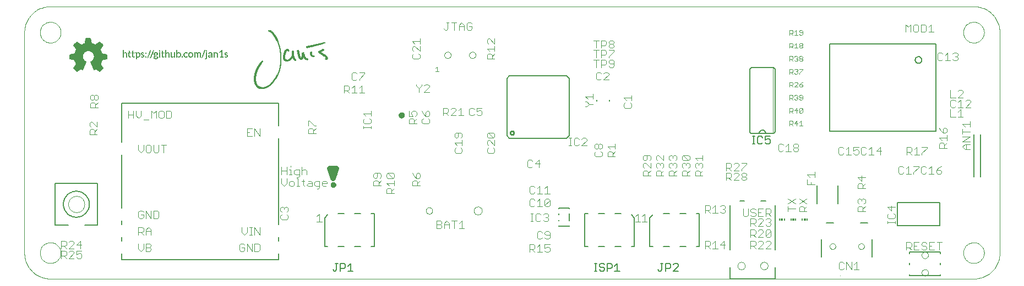
<source format=gto>
G75*
G70*
%OFA0B0*%
%FSLAX24Y24*%
%IPPOS*%
%LPD*%
%AMOC8*
5,1,8,0,0,1.08239X$1,22.5*
%
%ADD10C,0.0000*%
%ADD11C,0.0160*%
%ADD12C,0.0320*%
%ADD13C,0.0040*%
%ADD14C,0.0050*%
%ADD15C,0.0080*%
%ADD16C,0.0100*%
%ADD17C,0.0020*%
%ADD18C,0.0060*%
%ADD19C,0.0030*%
%ADD20R,0.0059X0.0118*%
%ADD21R,0.0118X0.0118*%
%ADD22R,0.0003X0.0003*%
%ADD23R,0.0008X0.0003*%
%ADD24R,0.0005X0.0003*%
%ADD25R,0.0015X0.0003*%
%ADD26R,0.0020X0.0003*%
%ADD27R,0.0010X0.0003*%
%ADD28R,0.0018X0.0003*%
%ADD29R,0.0067X0.0003*%
%ADD30R,0.0013X0.0003*%
%ADD31R,0.0045X0.0003*%
%ADD32R,0.0077X0.0003*%
%ADD33R,0.0030X0.0003*%
%ADD34R,0.0032X0.0003*%
%ADD35R,0.0022X0.0003*%
%ADD36R,0.0127X0.0003*%
%ADD37R,0.0140X0.0003*%
%ADD38R,0.0025X0.0003*%
%ADD39R,0.0043X0.0003*%
%ADD40R,0.0053X0.0003*%
%ADD41R,0.0088X0.0003*%
%ADD42R,0.0035X0.0003*%
%ADD43R,0.0055X0.0003*%
%ADD44R,0.0040X0.0003*%
%ADD45R,0.0080X0.0003*%
%ADD46R,0.0065X0.0003*%
%ADD47R,0.0090X0.0003*%
%ADD48R,0.0143X0.0003*%
%ADD49R,0.0248X0.0003*%
%ADD50R,0.0293X0.0003*%
%ADD51R,0.0257X0.0003*%
%ADD52R,0.0037X0.0003*%
%ADD53R,0.0262X0.0003*%
%ADD54R,0.0027X0.0003*%
%ADD55R,0.0280X0.0003*%
%ADD56R,0.0070X0.0003*%
%ADD57R,0.0440X0.0003*%
%ADD58R,0.0315X0.0003*%
%ADD59R,0.0085X0.0003*%
%ADD60R,0.0330X0.0003*%
%ADD61R,0.0323X0.0003*%
%ADD62R,0.0107X0.0003*%
%ADD63R,0.0057X0.0003*%
%ADD64R,0.0490X0.0003*%
%ADD65R,0.0360X0.0003*%
%ADD66R,0.0512X0.0003*%
%ADD67R,0.0390X0.0003*%
%ADD68R,0.0565X0.0003*%
%ADD69R,0.0325X0.0003*%
%ADD70R,0.0168X0.0003*%
%ADD71R,0.0307X0.0003*%
%ADD72R,0.0152X0.0003*%
%ADD73R,0.0272X0.0003*%
%ADD74R,0.0132X0.0003*%
%ADD75R,0.0147X0.0003*%
%ADD76R,0.0243X0.0003*%
%ADD77R,0.0125X0.0003*%
%ADD78R,0.0240X0.0003*%
%ADD79R,0.0130X0.0003*%
%ADD80R,0.0225X0.0003*%
%ADD81R,0.0083X0.0003*%
%ADD82R,0.0222X0.0003*%
%ADD83R,0.0217X0.0003*%
%ADD84R,0.0120X0.0003*%
%ADD85R,0.0215X0.0003*%
%ADD86R,0.0118X0.0003*%
%ADD87R,0.0205X0.0003*%
%ADD88R,0.0103X0.0003*%
%ADD89R,0.0210X0.0003*%
%ADD90R,0.0097X0.0003*%
%ADD91R,0.0198X0.0003*%
%ADD92R,0.0100X0.0003*%
%ADD93R,0.0190X0.0003*%
%ADD94R,0.0187X0.0003*%
%ADD95R,0.0192X0.0003*%
%ADD96R,0.0170X0.0003*%
%ADD97R,0.0173X0.0003*%
%ADD98R,0.0182X0.0003*%
%ADD99R,0.0180X0.0003*%
%ADD100R,0.0047X0.0003*%
%ADD101R,0.0165X0.0003*%
%ADD102R,0.0163X0.0003*%
%ADD103R,0.0160X0.0003*%
%ADD104R,0.0158X0.0003*%
%ADD105R,0.0155X0.0003*%
%ADD106R,0.0092X0.0003*%
%ADD107R,0.0150X0.0003*%
%ADD108R,0.0105X0.0003*%
%ADD109R,0.0115X0.0003*%
%ADD110R,0.0145X0.0003*%
%ADD111R,0.0138X0.0003*%
%ADD112R,0.0135X0.0003*%
%ADD113R,0.0075X0.0003*%
%ADD114R,0.0063X0.0003*%
%ADD115R,0.0060X0.0003*%
%ADD116R,0.0050X0.0003*%
%ADD117R,0.0123X0.0003*%
%ADD118R,0.0112X0.0003*%
%ADD119R,0.0110X0.0003*%
%ADD120R,0.0073X0.0003*%
%ADD121R,0.0095X0.0003*%
%ADD122R,0.0185X0.0003*%
%ADD123R,0.0208X0.0003*%
%ADD124R,0.0235X0.0003*%
%ADD125R,0.0260X0.0003*%
%ADD126R,0.0267X0.0003*%
%ADD127R,0.0283X0.0003*%
%ADD128R,0.0295X0.0003*%
%ADD129R,0.0302X0.0003*%
%ADD130R,0.0320X0.0003*%
%ADD131R,0.0333X0.0003*%
%ADD132R,0.0338X0.0003*%
%ADD133R,0.0343X0.0003*%
%ADD134R,0.0350X0.0003*%
%ADD135R,0.0355X0.0003*%
%ADD136R,0.0365X0.0003*%
%ADD137R,0.0370X0.0003*%
%ADD138R,0.0375X0.0003*%
%ADD139R,0.0380X0.0003*%
%ADD140R,0.0382X0.0003*%
%ADD141R,0.0393X0.0003*%
%ADD142R,0.0398X0.0003*%
%ADD143R,0.0403X0.0003*%
%ADD144R,0.0405X0.0003*%
%ADD145R,0.0415X0.0003*%
%ADD146R,0.0177X0.0003*%
%ADD147R,0.0175X0.0003*%
%ADD148R,0.0195X0.0003*%
%ADD149R,0.0200X0.0003*%
%ADD150R,0.0203X0.0003*%
%ADD151R,0.0213X0.0003*%
%ADD152R,0.0220X0.0003*%
%ADD153R,0.0227X0.0003*%
%ADD154R,0.0230X0.0003*%
%ADD155R,0.0232X0.0003*%
%ADD156R,0.0238X0.0003*%
%ADD157R,0.0245X0.0003*%
%ADD158R,0.0250X0.0003*%
%ADD159R,0.0253X0.0003*%
%ADD160R,0.0255X0.0003*%
%ADD161R,0.0305X0.0003*%
%ADD162R,0.0318X0.0003*%
%ADD163R,0.0328X0.0003*%
%ADD164R,0.0335X0.0003*%
%ADD165R,0.0340X0.0003*%
%ADD166R,0.0352X0.0003*%
%ADD167R,0.0387X0.0003*%
%ADD168R,0.0410X0.0003*%
%ADD169R,0.0413X0.0003*%
%ADD170R,0.0430X0.0003*%
%ADD171R,0.0432X0.0003*%
%ADD172R,0.0428X0.0003*%
%ADD173R,0.0420X0.0003*%
%ADD174R,0.0435X0.0003*%
%ADD175R,0.0425X0.0003*%
%ADD176R,0.0423X0.0003*%
%ADD177R,0.0418X0.0003*%
%ADD178R,0.0372X0.0003*%
%ADD179R,0.0362X0.0003*%
%ADD180R,0.0348X0.0003*%
%ADD181R,0.0345X0.0003*%
%ADD182R,0.0310X0.0003*%
%ADD183R,0.0300X0.0003*%
%ADD184R,0.0297X0.0003*%
%ADD185R,0.0285X0.0003*%
%ADD186R,0.0278X0.0003*%
%ADD187R,0.0265X0.0003*%
%ADD188R,0.0050X0.0010*%
%ADD189R,0.0040X0.0010*%
%ADD190R,0.0130X0.0010*%
%ADD191R,0.0070X0.0010*%
%ADD192R,0.0180X0.0010*%
%ADD193R,0.0080X0.0010*%
%ADD194R,0.0210X0.0010*%
%ADD195R,0.0090X0.0010*%
%ADD196R,0.0060X0.0010*%
%ADD197R,0.0010X0.0010*%
%ADD198R,0.0030X0.0010*%
%ADD199R,0.0020X0.0010*%
%ADD200R,0.0220X0.0010*%
%ADD201R,0.0100X0.0010*%
%ADD202R,0.0110X0.0010*%
%ADD203R,0.0120X0.0010*%
%ADD204R,0.0140X0.0010*%
%ADD205R,0.0150X0.0010*%
%ADD206R,0.0200X0.0010*%
%ADD207R,0.0170X0.0010*%
%ADD208R,0.0190X0.0010*%
%ADD209R,0.0160X0.0010*%
D10*
X001725Y001109D02*
X057630Y001109D01*
X054481Y001483D02*
X054483Y001510D01*
X054489Y001537D01*
X054498Y001563D01*
X054511Y001587D01*
X054527Y001610D01*
X054546Y001629D01*
X054568Y001646D01*
X054592Y001660D01*
X054617Y001670D01*
X054644Y001677D01*
X054671Y001680D01*
X054699Y001679D01*
X054726Y001674D01*
X054752Y001666D01*
X054776Y001654D01*
X054799Y001638D01*
X054820Y001620D01*
X054837Y001599D01*
X054852Y001575D01*
X054863Y001550D01*
X054871Y001524D01*
X054875Y001497D01*
X054875Y001469D01*
X054871Y001442D01*
X054863Y001416D01*
X054852Y001391D01*
X054837Y001367D01*
X054820Y001346D01*
X054799Y001328D01*
X054777Y001312D01*
X054752Y001300D01*
X054726Y001292D01*
X054699Y001287D01*
X054671Y001286D01*
X054644Y001289D01*
X054617Y001296D01*
X054592Y001306D01*
X054568Y001320D01*
X054546Y001337D01*
X054527Y001356D01*
X054511Y001379D01*
X054498Y001403D01*
X054489Y001429D01*
X054483Y001456D01*
X054481Y001483D01*
X054481Y002546D02*
X054483Y002573D01*
X054489Y002600D01*
X054498Y002626D01*
X054511Y002650D01*
X054527Y002673D01*
X054546Y002692D01*
X054568Y002709D01*
X054592Y002723D01*
X054617Y002733D01*
X054644Y002740D01*
X054671Y002743D01*
X054699Y002742D01*
X054726Y002737D01*
X054752Y002729D01*
X054776Y002717D01*
X054799Y002701D01*
X054820Y002683D01*
X054837Y002662D01*
X054852Y002638D01*
X054863Y002613D01*
X054871Y002587D01*
X054875Y002560D01*
X054875Y002532D01*
X054871Y002505D01*
X054863Y002479D01*
X054852Y002454D01*
X054837Y002430D01*
X054820Y002409D01*
X054799Y002391D01*
X054777Y002375D01*
X054752Y002363D01*
X054726Y002355D01*
X054699Y002350D01*
X054671Y002349D01*
X054644Y002352D01*
X054617Y002359D01*
X054592Y002369D01*
X054568Y002383D01*
X054546Y002400D01*
X054527Y002419D01*
X054511Y002442D01*
X054498Y002466D01*
X054489Y002492D01*
X054483Y002519D01*
X054481Y002546D01*
X057000Y002684D02*
X057002Y002734D01*
X057008Y002784D01*
X057018Y002833D01*
X057032Y002881D01*
X057049Y002928D01*
X057070Y002973D01*
X057095Y003017D01*
X057123Y003058D01*
X057155Y003097D01*
X057189Y003134D01*
X057226Y003168D01*
X057266Y003198D01*
X057308Y003225D01*
X057352Y003249D01*
X057398Y003270D01*
X057445Y003286D01*
X057493Y003299D01*
X057543Y003308D01*
X057592Y003313D01*
X057643Y003314D01*
X057693Y003311D01*
X057742Y003304D01*
X057791Y003293D01*
X057839Y003278D01*
X057885Y003260D01*
X057930Y003238D01*
X057973Y003212D01*
X058014Y003183D01*
X058053Y003151D01*
X058089Y003116D01*
X058121Y003078D01*
X058151Y003038D01*
X058178Y002995D01*
X058201Y002951D01*
X058220Y002905D01*
X058236Y002857D01*
X058248Y002808D01*
X058256Y002759D01*
X058260Y002709D01*
X058260Y002659D01*
X058256Y002609D01*
X058248Y002560D01*
X058236Y002511D01*
X058220Y002463D01*
X058201Y002417D01*
X058178Y002373D01*
X058151Y002330D01*
X058121Y002290D01*
X058089Y002252D01*
X058053Y002217D01*
X058014Y002185D01*
X057973Y002156D01*
X057930Y002130D01*
X057885Y002108D01*
X057839Y002090D01*
X057791Y002075D01*
X057742Y002064D01*
X057693Y002057D01*
X057643Y002054D01*
X057592Y002055D01*
X057543Y002060D01*
X057493Y002069D01*
X057445Y002082D01*
X057398Y002098D01*
X057352Y002119D01*
X057308Y002143D01*
X057266Y002170D01*
X057226Y002200D01*
X057189Y002234D01*
X057155Y002271D01*
X057123Y002310D01*
X057095Y002351D01*
X057070Y002395D01*
X057049Y002440D01*
X057032Y002487D01*
X057018Y002535D01*
X057008Y002584D01*
X057002Y002634D01*
X057000Y002684D01*
X057630Y001109D02*
X057707Y001111D01*
X057784Y001117D01*
X057861Y001126D01*
X057937Y001139D01*
X058013Y001156D01*
X058087Y001177D01*
X058161Y001201D01*
X058233Y001229D01*
X058303Y001260D01*
X058372Y001295D01*
X058440Y001333D01*
X058505Y001374D01*
X058568Y001419D01*
X058629Y001467D01*
X058688Y001517D01*
X058744Y001570D01*
X058797Y001626D01*
X058847Y001685D01*
X058895Y001746D01*
X058940Y001809D01*
X058981Y001874D01*
X059019Y001942D01*
X059054Y002011D01*
X059085Y002081D01*
X059113Y002153D01*
X059137Y002227D01*
X059158Y002301D01*
X059175Y002377D01*
X059188Y002453D01*
X059197Y002530D01*
X059203Y002607D01*
X059205Y002684D01*
X059205Y016070D01*
X057000Y016070D02*
X057002Y016120D01*
X057008Y016170D01*
X057018Y016219D01*
X057032Y016267D01*
X057049Y016314D01*
X057070Y016359D01*
X057095Y016403D01*
X057123Y016444D01*
X057155Y016483D01*
X057189Y016520D01*
X057226Y016554D01*
X057266Y016584D01*
X057308Y016611D01*
X057352Y016635D01*
X057398Y016656D01*
X057445Y016672D01*
X057493Y016685D01*
X057543Y016694D01*
X057592Y016699D01*
X057643Y016700D01*
X057693Y016697D01*
X057742Y016690D01*
X057791Y016679D01*
X057839Y016664D01*
X057885Y016646D01*
X057930Y016624D01*
X057973Y016598D01*
X058014Y016569D01*
X058053Y016537D01*
X058089Y016502D01*
X058121Y016464D01*
X058151Y016424D01*
X058178Y016381D01*
X058201Y016337D01*
X058220Y016291D01*
X058236Y016243D01*
X058248Y016194D01*
X058256Y016145D01*
X058260Y016095D01*
X058260Y016045D01*
X058256Y015995D01*
X058248Y015946D01*
X058236Y015897D01*
X058220Y015849D01*
X058201Y015803D01*
X058178Y015759D01*
X058151Y015716D01*
X058121Y015676D01*
X058089Y015638D01*
X058053Y015603D01*
X058014Y015571D01*
X057973Y015542D01*
X057930Y015516D01*
X057885Y015494D01*
X057839Y015476D01*
X057791Y015461D01*
X057742Y015450D01*
X057693Y015443D01*
X057643Y015440D01*
X057592Y015441D01*
X057543Y015446D01*
X057493Y015455D01*
X057445Y015468D01*
X057398Y015484D01*
X057352Y015505D01*
X057308Y015529D01*
X057266Y015556D01*
X057226Y015586D01*
X057189Y015620D01*
X057155Y015657D01*
X057123Y015696D01*
X057095Y015737D01*
X057070Y015781D01*
X057049Y015826D01*
X057032Y015873D01*
X057018Y015921D01*
X057008Y015970D01*
X057002Y016020D01*
X057000Y016070D01*
X057630Y017645D02*
X057707Y017643D01*
X057784Y017637D01*
X057861Y017628D01*
X057937Y017615D01*
X058013Y017598D01*
X058087Y017577D01*
X058161Y017553D01*
X058233Y017525D01*
X058303Y017494D01*
X058372Y017459D01*
X058440Y017421D01*
X058505Y017380D01*
X058568Y017335D01*
X058629Y017287D01*
X058688Y017237D01*
X058744Y017184D01*
X058797Y017128D01*
X058847Y017069D01*
X058895Y017008D01*
X058940Y016945D01*
X058981Y016880D01*
X059019Y016812D01*
X059054Y016743D01*
X059085Y016673D01*
X059113Y016601D01*
X059137Y016527D01*
X059158Y016453D01*
X059175Y016377D01*
X059188Y016301D01*
X059197Y016224D01*
X059203Y016147D01*
X059205Y016070D01*
X057630Y017645D02*
X001725Y017645D01*
X001095Y016070D02*
X001097Y016120D01*
X001103Y016170D01*
X001113Y016219D01*
X001127Y016267D01*
X001144Y016314D01*
X001165Y016359D01*
X001190Y016403D01*
X001218Y016444D01*
X001250Y016483D01*
X001284Y016520D01*
X001321Y016554D01*
X001361Y016584D01*
X001403Y016611D01*
X001447Y016635D01*
X001493Y016656D01*
X001540Y016672D01*
X001588Y016685D01*
X001638Y016694D01*
X001687Y016699D01*
X001738Y016700D01*
X001788Y016697D01*
X001837Y016690D01*
X001886Y016679D01*
X001934Y016664D01*
X001980Y016646D01*
X002025Y016624D01*
X002068Y016598D01*
X002109Y016569D01*
X002148Y016537D01*
X002184Y016502D01*
X002216Y016464D01*
X002246Y016424D01*
X002273Y016381D01*
X002296Y016337D01*
X002315Y016291D01*
X002331Y016243D01*
X002343Y016194D01*
X002351Y016145D01*
X002355Y016095D01*
X002355Y016045D01*
X002351Y015995D01*
X002343Y015946D01*
X002331Y015897D01*
X002315Y015849D01*
X002296Y015803D01*
X002273Y015759D01*
X002246Y015716D01*
X002216Y015676D01*
X002184Y015638D01*
X002148Y015603D01*
X002109Y015571D01*
X002068Y015542D01*
X002025Y015516D01*
X001980Y015494D01*
X001934Y015476D01*
X001886Y015461D01*
X001837Y015450D01*
X001788Y015443D01*
X001738Y015440D01*
X001687Y015441D01*
X001638Y015446D01*
X001588Y015455D01*
X001540Y015468D01*
X001493Y015484D01*
X001447Y015505D01*
X001403Y015529D01*
X001361Y015556D01*
X001321Y015586D01*
X001284Y015620D01*
X001250Y015657D01*
X001218Y015696D01*
X001190Y015737D01*
X001165Y015781D01*
X001144Y015826D01*
X001127Y015873D01*
X001113Y015921D01*
X001103Y015970D01*
X001097Y016020D01*
X001095Y016070D01*
X000150Y016070D02*
X000152Y016147D01*
X000158Y016224D01*
X000167Y016301D01*
X000180Y016377D01*
X000197Y016453D01*
X000218Y016527D01*
X000242Y016601D01*
X000270Y016673D01*
X000301Y016743D01*
X000336Y016812D01*
X000374Y016880D01*
X000415Y016945D01*
X000460Y017008D01*
X000508Y017069D01*
X000558Y017128D01*
X000611Y017184D01*
X000667Y017237D01*
X000726Y017287D01*
X000787Y017335D01*
X000850Y017380D01*
X000915Y017421D01*
X000983Y017459D01*
X001052Y017494D01*
X001122Y017525D01*
X001194Y017553D01*
X001268Y017577D01*
X001342Y017598D01*
X001418Y017615D01*
X001494Y017628D01*
X001571Y017637D01*
X001648Y017643D01*
X001725Y017645D01*
X000150Y016070D02*
X000150Y002684D01*
X001095Y002684D02*
X001097Y002734D01*
X001103Y002784D01*
X001113Y002833D01*
X001127Y002881D01*
X001144Y002928D01*
X001165Y002973D01*
X001190Y003017D01*
X001218Y003058D01*
X001250Y003097D01*
X001284Y003134D01*
X001321Y003168D01*
X001361Y003198D01*
X001403Y003225D01*
X001447Y003249D01*
X001493Y003270D01*
X001540Y003286D01*
X001588Y003299D01*
X001638Y003308D01*
X001687Y003313D01*
X001738Y003314D01*
X001788Y003311D01*
X001837Y003304D01*
X001886Y003293D01*
X001934Y003278D01*
X001980Y003260D01*
X002025Y003238D01*
X002068Y003212D01*
X002109Y003183D01*
X002148Y003151D01*
X002184Y003116D01*
X002216Y003078D01*
X002246Y003038D01*
X002273Y002995D01*
X002296Y002951D01*
X002315Y002905D01*
X002331Y002857D01*
X002343Y002808D01*
X002351Y002759D01*
X002355Y002709D01*
X002355Y002659D01*
X002351Y002609D01*
X002343Y002560D01*
X002331Y002511D01*
X002315Y002463D01*
X002296Y002417D01*
X002273Y002373D01*
X002246Y002330D01*
X002216Y002290D01*
X002184Y002252D01*
X002148Y002217D01*
X002109Y002185D01*
X002068Y002156D01*
X002025Y002130D01*
X001980Y002108D01*
X001934Y002090D01*
X001886Y002075D01*
X001837Y002064D01*
X001788Y002057D01*
X001738Y002054D01*
X001687Y002055D01*
X001638Y002060D01*
X001588Y002069D01*
X001540Y002082D01*
X001493Y002098D01*
X001447Y002119D01*
X001403Y002143D01*
X001361Y002170D01*
X001321Y002200D01*
X001284Y002234D01*
X001250Y002271D01*
X001218Y002310D01*
X001190Y002351D01*
X001165Y002395D01*
X001144Y002440D01*
X001127Y002487D01*
X001113Y002535D01*
X001103Y002584D01*
X001097Y002634D01*
X001095Y002684D01*
X000150Y002684D02*
X000152Y002607D01*
X000158Y002530D01*
X000167Y002453D01*
X000180Y002377D01*
X000197Y002301D01*
X000218Y002227D01*
X000242Y002153D01*
X000270Y002081D01*
X000301Y002011D01*
X000336Y001942D01*
X000374Y001874D01*
X000415Y001809D01*
X000460Y001746D01*
X000508Y001685D01*
X000558Y001626D01*
X000611Y001570D01*
X000667Y001517D01*
X000726Y001467D01*
X000787Y001419D01*
X000850Y001374D01*
X000915Y001333D01*
X000983Y001295D01*
X001052Y001260D01*
X001122Y001229D01*
X001194Y001201D01*
X001268Y001177D01*
X001342Y001156D01*
X001418Y001139D01*
X001494Y001126D01*
X001571Y001117D01*
X001648Y001111D01*
X001725Y001109D01*
X002808Y005637D02*
X002810Y005681D01*
X002816Y005725D01*
X002826Y005768D01*
X002839Y005810D01*
X002857Y005850D01*
X002878Y005889D01*
X002902Y005926D01*
X002929Y005961D01*
X002960Y005993D01*
X002993Y006022D01*
X003029Y006048D01*
X003067Y006070D01*
X003107Y006089D01*
X003148Y006105D01*
X003191Y006117D01*
X003234Y006125D01*
X003278Y006129D01*
X003322Y006129D01*
X003366Y006125D01*
X003409Y006117D01*
X003452Y006105D01*
X003493Y006089D01*
X003533Y006070D01*
X003571Y006048D01*
X003607Y006022D01*
X003640Y005993D01*
X003671Y005961D01*
X003698Y005926D01*
X003722Y005889D01*
X003743Y005850D01*
X003761Y005810D01*
X003774Y005768D01*
X003784Y005725D01*
X003790Y005681D01*
X003792Y005637D01*
X003790Y005593D01*
X003784Y005549D01*
X003774Y005506D01*
X003761Y005464D01*
X003743Y005424D01*
X003722Y005385D01*
X003698Y005348D01*
X003671Y005313D01*
X003640Y005281D01*
X003607Y005252D01*
X003571Y005226D01*
X003533Y005204D01*
X003493Y005185D01*
X003452Y005169D01*
X003409Y005157D01*
X003366Y005149D01*
X003322Y005145D01*
X003278Y005145D01*
X003234Y005149D01*
X003191Y005157D01*
X003148Y005169D01*
X003107Y005185D01*
X003067Y005204D01*
X003029Y005226D01*
X002993Y005252D01*
X002960Y005281D01*
X002929Y005313D01*
X002902Y005348D01*
X002878Y005385D01*
X002857Y005424D01*
X002839Y005464D01*
X002826Y005506D01*
X002816Y005549D01*
X002810Y005593D01*
X002808Y005637D01*
X024461Y005243D02*
X024463Y005270D01*
X024469Y005297D01*
X024478Y005323D01*
X024491Y005347D01*
X024507Y005370D01*
X024526Y005389D01*
X024548Y005406D01*
X024572Y005420D01*
X024597Y005430D01*
X024624Y005437D01*
X024651Y005440D01*
X024679Y005439D01*
X024706Y005434D01*
X024732Y005426D01*
X024756Y005414D01*
X024779Y005398D01*
X024800Y005380D01*
X024817Y005359D01*
X024832Y005335D01*
X024843Y005310D01*
X024851Y005284D01*
X024855Y005257D01*
X024855Y005229D01*
X024851Y005202D01*
X024843Y005176D01*
X024832Y005151D01*
X024817Y005127D01*
X024800Y005106D01*
X024779Y005088D01*
X024757Y005072D01*
X024732Y005060D01*
X024706Y005052D01*
X024679Y005047D01*
X024651Y005046D01*
X024624Y005049D01*
X024597Y005056D01*
X024572Y005066D01*
X024548Y005080D01*
X024526Y005097D01*
X024507Y005116D01*
X024491Y005139D01*
X024478Y005163D01*
X024469Y005189D01*
X024463Y005216D01*
X024461Y005243D01*
X027365Y005243D02*
X027367Y005274D01*
X027373Y005304D01*
X027382Y005334D01*
X027395Y005362D01*
X027412Y005388D01*
X027432Y005411D01*
X027454Y005433D01*
X027479Y005451D01*
X027506Y005466D01*
X027535Y005477D01*
X027565Y005485D01*
X027596Y005489D01*
X027626Y005489D01*
X027657Y005485D01*
X027687Y005477D01*
X027716Y005466D01*
X027743Y005451D01*
X027768Y005433D01*
X027790Y005411D01*
X027810Y005388D01*
X027827Y005362D01*
X027840Y005334D01*
X027849Y005304D01*
X027855Y005274D01*
X027857Y005243D01*
X027855Y005212D01*
X027849Y005182D01*
X027840Y005152D01*
X027827Y005124D01*
X027810Y005098D01*
X027790Y005075D01*
X027768Y005053D01*
X027743Y005035D01*
X027716Y005020D01*
X027687Y005009D01*
X027657Y005001D01*
X027626Y004997D01*
X027596Y004997D01*
X027565Y005001D01*
X027535Y005009D01*
X027506Y005020D01*
X027479Y005035D01*
X027454Y005053D01*
X027432Y005075D01*
X027412Y005098D01*
X027395Y005124D01*
X027382Y005152D01*
X027373Y005182D01*
X027367Y005212D01*
X027365Y005243D01*
X043330Y001897D02*
X043332Y001926D01*
X043338Y001955D01*
X043347Y001983D01*
X043360Y002010D01*
X043377Y002035D01*
X043396Y002057D01*
X043418Y002076D01*
X043443Y002093D01*
X043470Y002106D01*
X043498Y002115D01*
X043527Y002121D01*
X043556Y002123D01*
X043585Y002121D01*
X043614Y002115D01*
X043642Y002106D01*
X043669Y002093D01*
X043694Y002076D01*
X043716Y002057D01*
X043735Y002035D01*
X043752Y002010D01*
X043765Y001983D01*
X043774Y001955D01*
X043780Y001926D01*
X043782Y001897D01*
X043780Y001868D01*
X043774Y001839D01*
X043765Y001811D01*
X043752Y001784D01*
X043735Y001759D01*
X043716Y001737D01*
X043694Y001718D01*
X043669Y001701D01*
X043642Y001688D01*
X043614Y001679D01*
X043585Y001673D01*
X043556Y001671D01*
X043527Y001673D01*
X043498Y001679D01*
X043470Y001688D01*
X043443Y001701D01*
X043418Y001718D01*
X043396Y001737D01*
X043377Y001759D01*
X043360Y001784D01*
X043347Y001811D01*
X043338Y001839D01*
X043332Y001868D01*
X043330Y001897D01*
X044707Y001897D02*
X044709Y001926D01*
X044715Y001955D01*
X044724Y001983D01*
X044737Y002010D01*
X044754Y002035D01*
X044773Y002057D01*
X044795Y002076D01*
X044820Y002093D01*
X044847Y002106D01*
X044875Y002115D01*
X044904Y002121D01*
X044933Y002123D01*
X044962Y002121D01*
X044991Y002115D01*
X045019Y002106D01*
X045046Y002093D01*
X045071Y002076D01*
X045093Y002057D01*
X045112Y002035D01*
X045129Y002010D01*
X045142Y001983D01*
X045151Y001955D01*
X045157Y001926D01*
X045159Y001897D01*
X045157Y001868D01*
X045151Y001839D01*
X045142Y001811D01*
X045129Y001784D01*
X045112Y001759D01*
X045093Y001737D01*
X045071Y001718D01*
X045046Y001701D01*
X045019Y001688D01*
X044991Y001679D01*
X044962Y001673D01*
X044933Y001671D01*
X044904Y001673D01*
X044875Y001679D01*
X044847Y001688D01*
X044820Y001701D01*
X044795Y001718D01*
X044773Y001737D01*
X044754Y001759D01*
X044737Y001784D01*
X044724Y001811D01*
X044715Y001839D01*
X044709Y001868D01*
X044707Y001897D01*
X048910Y003078D02*
X048912Y003104D01*
X048918Y003130D01*
X048928Y003155D01*
X048941Y003178D01*
X048957Y003198D01*
X048977Y003216D01*
X048999Y003231D01*
X049022Y003243D01*
X049048Y003251D01*
X049074Y003255D01*
X049100Y003255D01*
X049126Y003251D01*
X049152Y003243D01*
X049176Y003231D01*
X049197Y003216D01*
X049217Y003198D01*
X049233Y003178D01*
X049246Y003155D01*
X049256Y003130D01*
X049262Y003104D01*
X049264Y003078D01*
X049262Y003052D01*
X049256Y003026D01*
X049246Y003001D01*
X049233Y002978D01*
X049217Y002958D01*
X049197Y002940D01*
X049175Y002925D01*
X049152Y002913D01*
X049126Y002905D01*
X049100Y002901D01*
X049074Y002901D01*
X049048Y002905D01*
X049022Y002913D01*
X048998Y002925D01*
X048977Y002940D01*
X048957Y002958D01*
X048941Y002978D01*
X048928Y003001D01*
X048918Y003026D01*
X048912Y003052D01*
X048910Y003078D01*
X050642Y003078D02*
X050644Y003104D01*
X050650Y003130D01*
X050660Y003155D01*
X050673Y003178D01*
X050689Y003198D01*
X050709Y003216D01*
X050731Y003231D01*
X050754Y003243D01*
X050780Y003251D01*
X050806Y003255D01*
X050832Y003255D01*
X050858Y003251D01*
X050884Y003243D01*
X050908Y003231D01*
X050929Y003216D01*
X050949Y003198D01*
X050965Y003178D01*
X050978Y003155D01*
X050988Y003130D01*
X050994Y003104D01*
X050996Y003078D01*
X050994Y003052D01*
X050988Y003026D01*
X050978Y003001D01*
X050965Y002978D01*
X050949Y002958D01*
X050929Y002940D01*
X050907Y002925D01*
X050884Y002913D01*
X050858Y002905D01*
X050832Y002901D01*
X050806Y002901D01*
X050780Y002905D01*
X050754Y002913D01*
X050730Y002925D01*
X050709Y002940D01*
X050689Y002958D01*
X050673Y002978D01*
X050660Y003001D01*
X050650Y003026D01*
X050644Y003052D01*
X050642Y003078D01*
X027081Y014692D02*
X027083Y014719D01*
X027089Y014746D01*
X027098Y014772D01*
X027111Y014796D01*
X027127Y014819D01*
X027146Y014838D01*
X027168Y014855D01*
X027192Y014869D01*
X027217Y014879D01*
X027244Y014886D01*
X027271Y014889D01*
X027299Y014888D01*
X027326Y014883D01*
X027352Y014875D01*
X027376Y014863D01*
X027399Y014847D01*
X027420Y014829D01*
X027437Y014808D01*
X027452Y014784D01*
X027463Y014759D01*
X027471Y014733D01*
X027475Y014706D01*
X027475Y014678D01*
X027471Y014651D01*
X027463Y014625D01*
X027452Y014600D01*
X027437Y014576D01*
X027420Y014555D01*
X027399Y014537D01*
X027377Y014521D01*
X027352Y014509D01*
X027326Y014501D01*
X027299Y014496D01*
X027271Y014495D01*
X027244Y014498D01*
X027217Y014505D01*
X027192Y014515D01*
X027168Y014529D01*
X027146Y014546D01*
X027127Y014565D01*
X027111Y014588D01*
X027098Y014612D01*
X027089Y014638D01*
X027083Y014665D01*
X027081Y014692D01*
X025581Y014692D02*
X025583Y014719D01*
X025589Y014746D01*
X025598Y014772D01*
X025611Y014796D01*
X025627Y014819D01*
X025646Y014838D01*
X025668Y014855D01*
X025692Y014869D01*
X025717Y014879D01*
X025744Y014886D01*
X025771Y014889D01*
X025799Y014888D01*
X025826Y014883D01*
X025852Y014875D01*
X025876Y014863D01*
X025899Y014847D01*
X025920Y014829D01*
X025937Y014808D01*
X025952Y014784D01*
X025963Y014759D01*
X025971Y014733D01*
X025975Y014706D01*
X025975Y014678D01*
X025971Y014651D01*
X025963Y014625D01*
X025952Y014600D01*
X025937Y014576D01*
X025920Y014555D01*
X025899Y014537D01*
X025877Y014521D01*
X025852Y014509D01*
X025826Y014501D01*
X025799Y014496D01*
X025771Y014495D01*
X025744Y014498D01*
X025717Y014505D01*
X025692Y014515D01*
X025668Y014529D01*
X025646Y014546D01*
X025627Y014565D01*
X025611Y014588D01*
X025598Y014612D01*
X025589Y014638D01*
X025583Y014665D01*
X025581Y014692D01*
D11*
X022887Y011050D02*
X022889Y011069D01*
X022894Y011088D01*
X022904Y011104D01*
X022916Y011119D01*
X022931Y011131D01*
X022947Y011141D01*
X022966Y011146D01*
X022985Y011148D01*
X023004Y011146D01*
X023023Y011141D01*
X023039Y011131D01*
X023054Y011119D01*
X023066Y011104D01*
X023076Y011088D01*
X023081Y011069D01*
X023083Y011050D01*
X023081Y011031D01*
X023076Y011012D01*
X023066Y010996D01*
X023054Y010981D01*
X023039Y010969D01*
X023023Y010959D01*
X023004Y010954D01*
X022985Y010952D01*
X022966Y010954D01*
X022947Y010959D01*
X022931Y010969D01*
X022916Y010981D01*
X022904Y010996D01*
X022894Y011012D01*
X022889Y011031D01*
X022887Y011050D01*
X018772Y006818D02*
X018774Y006836D01*
X018780Y006852D01*
X018789Y006867D01*
X018802Y006880D01*
X018817Y006889D01*
X018833Y006895D01*
X018851Y006897D01*
X018869Y006895D01*
X018885Y006889D01*
X018900Y006880D01*
X018913Y006867D01*
X018922Y006852D01*
X018928Y006836D01*
X018930Y006818D01*
X018928Y006800D01*
X018922Y006784D01*
X018913Y006769D01*
X018900Y006756D01*
X018885Y006747D01*
X018869Y006741D01*
X018851Y006739D01*
X018833Y006741D01*
X018817Y006747D01*
X018802Y006756D01*
X018789Y006769D01*
X018780Y006784D01*
X018774Y006800D01*
X018772Y006818D01*
D12*
X018851Y007212D02*
X019048Y007802D01*
X018654Y007802D01*
X018851Y007212D01*
X018762Y007479D02*
X018940Y007479D01*
X019046Y007798D02*
X018655Y007798D01*
D13*
X017256Y007659D02*
X017256Y007428D01*
X016949Y007428D02*
X016949Y007889D01*
X017026Y007735D02*
X017179Y007735D01*
X017256Y007659D01*
X017026Y007735D02*
X016949Y007659D01*
X016795Y007735D02*
X016565Y007735D01*
X016489Y007659D01*
X016489Y007505D01*
X016565Y007428D01*
X016795Y007428D01*
X016795Y007352D02*
X016795Y007735D01*
X016258Y007735D02*
X016258Y007428D01*
X016182Y007428D02*
X016335Y007428D01*
X016028Y007428D02*
X016028Y007889D01*
X016182Y007735D02*
X016258Y007735D01*
X016258Y007889D02*
X016258Y007966D01*
X016028Y007659D02*
X015721Y007659D01*
X015721Y007889D02*
X015721Y007428D01*
X015721Y007200D02*
X015721Y006893D01*
X015875Y006739D01*
X016028Y006893D01*
X016028Y007200D01*
X016258Y007046D02*
X016182Y006970D01*
X016182Y006816D01*
X016258Y006739D01*
X016412Y006739D01*
X016489Y006816D01*
X016489Y006970D01*
X016412Y007046D01*
X016258Y007046D01*
X016642Y007200D02*
X016719Y007200D01*
X016719Y006739D01*
X016795Y006739D02*
X016642Y006739D01*
X017026Y006816D02*
X017102Y006739D01*
X017026Y006816D02*
X017026Y007123D01*
X016949Y007046D02*
X017102Y007046D01*
X017333Y007046D02*
X017486Y007046D01*
X017563Y006970D01*
X017563Y006739D01*
X017333Y006739D01*
X017256Y006816D01*
X017333Y006893D01*
X017563Y006893D01*
X017716Y006970D02*
X017716Y006816D01*
X017793Y006739D01*
X018023Y006739D01*
X018023Y006663D02*
X018023Y007046D01*
X017793Y007046D01*
X017716Y006970D01*
X018177Y006970D02*
X018177Y006816D01*
X018253Y006739D01*
X018407Y006739D01*
X018484Y006893D02*
X018177Y006893D01*
X018177Y006970D02*
X018253Y007046D01*
X018407Y007046D01*
X018484Y006970D01*
X018484Y006893D01*
X018023Y006663D02*
X017946Y006586D01*
X017870Y006586D01*
X016795Y007352D02*
X016719Y007275D01*
X016642Y007275D01*
X021286Y007295D02*
X021362Y007218D01*
X021439Y007218D01*
X021516Y007295D01*
X021516Y007525D01*
X021669Y007525D02*
X021362Y007525D01*
X021286Y007448D01*
X021286Y007295D01*
X021362Y007065D02*
X021516Y007065D01*
X021593Y006988D01*
X021593Y006758D01*
X021746Y006758D02*
X021286Y006758D01*
X021286Y006988D01*
X021362Y007065D01*
X021593Y006911D02*
X021746Y007065D01*
X021669Y007218D02*
X021746Y007295D01*
X021746Y007448D01*
X021669Y007525D01*
X022073Y007448D02*
X022150Y007525D01*
X022457Y007218D01*
X022534Y007295D01*
X022534Y007448D01*
X022457Y007525D01*
X022150Y007525D01*
X022073Y007448D02*
X022073Y007295D01*
X022150Y007218D01*
X022457Y007218D01*
X022534Y007065D02*
X022534Y006758D01*
X022534Y006911D02*
X022073Y006911D01*
X022227Y006758D01*
X022303Y006604D02*
X022380Y006527D01*
X022380Y006297D01*
X022534Y006297D02*
X022073Y006297D01*
X022073Y006527D01*
X022150Y006604D01*
X022303Y006604D01*
X022380Y006451D02*
X022534Y006604D01*
X023648Y006758D02*
X023648Y006988D01*
X023725Y007065D01*
X023878Y007065D01*
X023955Y006988D01*
X023955Y006758D01*
X023955Y006911D02*
X024108Y007065D01*
X024032Y007218D02*
X024108Y007295D01*
X024108Y007448D01*
X024032Y007525D01*
X023955Y007525D01*
X023878Y007448D01*
X023878Y007218D01*
X024032Y007218D01*
X023878Y007218D02*
X023725Y007372D01*
X023648Y007525D01*
X023648Y006758D02*
X024108Y006758D01*
X018009Y005042D02*
X017855Y004889D01*
X018009Y005042D02*
X018009Y004582D01*
X018162Y004582D02*
X017855Y004582D01*
X016112Y004787D02*
X016112Y004940D01*
X016036Y005017D01*
X016036Y005170D02*
X016112Y005247D01*
X016112Y005401D01*
X016036Y005477D01*
X015959Y005477D01*
X015882Y005401D01*
X015882Y005324D01*
X015882Y005401D02*
X015805Y005477D01*
X015729Y005477D01*
X015652Y005401D01*
X015652Y005247D01*
X015729Y005170D01*
X015729Y005017D02*
X015652Y004940D01*
X015652Y004787D01*
X015729Y004710D01*
X016036Y004710D01*
X016112Y004787D01*
X014396Y004245D02*
X014396Y003785D01*
X014090Y004245D01*
X014090Y003785D01*
X013936Y003785D02*
X013783Y003785D01*
X013859Y003785D02*
X013859Y004245D01*
X013783Y004245D02*
X013936Y004245D01*
X013629Y004245D02*
X013629Y003938D01*
X013476Y003785D01*
X013322Y003938D01*
X013322Y004245D01*
X013245Y003245D02*
X013169Y003168D01*
X013169Y002861D01*
X013245Y002785D01*
X013399Y002785D01*
X013476Y002861D01*
X013476Y003015D01*
X013322Y003015D01*
X013476Y003168D02*
X013399Y003245D01*
X013245Y003245D01*
X013629Y003245D02*
X013936Y002785D01*
X013936Y003245D01*
X014090Y003245D02*
X014320Y003245D01*
X014396Y003168D01*
X014396Y002861D01*
X014320Y002785D01*
X014090Y002785D01*
X014090Y003245D01*
X013629Y003245D02*
X013629Y002785D01*
X007817Y002861D02*
X007741Y002785D01*
X007510Y002785D01*
X007510Y003245D01*
X007741Y003245D01*
X007817Y003168D01*
X007817Y003092D01*
X007741Y003015D01*
X007510Y003015D01*
X007357Y002938D02*
X007357Y003245D01*
X007050Y003245D02*
X007050Y002938D01*
X007203Y002785D01*
X007357Y002938D01*
X007741Y003015D02*
X007817Y002938D01*
X007817Y002861D01*
X007817Y003785D02*
X007817Y004092D01*
X007664Y004245D01*
X007510Y004092D01*
X007510Y003785D01*
X007357Y003785D02*
X007203Y003938D01*
X007280Y003938D02*
X007050Y003938D01*
X007050Y003785D02*
X007050Y004245D01*
X007280Y004245D01*
X007357Y004168D01*
X007357Y004015D01*
X007280Y003938D01*
X007510Y004015D02*
X007817Y004015D01*
X007817Y004785D02*
X007817Y005245D01*
X007971Y005245D02*
X008201Y005245D01*
X008278Y005168D01*
X008278Y004861D01*
X008201Y004785D01*
X007971Y004785D01*
X007971Y005245D01*
X007510Y005245D02*
X007817Y004785D01*
X007510Y004785D02*
X007510Y005245D01*
X007357Y005168D02*
X007280Y005245D01*
X007127Y005245D01*
X007050Y005168D01*
X007050Y004861D01*
X007127Y004785D01*
X007280Y004785D01*
X007357Y004861D01*
X007357Y005015D01*
X007203Y005015D01*
X003536Y003399D02*
X003306Y003169D01*
X003613Y003169D01*
X003536Y003399D02*
X003536Y002938D01*
X003613Y002808D02*
X003306Y002808D01*
X003306Y002578D01*
X003460Y002655D01*
X003536Y002655D01*
X003613Y002578D01*
X003613Y002424D01*
X003536Y002348D01*
X003383Y002348D01*
X003306Y002424D01*
X003153Y002348D02*
X002846Y002348D01*
X003153Y002655D01*
X003153Y002731D01*
X003076Y002808D01*
X002922Y002808D01*
X002846Y002731D01*
X002692Y002731D02*
X002692Y002578D01*
X002615Y002501D01*
X002385Y002501D01*
X002385Y002348D02*
X002385Y002808D01*
X002615Y002808D01*
X002692Y002731D01*
X002692Y002938D02*
X002539Y003092D01*
X002615Y003092D02*
X002385Y003092D01*
X002385Y002938D02*
X002385Y003399D01*
X002615Y003399D01*
X002692Y003322D01*
X002692Y003169D01*
X002615Y003092D01*
X002846Y002938D02*
X003153Y003245D01*
X003153Y003322D01*
X003076Y003399D01*
X002922Y003399D01*
X002846Y003322D01*
X002846Y002938D02*
X003153Y002938D01*
X002692Y002348D02*
X002539Y002501D01*
X007203Y008785D02*
X007357Y008938D01*
X007357Y009245D01*
X007510Y009168D02*
X007510Y008861D01*
X007587Y008785D01*
X007741Y008785D01*
X007817Y008861D01*
X007817Y009168D01*
X007741Y009245D01*
X007587Y009245D01*
X007510Y009168D01*
X007050Y009245D02*
X007050Y008938D01*
X007203Y008785D01*
X007971Y008861D02*
X008047Y008785D01*
X008201Y008785D01*
X008278Y008861D01*
X008278Y009245D01*
X008431Y009245D02*
X008738Y009245D01*
X008585Y009245D02*
X008585Y008785D01*
X007971Y008861D02*
X007971Y009245D01*
X004551Y009881D02*
X004091Y009881D01*
X004091Y010111D01*
X004168Y010188D01*
X004321Y010188D01*
X004398Y010111D01*
X004398Y009881D01*
X004398Y010035D02*
X004551Y010188D01*
X004551Y010342D02*
X004244Y010649D01*
X004168Y010649D01*
X004091Y010572D01*
X004091Y010418D01*
X004168Y010342D01*
X004551Y010342D02*
X004551Y010649D01*
X006444Y010854D02*
X006444Y011314D01*
X006444Y011084D02*
X006751Y011084D01*
X006904Y011007D02*
X007057Y010854D01*
X007211Y011007D01*
X007211Y011314D01*
X006904Y011314D02*
X006904Y011007D01*
X006751Y010854D02*
X006751Y011314D01*
X007825Y011314D02*
X007978Y011161D01*
X008132Y011314D01*
X008132Y010854D01*
X008285Y010930D02*
X008362Y010854D01*
X008515Y010854D01*
X008592Y010930D01*
X008592Y011237D01*
X008515Y011314D01*
X008362Y011314D01*
X008285Y011237D01*
X008285Y010930D01*
X007825Y010854D02*
X007825Y011314D01*
X008746Y011314D02*
X008976Y011314D01*
X009053Y011237D01*
X009053Y010930D01*
X008976Y010854D01*
X008746Y010854D01*
X008746Y011314D01*
X007671Y010777D02*
X007364Y010777D01*
X004604Y011509D02*
X004144Y011509D01*
X004144Y011739D01*
X004221Y011816D01*
X004374Y011816D01*
X004451Y011739D01*
X004451Y011509D01*
X004451Y011663D02*
X004604Y011816D01*
X004528Y011970D02*
X004451Y011970D01*
X004374Y012046D01*
X004374Y012200D01*
X004451Y012276D01*
X004528Y012276D01*
X004604Y012200D01*
X004604Y012046D01*
X004528Y011970D01*
X004374Y012046D02*
X004297Y011970D01*
X004221Y011970D01*
X004144Y012046D01*
X004144Y012200D01*
X004221Y012276D01*
X004297Y012276D01*
X004374Y012200D01*
X013629Y010245D02*
X013629Y009785D01*
X013936Y009785D01*
X014090Y009785D02*
X014090Y010245D01*
X014396Y009785D01*
X014396Y010245D01*
X013936Y010245D02*
X013629Y010245D01*
X013629Y010015D02*
X013783Y010015D01*
X017333Y009934D02*
X017333Y010165D01*
X017410Y010241D01*
X017563Y010241D01*
X017640Y010165D01*
X017640Y009934D01*
X017793Y009934D02*
X017333Y009934D01*
X017640Y010088D02*
X017793Y010241D01*
X017793Y010395D02*
X017717Y010395D01*
X017410Y010702D01*
X017333Y010702D01*
X017333Y010395D01*
X020667Y010375D02*
X020667Y010222D01*
X020667Y010299D02*
X021127Y010299D01*
X021127Y010375D02*
X021127Y010222D01*
X021051Y010529D02*
X020744Y010529D01*
X020667Y010605D01*
X020667Y010759D01*
X020744Y010836D01*
X020820Y010989D02*
X020667Y011143D01*
X021127Y011143D01*
X021127Y011296D02*
X021127Y010989D01*
X021051Y010836D02*
X021127Y010759D01*
X021127Y010605D01*
X021051Y010529D01*
X023435Y010525D02*
X023435Y010755D01*
X023512Y010832D01*
X023666Y010832D01*
X023742Y010755D01*
X023742Y010525D01*
X023742Y010678D02*
X023896Y010832D01*
X023819Y010985D02*
X023896Y011062D01*
X023896Y011216D01*
X023819Y011292D01*
X023666Y011292D01*
X023589Y011216D01*
X023589Y011139D01*
X023666Y010985D01*
X023435Y010985D01*
X023435Y011292D01*
X024223Y011292D02*
X024299Y011139D01*
X024453Y010985D01*
X024453Y011216D01*
X024530Y011292D01*
X024606Y011292D01*
X024683Y011216D01*
X024683Y011062D01*
X024606Y010985D01*
X024453Y010985D01*
X024606Y010832D02*
X024683Y010755D01*
X024683Y010602D01*
X024606Y010525D01*
X024299Y010525D01*
X024223Y010602D01*
X024223Y010755D01*
X024299Y010832D01*
X023896Y010525D02*
X023435Y010525D01*
X025511Y011025D02*
X025511Y011485D01*
X025741Y011485D01*
X025817Y011409D01*
X025817Y011255D01*
X025741Y011178D01*
X025511Y011178D01*
X025664Y011178D02*
X025817Y011025D01*
X025971Y011025D02*
X026278Y011332D01*
X026278Y011409D01*
X026201Y011485D01*
X026048Y011485D01*
X025971Y011409D01*
X026431Y011332D02*
X026585Y011485D01*
X026585Y011025D01*
X026738Y011025D02*
X026431Y011025D01*
X026278Y011025D02*
X025971Y011025D01*
X027085Y011102D02*
X027162Y011025D01*
X027316Y011025D01*
X027392Y011102D01*
X027546Y011102D02*
X027622Y011025D01*
X027776Y011025D01*
X027853Y011102D01*
X027853Y011255D01*
X027776Y011332D01*
X027699Y011332D01*
X027546Y011255D01*
X027546Y011485D01*
X027853Y011485D01*
X027392Y011409D02*
X027316Y011485D01*
X027162Y011485D01*
X027085Y011409D01*
X027085Y011102D01*
X026575Y009981D02*
X026268Y009981D01*
X026191Y009904D01*
X026191Y009751D01*
X026268Y009674D01*
X026345Y009674D01*
X026421Y009751D01*
X026421Y009981D01*
X026575Y009981D02*
X026652Y009904D01*
X026652Y009751D01*
X026575Y009674D01*
X026652Y009521D02*
X026652Y009214D01*
X026652Y009367D02*
X026191Y009367D01*
X026345Y009214D01*
X026268Y009060D02*
X026191Y008983D01*
X026191Y008830D01*
X026268Y008753D01*
X026575Y008753D01*
X026652Y008830D01*
X026652Y008983D01*
X026575Y009060D01*
X028160Y008983D02*
X028160Y008830D01*
X028236Y008753D01*
X028543Y008753D01*
X028620Y008830D01*
X028620Y008983D01*
X028543Y009060D01*
X028620Y009214D02*
X028313Y009521D01*
X028236Y009521D01*
X028160Y009444D01*
X028160Y009290D01*
X028236Y009214D01*
X028236Y009060D02*
X028160Y008983D01*
X028620Y009214D02*
X028620Y009521D01*
X028543Y009674D02*
X028236Y009674D01*
X028160Y009751D01*
X028160Y009904D01*
X028236Y009981D01*
X028543Y009674D01*
X028620Y009751D01*
X028620Y009904D01*
X028543Y009981D01*
X028236Y009981D01*
X033119Y009655D02*
X033272Y009655D01*
X033196Y009655D02*
X033196Y009194D01*
X033272Y009194D02*
X033119Y009194D01*
X033426Y009271D02*
X033502Y009194D01*
X033656Y009194D01*
X033733Y009271D01*
X033886Y009194D02*
X034193Y009501D01*
X034193Y009578D01*
X034116Y009655D01*
X033963Y009655D01*
X033886Y009578D01*
X033733Y009578D02*
X033656Y009655D01*
X033502Y009655D01*
X033426Y009578D01*
X033426Y009271D01*
X033886Y009194D02*
X034193Y009194D01*
X034672Y009220D02*
X034672Y009066D01*
X034748Y008990D01*
X034825Y008990D01*
X034902Y009066D01*
X034902Y009220D01*
X034979Y009297D01*
X035055Y009297D01*
X035132Y009220D01*
X035132Y009066D01*
X035055Y008990D01*
X034979Y008990D01*
X034902Y009066D01*
X034902Y009220D02*
X034825Y009297D01*
X034748Y009297D01*
X034672Y009220D01*
X035459Y009143D02*
X035612Y008990D01*
X035536Y008836D02*
X035689Y008836D01*
X035766Y008760D01*
X035766Y008529D01*
X035919Y008529D02*
X035459Y008529D01*
X035459Y008760D01*
X035536Y008836D01*
X035766Y008683D02*
X035919Y008836D01*
X035919Y008990D02*
X035919Y009297D01*
X035919Y009143D02*
X035459Y009143D01*
X035132Y008760D02*
X035055Y008836D01*
X035132Y008760D02*
X035132Y008606D01*
X035055Y008529D01*
X034748Y008529D01*
X034672Y008606D01*
X034672Y008760D01*
X034748Y008836D01*
X037609Y008526D02*
X037609Y008373D01*
X037685Y008296D01*
X037762Y008296D01*
X037839Y008373D01*
X037839Y008603D01*
X037992Y008603D02*
X037685Y008603D01*
X037609Y008526D01*
X037992Y008603D02*
X038069Y008526D01*
X038069Y008373D01*
X037992Y008296D01*
X038069Y008143D02*
X038069Y007836D01*
X037762Y008143D01*
X037685Y008143D01*
X037609Y008066D01*
X037609Y007912D01*
X037685Y007836D01*
X037685Y007682D02*
X037839Y007682D01*
X037916Y007606D01*
X037916Y007375D01*
X038069Y007375D02*
X037609Y007375D01*
X037609Y007606D01*
X037685Y007682D01*
X037916Y007529D02*
X038069Y007682D01*
X038396Y007606D02*
X038473Y007682D01*
X038626Y007682D01*
X038703Y007606D01*
X038703Y007375D01*
X038856Y007375D02*
X038396Y007375D01*
X038396Y007606D01*
X038703Y007529D02*
X038856Y007682D01*
X038780Y007836D02*
X038856Y007912D01*
X038856Y008066D01*
X038780Y008143D01*
X038703Y008143D01*
X038626Y008066D01*
X038626Y007989D01*
X038626Y008066D02*
X038549Y008143D01*
X038473Y008143D01*
X038396Y008066D01*
X038396Y007912D01*
X038473Y007836D01*
X038473Y008296D02*
X038396Y008373D01*
X038396Y008526D01*
X038473Y008603D01*
X038549Y008603D01*
X038856Y008296D01*
X038856Y008603D01*
X039183Y008526D02*
X039260Y008603D01*
X039337Y008603D01*
X039414Y008526D01*
X039490Y008603D01*
X039567Y008603D01*
X039644Y008526D01*
X039644Y008373D01*
X039567Y008296D01*
X039567Y008143D02*
X039644Y008066D01*
X039644Y007912D01*
X039567Y007836D01*
X039644Y007682D02*
X039490Y007529D01*
X039490Y007606D02*
X039490Y007375D01*
X039644Y007375D02*
X039183Y007375D01*
X039183Y007606D01*
X039260Y007682D01*
X039414Y007682D01*
X039490Y007606D01*
X039971Y007606D02*
X039971Y007375D01*
X040431Y007375D01*
X040278Y007375D02*
X040278Y007606D01*
X040201Y007682D01*
X040048Y007682D01*
X039971Y007606D01*
X040278Y007529D02*
X040431Y007682D01*
X040354Y007836D02*
X040431Y007912D01*
X040431Y008066D01*
X040354Y008143D01*
X040278Y008143D01*
X040201Y008066D01*
X040201Y007989D01*
X040201Y008066D02*
X040124Y008143D01*
X040048Y008143D01*
X039971Y008066D01*
X039971Y007912D01*
X040048Y007836D01*
X039567Y008143D02*
X039490Y008143D01*
X039414Y008066D01*
X039414Y007989D01*
X039414Y008066D02*
X039337Y008143D01*
X039260Y008143D01*
X039183Y008066D01*
X039183Y007912D01*
X039260Y007836D01*
X039260Y008296D02*
X039183Y008373D01*
X039183Y008526D01*
X039414Y008526D02*
X039414Y008450D01*
X039971Y008526D02*
X040048Y008603D01*
X040354Y008296D01*
X040431Y008373D01*
X040431Y008526D01*
X040354Y008603D01*
X040048Y008603D01*
X039971Y008526D02*
X039971Y008373D01*
X040048Y008296D01*
X040354Y008296D01*
X040758Y008450D02*
X041219Y008450D01*
X041219Y008603D02*
X041219Y008296D01*
X041142Y008143D02*
X041219Y008066D01*
X041219Y007912D01*
X041142Y007836D01*
X041219Y007682D02*
X041065Y007529D01*
X041065Y007606D02*
X041065Y007375D01*
X041219Y007375D02*
X040758Y007375D01*
X040758Y007606D01*
X040835Y007682D01*
X040988Y007682D01*
X041065Y007606D01*
X040835Y007836D02*
X040758Y007912D01*
X040758Y008066D01*
X040835Y008143D01*
X040912Y008143D01*
X040988Y008066D01*
X041065Y008143D01*
X041142Y008143D01*
X040988Y008066D02*
X040988Y007989D01*
X040912Y008296D02*
X040758Y008450D01*
X042637Y008139D02*
X042867Y008139D01*
X042943Y008062D01*
X042943Y007909D01*
X042867Y007832D01*
X042637Y007832D01*
X042790Y007832D02*
X042943Y007678D01*
X042867Y007548D02*
X042637Y007548D01*
X042637Y007088D01*
X042637Y007241D02*
X042867Y007241D01*
X042943Y007318D01*
X042943Y007472D01*
X042867Y007548D01*
X043097Y007472D02*
X043174Y007548D01*
X043327Y007548D01*
X043404Y007472D01*
X043404Y007395D01*
X043097Y007088D01*
X043404Y007088D01*
X043557Y007165D02*
X043634Y007088D01*
X043788Y007088D01*
X043864Y007165D01*
X043864Y007241D01*
X043788Y007318D01*
X043634Y007318D01*
X043557Y007395D01*
X043557Y007472D01*
X043634Y007548D01*
X043788Y007548D01*
X043864Y007472D01*
X043864Y007395D01*
X043788Y007318D01*
X043634Y007318D02*
X043557Y007241D01*
X043557Y007165D01*
X042943Y007088D02*
X042790Y007241D01*
X042637Y007678D02*
X042637Y008139D01*
X043097Y008062D02*
X043174Y008139D01*
X043327Y008139D01*
X043404Y008062D01*
X043404Y007985D01*
X043097Y007678D01*
X043404Y007678D01*
X043557Y007678D02*
X043557Y007755D01*
X043864Y008062D01*
X043864Y008139D01*
X043557Y008139D01*
X045791Y008921D02*
X045868Y008844D01*
X046021Y008844D01*
X046098Y008921D01*
X046251Y008844D02*
X046558Y008844D01*
X046405Y008844D02*
X046405Y009304D01*
X046251Y009151D01*
X046098Y009227D02*
X046021Y009304D01*
X045868Y009304D01*
X045791Y009227D01*
X045791Y008921D01*
X046712Y008921D02*
X046788Y008844D01*
X046942Y008844D01*
X047019Y008921D01*
X047019Y008997D01*
X046942Y009074D01*
X046788Y009074D01*
X046712Y009151D01*
X046712Y009227D01*
X046788Y009304D01*
X046942Y009304D01*
X047019Y009227D01*
X047019Y009151D01*
X046942Y009074D01*
X046788Y009074D02*
X046712Y008997D01*
X046712Y008921D01*
X049433Y009031D02*
X049433Y008724D01*
X049509Y008647D01*
X049663Y008647D01*
X049739Y008724D01*
X049893Y008647D02*
X050200Y008647D01*
X050046Y008647D02*
X050046Y009107D01*
X049893Y008954D01*
X049739Y009031D02*
X049663Y009107D01*
X049509Y009107D01*
X049433Y009031D01*
X050353Y009107D02*
X050353Y008877D01*
X050507Y008954D01*
X050584Y008954D01*
X050660Y008877D01*
X050660Y008724D01*
X050584Y008647D01*
X050430Y008647D01*
X050353Y008724D01*
X050810Y008724D02*
X050887Y008647D01*
X051041Y008647D01*
X051117Y008724D01*
X051271Y008647D02*
X051578Y008647D01*
X051424Y008647D02*
X051424Y009107D01*
X051271Y008954D01*
X051117Y009031D02*
X051041Y009107D01*
X050887Y009107D01*
X050810Y009031D01*
X050810Y008724D01*
X050660Y009107D02*
X050353Y009107D01*
X051731Y008877D02*
X052038Y008877D01*
X051961Y008647D02*
X051961Y009107D01*
X051731Y008877D01*
X053566Y008800D02*
X053797Y008800D01*
X053873Y008877D01*
X053873Y009031D01*
X053797Y009107D01*
X053566Y009107D01*
X053566Y008647D01*
X053720Y008800D02*
X053873Y008647D01*
X054027Y008647D02*
X054334Y008647D01*
X054487Y008647D02*
X054487Y008724D01*
X054794Y009031D01*
X054794Y009107D01*
X054487Y009107D01*
X054180Y009107D02*
X054180Y008647D01*
X054027Y008954D02*
X054180Y009107D01*
X055538Y009053D02*
X055538Y009283D01*
X055614Y009360D01*
X055768Y009360D01*
X055845Y009283D01*
X055845Y009053D01*
X055998Y009053D02*
X055538Y009053D01*
X055845Y009207D02*
X055998Y009360D01*
X055998Y009514D02*
X055998Y009821D01*
X055998Y009667D02*
X055538Y009667D01*
X055691Y009514D01*
X056937Y009432D02*
X057398Y009739D01*
X056937Y009739D01*
X056937Y009893D02*
X056937Y010199D01*
X056937Y010046D02*
X057398Y010046D01*
X057398Y010353D02*
X057398Y010660D01*
X057398Y010506D02*
X056937Y010506D01*
X057091Y010353D01*
X055998Y010204D02*
X055998Y010051D01*
X055921Y009974D01*
X055768Y009974D01*
X055768Y010204D01*
X055845Y010281D01*
X055921Y010281D01*
X055998Y010204D01*
X055768Y009974D02*
X055614Y010127D01*
X055538Y010281D01*
X056219Y010926D02*
X056526Y010926D01*
X056680Y010926D02*
X056987Y010926D01*
X056833Y010926D02*
X056833Y011387D01*
X056680Y011233D01*
X056680Y011517D02*
X056987Y011517D01*
X057140Y011517D02*
X057447Y011824D01*
X057447Y011901D01*
X057370Y011977D01*
X057217Y011977D01*
X057140Y011901D01*
X056833Y011977D02*
X056833Y011517D01*
X057140Y011517D02*
X057447Y011517D01*
X056526Y011594D02*
X056449Y011517D01*
X056296Y011517D01*
X056219Y011594D01*
X056219Y011901D01*
X056296Y011977D01*
X056449Y011977D01*
X056526Y011901D01*
X056680Y011824D02*
X056833Y011977D01*
X056680Y012108D02*
X056987Y012415D01*
X056987Y012491D01*
X056910Y012568D01*
X056756Y012568D01*
X056680Y012491D01*
X056219Y012568D02*
X056219Y012108D01*
X056526Y012108D01*
X056680Y012108D02*
X056987Y012108D01*
X056219Y011387D02*
X056219Y010926D01*
X056937Y009432D02*
X057398Y009432D01*
X057398Y009279D02*
X057091Y009279D01*
X056937Y009125D01*
X057091Y008972D01*
X057398Y008972D01*
X057168Y008972D02*
X057168Y009279D01*
X055675Y007942D02*
X055522Y007865D01*
X055368Y007712D01*
X055599Y007712D01*
X055675Y007635D01*
X055675Y007558D01*
X055599Y007482D01*
X055445Y007482D01*
X055368Y007558D01*
X055368Y007712D01*
X055215Y007482D02*
X054908Y007482D01*
X055061Y007482D02*
X055061Y007942D01*
X054908Y007789D01*
X054754Y007865D02*
X054678Y007942D01*
X054524Y007942D01*
X054448Y007865D01*
X054448Y007558D01*
X054524Y007482D01*
X054678Y007482D01*
X054754Y007558D01*
X054297Y007865D02*
X053990Y007558D01*
X053990Y007482D01*
X053837Y007482D02*
X053530Y007482D01*
X053683Y007482D02*
X053683Y007942D01*
X053530Y007789D01*
X053377Y007865D02*
X053300Y007942D01*
X053146Y007942D01*
X053070Y007865D01*
X053070Y007558D01*
X053146Y007482D01*
X053300Y007482D01*
X053377Y007558D01*
X053990Y007942D02*
X054297Y007942D01*
X054297Y007865D01*
X051061Y007279D02*
X050601Y007279D01*
X050831Y007048D01*
X050831Y007355D01*
X050831Y006895D02*
X050908Y006818D01*
X050908Y006588D01*
X051061Y006588D02*
X050601Y006588D01*
X050601Y006818D01*
X050677Y006895D01*
X050831Y006895D01*
X050908Y006741D02*
X051061Y006895D01*
X050984Y005977D02*
X051061Y005901D01*
X051061Y005747D01*
X050984Y005670D01*
X051061Y005517D02*
X050908Y005363D01*
X050908Y005440D02*
X050908Y005210D01*
X051061Y005210D02*
X050601Y005210D01*
X050601Y005440D01*
X050677Y005517D01*
X050831Y005517D01*
X050908Y005440D01*
X050677Y005670D02*
X050601Y005747D01*
X050601Y005901D01*
X050677Y005977D01*
X050754Y005977D01*
X050831Y005901D01*
X050908Y005977D01*
X050984Y005977D01*
X050831Y005901D02*
X050831Y005824D01*
X052406Y005457D02*
X052636Y005227D01*
X052636Y005534D01*
X052866Y005457D02*
X052406Y005457D01*
X052482Y005074D02*
X052406Y004997D01*
X052406Y004844D01*
X052482Y004767D01*
X052789Y004767D01*
X052866Y004844D01*
X052866Y004997D01*
X052789Y005074D01*
X052866Y004613D02*
X052866Y004460D01*
X052866Y004537D02*
X052406Y004537D01*
X052406Y004613D02*
X052406Y004460D01*
X053556Y003322D02*
X053786Y003322D01*
X053863Y003245D01*
X053863Y003092D01*
X053786Y003015D01*
X053556Y003015D01*
X053709Y003015D02*
X053863Y002862D01*
X054016Y002862D02*
X054323Y002862D01*
X054477Y002938D02*
X054553Y002862D01*
X054707Y002862D01*
X054784Y002938D01*
X054784Y003015D01*
X054707Y003092D01*
X054553Y003092D01*
X054477Y003168D01*
X054477Y003245D01*
X054553Y003322D01*
X054707Y003322D01*
X054784Y003245D01*
X054937Y003322D02*
X054937Y002862D01*
X055244Y002862D01*
X055090Y003092D02*
X054937Y003092D01*
X054937Y003322D02*
X055244Y003322D01*
X055397Y003322D02*
X055704Y003322D01*
X055551Y003322D02*
X055551Y002862D01*
X054323Y003322D02*
X054016Y003322D01*
X054016Y002862D01*
X054016Y003092D02*
X054170Y003092D01*
X053556Y002862D02*
X053556Y003322D01*
X050532Y002121D02*
X050378Y001968D01*
X050225Y002121D02*
X050225Y001661D01*
X049918Y002121D01*
X049918Y001661D01*
X049764Y001737D02*
X049688Y001661D01*
X049534Y001661D01*
X049457Y001737D01*
X049457Y002044D01*
X049534Y002121D01*
X049688Y002121D01*
X049764Y002044D01*
X050378Y001661D02*
X050685Y001661D01*
X050532Y001661D02*
X050532Y002121D01*
X049544Y001304D02*
X049544Y001304D01*
X045345Y002938D02*
X045038Y002938D01*
X045345Y003245D01*
X045345Y003322D01*
X045269Y003399D01*
X045115Y003399D01*
X045038Y003322D01*
X044885Y003322D02*
X044808Y003399D01*
X044655Y003399D01*
X044578Y003322D01*
X044424Y003322D02*
X044424Y003169D01*
X044348Y003092D01*
X044118Y003092D01*
X044271Y003092D02*
X044424Y002938D01*
X044578Y002938D02*
X044885Y003245D01*
X044885Y003322D01*
X044424Y003322D02*
X044348Y003399D01*
X044118Y003399D01*
X044118Y002938D01*
X044578Y002938D02*
X044885Y002938D01*
X044885Y003627D02*
X044578Y003627D01*
X044885Y003934D01*
X044885Y004011D01*
X044808Y004088D01*
X044655Y004088D01*
X044578Y004011D01*
X044424Y004011D02*
X044424Y003857D01*
X044348Y003781D01*
X044118Y003781D01*
X044271Y003781D02*
X044424Y003627D01*
X044118Y003627D02*
X044118Y004088D01*
X044348Y004088D01*
X044424Y004011D01*
X045038Y004011D02*
X045115Y004088D01*
X045269Y004088D01*
X045345Y004011D01*
X045038Y003704D01*
X045115Y003627D01*
X045269Y003627D01*
X045345Y003704D01*
X045345Y004011D01*
X045038Y004011D02*
X045038Y003704D01*
X045115Y004316D02*
X045038Y004393D01*
X045115Y004316D02*
X045269Y004316D01*
X045345Y004393D01*
X045345Y004470D01*
X045269Y004546D01*
X045192Y004546D01*
X045269Y004546D02*
X045345Y004623D01*
X045345Y004700D01*
X045269Y004777D01*
X045115Y004777D01*
X045038Y004700D01*
X044885Y004700D02*
X044808Y004777D01*
X044655Y004777D01*
X044578Y004700D01*
X044424Y004700D02*
X044424Y004546D01*
X044348Y004470D01*
X044118Y004470D01*
X044271Y004470D02*
X044424Y004316D01*
X044578Y004316D02*
X044885Y004623D01*
X044885Y004700D01*
X044885Y004907D02*
X044578Y004907D01*
X044578Y005367D01*
X044885Y005367D01*
X045038Y005367D02*
X045269Y005367D01*
X045345Y005290D01*
X045345Y005137D01*
X045269Y005060D01*
X045038Y005060D01*
X045038Y004907D02*
X045038Y005367D01*
X044424Y005290D02*
X044348Y005367D01*
X044194Y005367D01*
X044118Y005290D01*
X044118Y005214D01*
X044194Y005137D01*
X044348Y005137D01*
X044424Y005060D01*
X044424Y004984D01*
X044348Y004907D01*
X044194Y004907D01*
X044118Y004984D01*
X043964Y004984D02*
X043964Y005367D01*
X043657Y005367D02*
X043657Y004984D01*
X043734Y004907D01*
X043887Y004907D01*
X043964Y004984D01*
X044578Y005137D02*
X044731Y005137D01*
X045192Y005060D02*
X045345Y004907D01*
X044424Y004700D02*
X044348Y004777D01*
X044118Y004777D01*
X044118Y004316D01*
X044578Y004316D02*
X044885Y004316D01*
X042589Y005180D02*
X042513Y005104D01*
X042359Y005104D01*
X042282Y005180D01*
X042129Y005104D02*
X041822Y005104D01*
X041669Y005104D02*
X041515Y005257D01*
X041592Y005257D02*
X041362Y005257D01*
X041362Y005104D02*
X041362Y005564D01*
X041592Y005564D01*
X041669Y005487D01*
X041669Y005334D01*
X041592Y005257D01*
X041822Y005411D02*
X041976Y005564D01*
X041976Y005104D01*
X042436Y005334D02*
X042513Y005334D01*
X042589Y005257D01*
X042589Y005180D01*
X042513Y005334D02*
X042589Y005411D01*
X042589Y005487D01*
X042513Y005564D01*
X042359Y005564D01*
X042282Y005487D01*
X046368Y005517D02*
X046368Y005210D01*
X046368Y005363D02*
X046829Y005363D01*
X047057Y005440D02*
X047057Y005210D01*
X047518Y005210D01*
X047364Y005210D02*
X047364Y005440D01*
X047288Y005517D01*
X047134Y005517D01*
X047057Y005440D01*
X047057Y005670D02*
X047518Y005977D01*
X047518Y005670D02*
X047057Y005977D01*
X046829Y005977D02*
X046368Y005670D01*
X046368Y005977D02*
X046829Y005670D01*
X047364Y005363D02*
X047518Y005517D01*
X047542Y006822D02*
X047542Y007129D01*
X047695Y007283D02*
X047542Y007436D01*
X048002Y007436D01*
X048002Y007283D02*
X048002Y007589D01*
X047772Y006976D02*
X047772Y006822D01*
X048002Y006822D02*
X047542Y006822D01*
X037847Y004582D02*
X037540Y004582D01*
X037450Y004582D02*
X037143Y004582D01*
X037296Y004582D02*
X037296Y005042D01*
X037143Y004889D01*
X037540Y004889D02*
X037694Y005042D01*
X037694Y004582D01*
X041362Y003399D02*
X041592Y003399D01*
X041669Y003322D01*
X041669Y003169D01*
X041592Y003092D01*
X041362Y003092D01*
X041515Y003092D02*
X041669Y002938D01*
X041822Y002938D02*
X042129Y002938D01*
X041976Y002938D02*
X041976Y003399D01*
X041822Y003245D01*
X042282Y003169D02*
X042589Y003169D01*
X042513Y003399D02*
X042282Y003169D01*
X042513Y003399D02*
X042513Y002938D01*
X041362Y002938D02*
X041362Y003399D01*
X031959Y003202D02*
X031653Y003202D01*
X031653Y002972D01*
X031806Y003048D01*
X031883Y003048D01*
X031959Y002972D01*
X031959Y002818D01*
X031883Y002741D01*
X031729Y002741D01*
X031653Y002818D01*
X031499Y002741D02*
X031192Y002741D01*
X031039Y002741D02*
X030885Y002895D01*
X030962Y002895D02*
X030732Y002895D01*
X030732Y002741D02*
X030732Y003202D01*
X030962Y003202D01*
X031039Y003125D01*
X031039Y002972D01*
X030962Y002895D01*
X031192Y003048D02*
X031346Y003202D01*
X031346Y002741D01*
X031422Y003529D02*
X031499Y003606D01*
X031422Y003529D02*
X031269Y003529D01*
X031192Y003606D01*
X031192Y003913D01*
X031269Y003989D01*
X031422Y003989D01*
X031499Y003913D01*
X031653Y003913D02*
X031653Y003836D01*
X031729Y003759D01*
X031959Y003759D01*
X031959Y003606D02*
X031959Y003913D01*
X031883Y003989D01*
X031729Y003989D01*
X031653Y003913D01*
X031653Y003606D02*
X031729Y003529D01*
X031883Y003529D01*
X031959Y003606D01*
X031792Y004604D02*
X031639Y004604D01*
X031562Y004680D01*
X031409Y004680D02*
X031332Y004604D01*
X031178Y004604D01*
X031102Y004680D01*
X031102Y004987D01*
X031178Y005064D01*
X031332Y005064D01*
X031409Y004987D01*
X031562Y004987D02*
X031639Y005064D01*
X031792Y005064D01*
X031869Y004987D01*
X031869Y004911D01*
X031792Y004834D01*
X031869Y004757D01*
X031869Y004680D01*
X031792Y004604D01*
X030948Y004604D02*
X030795Y004604D01*
X030871Y004604D02*
X030871Y005064D01*
X030795Y005064D02*
X030948Y005064D01*
X031715Y004834D02*
X031792Y004834D01*
X031729Y005497D02*
X031653Y005574D01*
X031959Y005881D01*
X031959Y005574D01*
X031883Y005497D01*
X031729Y005497D01*
X031653Y005574D02*
X031653Y005881D01*
X031729Y005958D01*
X031883Y005958D01*
X031959Y005881D01*
X031346Y005958D02*
X031192Y005804D01*
X031039Y005881D02*
X030962Y005958D01*
X030808Y005958D01*
X030732Y005881D01*
X030732Y005574D01*
X030808Y005497D01*
X030962Y005497D01*
X031039Y005574D01*
X031192Y005497D02*
X031499Y005497D01*
X031346Y005497D02*
X031346Y005958D01*
X031346Y006285D02*
X031346Y006745D01*
X031192Y006592D01*
X031039Y006668D02*
X030962Y006745D01*
X030808Y006745D01*
X030732Y006668D01*
X030732Y006361D01*
X030808Y006285D01*
X030962Y006285D01*
X031039Y006361D01*
X031192Y006285D02*
X031499Y006285D01*
X031653Y006285D02*
X031959Y006285D01*
X031806Y006285D02*
X031806Y006745D01*
X031653Y006592D01*
X031292Y007860D02*
X031292Y008320D01*
X031062Y008090D01*
X031369Y008090D01*
X030909Y008243D02*
X030832Y008320D01*
X030678Y008320D01*
X030602Y008243D01*
X030602Y007936D01*
X030678Y007860D01*
X030832Y007860D01*
X030909Y007936D01*
X026635Y004633D02*
X026635Y004173D01*
X026788Y004173D02*
X026481Y004173D01*
X026174Y004173D02*
X026174Y004633D01*
X026021Y004633D02*
X026328Y004633D01*
X026481Y004479D02*
X026635Y004633D01*
X025867Y004479D02*
X025867Y004173D01*
X025867Y004403D02*
X025560Y004403D01*
X025560Y004479D02*
X025560Y004173D01*
X025407Y004249D02*
X025407Y004326D01*
X025330Y004403D01*
X025100Y004403D01*
X025100Y004173D02*
X025100Y004633D01*
X025330Y004633D01*
X025407Y004556D01*
X025407Y004479D01*
X025330Y004403D01*
X025407Y004249D02*
X025330Y004173D01*
X025100Y004173D01*
X025560Y004479D02*
X025714Y004633D01*
X025867Y004479D01*
X034117Y011562D02*
X034194Y011562D01*
X034347Y011716D01*
X034577Y011716D01*
X034347Y011716D02*
X034194Y011869D01*
X034117Y011869D01*
X034270Y012023D02*
X034117Y012176D01*
X034577Y012176D01*
X034577Y012023D02*
X034577Y012330D01*
X036443Y012096D02*
X036904Y012096D01*
X036904Y012249D02*
X036904Y011942D01*
X036827Y011789D02*
X036904Y011712D01*
X036904Y011559D01*
X036827Y011482D01*
X036520Y011482D01*
X036443Y011559D01*
X036443Y011712D01*
X036520Y011789D01*
X036597Y011942D02*
X036443Y012096D01*
X035530Y013190D02*
X035223Y013190D01*
X035530Y013497D01*
X035530Y013574D01*
X035453Y013651D01*
X035300Y013651D01*
X035223Y013574D01*
X035069Y013574D02*
X034993Y013651D01*
X034839Y013651D01*
X034763Y013574D01*
X034763Y013267D01*
X034839Y013190D01*
X034993Y013190D01*
X035069Y013267D01*
X035079Y013944D02*
X035079Y014405D01*
X035309Y014405D01*
X035386Y014328D01*
X035386Y014174D01*
X035309Y014098D01*
X035079Y014098D01*
X034926Y014405D02*
X034619Y014405D01*
X034772Y014405D02*
X034772Y013944D01*
X035540Y014021D02*
X035616Y013944D01*
X035770Y013944D01*
X035846Y014021D01*
X035846Y014328D01*
X035770Y014405D01*
X035616Y014405D01*
X035540Y014328D01*
X035540Y014251D01*
X035616Y014174D01*
X035846Y014174D01*
X035540Y014535D02*
X035540Y014611D01*
X035846Y014918D01*
X035846Y014995D01*
X035540Y014995D01*
X035616Y015125D02*
X035540Y015202D01*
X035540Y015279D01*
X035616Y015355D01*
X035770Y015355D01*
X035846Y015279D01*
X035846Y015202D01*
X035770Y015125D01*
X035616Y015125D01*
X035386Y014918D02*
X035386Y014765D01*
X035309Y014688D01*
X035079Y014688D01*
X035079Y014535D02*
X035079Y014995D01*
X035309Y014995D01*
X035386Y014918D01*
X035079Y015125D02*
X035079Y015586D01*
X035309Y015586D01*
X035386Y015509D01*
X035386Y015355D01*
X035309Y015279D01*
X035079Y015279D01*
X034926Y014995D02*
X034619Y014995D01*
X034772Y014995D02*
X034772Y014535D01*
X034772Y015125D02*
X034772Y015586D01*
X034619Y015586D02*
X034926Y015586D01*
X035540Y015509D02*
X035540Y015432D01*
X035616Y015355D01*
X035770Y015355D02*
X035846Y015432D01*
X035846Y015509D01*
X035770Y015586D01*
X035616Y015586D01*
X035540Y015509D01*
X028620Y015383D02*
X028313Y015690D01*
X028236Y015690D01*
X028160Y015613D01*
X028160Y015459D01*
X028236Y015383D01*
X028620Y015383D02*
X028620Y015690D01*
X028620Y015229D02*
X028620Y014922D01*
X028620Y014769D02*
X028467Y014615D01*
X028467Y014692D02*
X028467Y014462D01*
X028620Y014462D02*
X028160Y014462D01*
X028160Y014692D01*
X028236Y014769D01*
X028390Y014769D01*
X028467Y014692D01*
X028313Y014922D02*
X028160Y015076D01*
X028620Y015076D01*
X027236Y016289D02*
X027236Y016442D01*
X027083Y016442D01*
X027236Y016289D02*
X027159Y016212D01*
X027006Y016212D01*
X026929Y016289D01*
X026929Y016596D01*
X027006Y016672D01*
X027159Y016672D01*
X027236Y016596D01*
X026776Y016519D02*
X026776Y016212D01*
X026776Y016442D02*
X026469Y016442D01*
X026469Y016519D02*
X026622Y016672D01*
X026776Y016519D01*
X026469Y016519D02*
X026469Y016212D01*
X026162Y016212D02*
X026162Y016672D01*
X026315Y016672D02*
X026008Y016672D01*
X025855Y016672D02*
X025701Y016672D01*
X025778Y016672D02*
X025778Y016289D01*
X025701Y016212D01*
X025625Y016212D01*
X025548Y016289D01*
X024093Y015690D02*
X024093Y015383D01*
X024093Y015536D02*
X023632Y015536D01*
X023786Y015383D01*
X023786Y015229D02*
X023709Y015229D01*
X023632Y015153D01*
X023632Y014999D01*
X023709Y014922D01*
X023709Y014769D02*
X023632Y014692D01*
X023632Y014539D01*
X023709Y014462D01*
X024016Y014462D01*
X024093Y014539D01*
X024093Y014692D01*
X024016Y014769D01*
X024093Y014922D02*
X023786Y015229D01*
X024093Y015229D02*
X024093Y014922D01*
X020739Y013635D02*
X020739Y013558D01*
X020432Y013251D01*
X020432Y013175D01*
X020279Y013251D02*
X020202Y013175D01*
X020048Y013175D01*
X019972Y013251D01*
X019972Y013558D01*
X020048Y013635D01*
X020202Y013635D01*
X020279Y013558D01*
X020432Y013635D02*
X020739Y013635D01*
X020586Y012848D02*
X020586Y012387D01*
X020739Y012387D02*
X020432Y012387D01*
X020279Y012387D02*
X019972Y012387D01*
X020125Y012387D02*
X020125Y012848D01*
X019972Y012694D01*
X019818Y012771D02*
X019818Y012617D01*
X019741Y012541D01*
X019511Y012541D01*
X019665Y012541D02*
X019818Y012387D01*
X019511Y012387D02*
X019511Y012848D01*
X019741Y012848D01*
X019818Y012771D01*
X020432Y012694D02*
X020586Y012848D01*
X023890Y012832D02*
X024044Y012678D01*
X024044Y012448D01*
X024351Y012448D02*
X024658Y012755D01*
X024658Y012832D01*
X024581Y012909D01*
X024428Y012909D01*
X024351Y012832D01*
X024197Y012832D02*
X024044Y012678D01*
X024197Y012832D02*
X024197Y012909D01*
X023890Y012909D02*
X023890Y012832D01*
X024351Y012448D02*
X024658Y012448D01*
X053516Y016090D02*
X053516Y016550D01*
X053670Y016397D01*
X053823Y016550D01*
X053823Y016090D01*
X053977Y016167D02*
X054054Y016090D01*
X054207Y016090D01*
X054284Y016167D01*
X054284Y016474D01*
X054207Y016550D01*
X054054Y016550D01*
X053977Y016474D01*
X053977Y016167D01*
X054437Y016090D02*
X054667Y016090D01*
X054744Y016167D01*
X054744Y016474D01*
X054667Y016550D01*
X054437Y016550D01*
X054437Y016090D01*
X054898Y016090D02*
X055205Y016090D01*
X055051Y016090D02*
X055051Y016550D01*
X054898Y016397D01*
X055509Y014832D02*
X055432Y014755D01*
X055432Y014448D01*
X055509Y014371D01*
X055662Y014371D01*
X055739Y014448D01*
X055892Y014371D02*
X056199Y014371D01*
X056046Y014371D02*
X056046Y014832D01*
X055892Y014678D01*
X055739Y014755D02*
X055662Y014832D01*
X055509Y014832D01*
X056353Y014755D02*
X056429Y014832D01*
X056583Y014832D01*
X056660Y014755D01*
X056660Y014678D01*
X056583Y014602D01*
X056660Y014525D01*
X056660Y014448D01*
X056583Y014371D01*
X056429Y014371D01*
X056353Y014448D01*
X056506Y014602D02*
X056583Y014602D01*
D14*
X055327Y015381D02*
X048910Y015381D01*
X048910Y010066D01*
X055327Y010066D01*
X055327Y015381D01*
X054087Y014397D02*
X054089Y014424D01*
X054095Y014451D01*
X054104Y014477D01*
X054117Y014501D01*
X054133Y014524D01*
X054152Y014543D01*
X054174Y014560D01*
X054198Y014574D01*
X054223Y014584D01*
X054250Y014591D01*
X054277Y014594D01*
X054305Y014593D01*
X054332Y014588D01*
X054358Y014580D01*
X054382Y014568D01*
X054405Y014552D01*
X054426Y014534D01*
X054443Y014513D01*
X054458Y014489D01*
X054469Y014464D01*
X054477Y014438D01*
X054481Y014411D01*
X054481Y014383D01*
X054477Y014356D01*
X054469Y014330D01*
X054458Y014305D01*
X054443Y014281D01*
X054426Y014260D01*
X054405Y014242D01*
X054383Y014226D01*
X054358Y014214D01*
X054332Y014206D01*
X054305Y014201D01*
X054277Y014200D01*
X054250Y014203D01*
X054223Y014210D01*
X054198Y014220D01*
X054174Y014234D01*
X054152Y014251D01*
X054133Y014270D01*
X054117Y014293D01*
X054104Y014317D01*
X054095Y014343D01*
X054089Y014370D01*
X054087Y014397D01*
X057630Y009869D02*
X057630Y007310D01*
X058024Y007310D02*
X058024Y009869D01*
X049402Y006779D02*
X049402Y005676D01*
X048142Y005676D02*
X048142Y006779D01*
X045032Y005834D02*
X044737Y005834D01*
X045622Y005578D02*
X045622Y002881D01*
X042867Y002881D02*
X042867Y005578D01*
X043457Y005834D02*
X043752Y005834D01*
X048693Y004495D02*
X049126Y004495D01*
X050780Y004495D02*
X051213Y004495D01*
X051489Y003511D02*
X051489Y002448D01*
X053752Y002645D02*
X053752Y002723D01*
X055603Y002723D01*
X055603Y002645D01*
X055603Y002054D02*
X055603Y001975D01*
X053752Y001975D02*
X053752Y002054D01*
X053752Y001385D02*
X053752Y001306D01*
X055603Y001306D01*
X055603Y001385D01*
X048418Y002448D02*
X048418Y003511D01*
X045622Y001818D02*
X045622Y001109D01*
X042867Y001109D01*
X042867Y001818D01*
X039734Y001880D02*
X039434Y001580D01*
X039734Y001580D01*
X039273Y001805D02*
X039198Y001730D01*
X038973Y001730D01*
X038973Y001580D02*
X038973Y002030D01*
X039198Y002030D01*
X039273Y001955D01*
X039273Y001805D01*
X039434Y001955D02*
X039509Y002030D01*
X039659Y002030D01*
X039734Y001955D01*
X039734Y001880D01*
X038813Y002030D02*
X038663Y002030D01*
X038738Y002030D02*
X038738Y001655D01*
X038663Y001580D01*
X038588Y001580D01*
X038513Y001655D01*
X036191Y001580D02*
X035890Y001580D01*
X036040Y001580D02*
X036040Y002030D01*
X035890Y001880D01*
X035730Y001955D02*
X035730Y001805D01*
X035655Y001730D01*
X035430Y001730D01*
X035430Y001580D02*
X035430Y002030D01*
X035655Y002030D01*
X035730Y001955D01*
X035270Y001955D02*
X035195Y002030D01*
X035045Y002030D01*
X034969Y001955D01*
X034969Y001880D01*
X035045Y001805D01*
X035195Y001805D01*
X035270Y001730D01*
X035270Y001655D01*
X035195Y001580D01*
X035045Y001580D01*
X034969Y001655D01*
X034813Y001580D02*
X034663Y001580D01*
X034738Y001580D02*
X034738Y002030D01*
X034663Y002030D02*
X034813Y002030D01*
X020049Y001580D02*
X019749Y001580D01*
X019899Y001580D02*
X019899Y002030D01*
X019749Y001880D01*
X019588Y001955D02*
X019588Y001805D01*
X019513Y001730D01*
X019288Y001730D01*
X019288Y001580D02*
X019288Y002030D01*
X019513Y002030D01*
X019588Y001955D01*
X019128Y002030D02*
X018978Y002030D01*
X019053Y002030D02*
X019053Y001655D01*
X018978Y001580D01*
X018903Y001580D01*
X018828Y001655D01*
X015530Y002265D02*
X015530Y002640D01*
X015530Y002265D02*
X006030Y002265D01*
X006030Y002640D01*
X006030Y003390D02*
X006030Y003640D01*
X006030Y004390D02*
X006030Y004640D01*
X004579Y004357D02*
X004579Y006916D01*
X002020Y006916D01*
X002020Y004357D01*
X002807Y004357D01*
X003792Y004357D02*
X004579Y004357D01*
X006030Y005390D02*
X006030Y008640D01*
X006030Y009390D02*
X006030Y011765D01*
X015530Y011765D01*
X015530Y010390D01*
X015530Y009640D02*
X015530Y004390D01*
X015530Y003640D02*
X015530Y003390D01*
X002513Y005637D02*
X002515Y005693D01*
X002521Y005748D01*
X002531Y005802D01*
X002544Y005856D01*
X002562Y005909D01*
X002583Y005960D01*
X002607Y006010D01*
X002635Y006058D01*
X002667Y006104D01*
X002701Y006148D01*
X002739Y006189D01*
X002779Y006227D01*
X002822Y006262D01*
X002867Y006294D01*
X002915Y006323D01*
X002964Y006349D01*
X003015Y006371D01*
X003067Y006389D01*
X003121Y006403D01*
X003176Y006414D01*
X003231Y006421D01*
X003286Y006424D01*
X003342Y006423D01*
X003397Y006418D01*
X003452Y006409D01*
X003506Y006397D01*
X003559Y006380D01*
X003611Y006360D01*
X003661Y006336D01*
X003709Y006309D01*
X003756Y006279D01*
X003800Y006245D01*
X003842Y006208D01*
X003880Y006168D01*
X003917Y006126D01*
X003950Y006081D01*
X003979Y006035D01*
X004006Y005986D01*
X004028Y005935D01*
X004048Y005883D01*
X004063Y005829D01*
X004075Y005775D01*
X004083Y005720D01*
X004087Y005665D01*
X004087Y005609D01*
X004083Y005554D01*
X004075Y005499D01*
X004063Y005445D01*
X004048Y005391D01*
X004028Y005339D01*
X004006Y005288D01*
X003979Y005239D01*
X003950Y005193D01*
X003917Y005148D01*
X003880Y005106D01*
X003842Y005066D01*
X003800Y005029D01*
X003756Y004995D01*
X003709Y004965D01*
X003661Y004938D01*
X003611Y004914D01*
X003559Y004894D01*
X003506Y004877D01*
X003452Y004865D01*
X003397Y004856D01*
X003342Y004851D01*
X003286Y004850D01*
X003231Y004853D01*
X003176Y004860D01*
X003121Y004871D01*
X003067Y004885D01*
X003015Y004903D01*
X002964Y004925D01*
X002915Y004951D01*
X002867Y004980D01*
X002822Y005012D01*
X002779Y005047D01*
X002739Y005085D01*
X002701Y005126D01*
X002667Y005170D01*
X002635Y005216D01*
X002607Y005264D01*
X002583Y005314D01*
X002562Y005365D01*
X002544Y005418D01*
X002531Y005472D01*
X002521Y005526D01*
X002515Y005581D01*
X002513Y005637D01*
X034796Y011916D02*
X034796Y011956D01*
X035583Y011956D02*
X035583Y011916D01*
X044235Y009761D02*
X044386Y009761D01*
X044311Y009761D02*
X044311Y009311D01*
X044386Y009311D02*
X044235Y009311D01*
X044542Y009386D02*
X044617Y009311D01*
X044768Y009311D01*
X044843Y009386D01*
X045003Y009386D02*
X045078Y009311D01*
X045228Y009311D01*
X045303Y009386D01*
X045303Y009536D01*
X045228Y009611D01*
X045153Y009611D01*
X045003Y009536D01*
X045003Y009761D01*
X045303Y009761D01*
X044843Y009686D02*
X044768Y009761D01*
X044617Y009761D01*
X044542Y009686D01*
X044542Y009386D01*
D15*
X052994Y005746D02*
X055574Y005746D01*
X055574Y004346D01*
X052994Y004346D01*
X052994Y005746D01*
X033142Y009810D02*
X032985Y009653D01*
X029520Y009653D01*
X029363Y009810D01*
X029363Y013275D01*
X029520Y013432D01*
X032985Y013432D01*
X033142Y013275D01*
X033142Y009810D01*
D16*
X029567Y009968D02*
X029569Y009988D01*
X029574Y010008D01*
X029584Y010026D01*
X029596Y010043D01*
X029611Y010057D01*
X029629Y010067D01*
X029648Y010075D01*
X029668Y010079D01*
X029688Y010079D01*
X029708Y010075D01*
X029727Y010067D01*
X029745Y010057D01*
X029760Y010043D01*
X029772Y010026D01*
X029782Y010008D01*
X029787Y009988D01*
X029789Y009968D01*
X029787Y009948D01*
X029782Y009928D01*
X029772Y009910D01*
X029760Y009893D01*
X029745Y009879D01*
X029727Y009869D01*
X029708Y009861D01*
X029688Y009857D01*
X029668Y009857D01*
X029648Y009861D01*
X029629Y009869D01*
X029611Y009879D01*
X029596Y009893D01*
X029584Y009910D01*
X029574Y009928D01*
X029569Y009948D01*
X029567Y009968D01*
D17*
X025225Y013702D02*
X025038Y013702D01*
X025131Y013702D02*
X025131Y013982D01*
X025038Y013889D01*
X045465Y013936D02*
X045465Y009936D01*
D18*
X045455Y009936D02*
X045035Y009936D01*
X044635Y009936D01*
X044215Y009936D01*
X044192Y009938D01*
X044169Y009943D01*
X044147Y009952D01*
X044127Y009965D01*
X044109Y009980D01*
X044094Y009998D01*
X044081Y010018D01*
X044072Y010040D01*
X044067Y010063D01*
X044065Y010086D01*
X044065Y013786D01*
X044067Y013809D01*
X044072Y013832D01*
X044081Y013854D01*
X044094Y013874D01*
X044109Y013892D01*
X044127Y013907D01*
X044147Y013920D01*
X044169Y013929D01*
X044192Y013934D01*
X044215Y013936D01*
X045455Y013936D01*
X045478Y013934D01*
X045501Y013929D01*
X045523Y013920D01*
X045543Y013907D01*
X045561Y013892D01*
X045576Y013874D01*
X045589Y013854D01*
X045598Y013832D01*
X045603Y013809D01*
X045605Y013786D01*
X045605Y010086D01*
X045603Y010063D01*
X045598Y010040D01*
X045589Y010018D01*
X045576Y009998D01*
X045561Y009980D01*
X045543Y009965D01*
X045523Y009952D01*
X045501Y009943D01*
X045478Y009938D01*
X045455Y009936D01*
X045035Y009936D02*
X045033Y009963D01*
X045028Y009990D01*
X045018Y010016D01*
X045006Y010040D01*
X044990Y010062D01*
X044972Y010082D01*
X044950Y010099D01*
X044927Y010114D01*
X044902Y010124D01*
X044876Y010132D01*
X044849Y010136D01*
X044821Y010136D01*
X044794Y010132D01*
X044768Y010124D01*
X044743Y010114D01*
X044720Y010099D01*
X044698Y010082D01*
X044680Y010062D01*
X044664Y010040D01*
X044652Y010016D01*
X044642Y009990D01*
X044637Y009963D01*
X044635Y009936D01*
X033146Y005409D02*
X032508Y005409D01*
X032508Y005372D01*
X033146Y005372D02*
X033146Y005409D01*
X033146Y005055D02*
X033146Y004644D01*
X032508Y004644D02*
X032508Y004681D01*
X032508Y005018D02*
X032508Y005055D01*
X034083Y005062D02*
X034271Y005062D01*
X034083Y005062D02*
X034083Y003062D01*
X034271Y003062D01*
X034896Y003062D02*
X035271Y003062D01*
X035896Y003062D02*
X036271Y003062D01*
X036896Y003063D02*
X037083Y003062D01*
X037083Y004812D01*
X036896Y005001D01*
X036271Y005062D02*
X035896Y005062D01*
X035271Y005062D02*
X034896Y005062D01*
X033146Y004327D02*
X033146Y004289D01*
X032508Y004289D01*
X032508Y004327D01*
X038020Y004812D02*
X038020Y003062D01*
X038208Y003062D01*
X038833Y003062D02*
X039208Y003062D01*
X039833Y003062D02*
X040208Y003062D01*
X040833Y003062D02*
X041020Y003062D01*
X041020Y005062D01*
X040833Y005062D01*
X040208Y005062D02*
X039833Y005062D01*
X039208Y005062D02*
X038833Y005062D01*
X038208Y005000D02*
X038020Y004812D01*
X021335Y005062D02*
X021335Y003062D01*
X021148Y003062D01*
X020523Y003062D02*
X020148Y003062D01*
X019523Y003062D02*
X019148Y003062D01*
X018523Y003062D02*
X018335Y003062D01*
X018335Y004812D01*
X018523Y005000D01*
X019148Y005062D02*
X019523Y005062D01*
X020148Y005062D02*
X020523Y005062D01*
X021148Y005062D02*
X021335Y005062D01*
X004906Y013898D02*
X004716Y013708D01*
X004476Y013878D01*
X004376Y013818D01*
X004186Y014268D01*
X004206Y014258D02*
X004406Y014458D01*
X004406Y014708D01*
X004256Y014958D01*
X004006Y015008D01*
X003706Y014908D01*
X003756Y014908D01*
X003606Y014658D01*
X003706Y014358D01*
X003806Y014258D01*
X003656Y013858D01*
X003556Y013908D01*
X003356Y013758D01*
X003206Y013908D01*
X003356Y014158D01*
X003256Y014408D01*
X002956Y014508D01*
X002956Y014458D01*
X002956Y014708D01*
X003256Y014758D01*
X003356Y015058D01*
X003156Y015258D01*
X003306Y015408D01*
X003606Y015258D01*
X003906Y015408D01*
X003856Y015408D01*
X003906Y015658D01*
X004156Y015658D01*
X004156Y015358D01*
X004456Y015258D01*
X004706Y015408D01*
X004856Y015308D01*
X004706Y015008D01*
X004806Y014758D01*
X005106Y014708D01*
X005106Y014458D01*
X004806Y014458D01*
X004706Y014108D01*
X004856Y013908D01*
X004706Y013758D01*
X004506Y013908D01*
X004406Y013858D01*
X004206Y014258D01*
X004220Y014272D02*
X004753Y014272D01*
X004770Y014330D02*
X004279Y014330D01*
X004337Y014389D02*
X004786Y014389D01*
X004836Y014408D02*
X005136Y014458D01*
X005136Y014718D01*
X004836Y014778D01*
X004790Y014798D02*
X004352Y014798D01*
X004387Y014740D02*
X004913Y014740D01*
X004766Y014857D02*
X004316Y014857D01*
X004281Y014915D02*
X004743Y014915D01*
X004719Y014974D02*
X004175Y014974D01*
X003904Y014974D02*
X003328Y014974D01*
X003316Y015028D02*
X003136Y015288D01*
X003326Y015468D01*
X003586Y015288D01*
X003589Y015266D02*
X003165Y015266D01*
X003206Y015208D02*
X004806Y015208D01*
X004835Y015266D02*
X004470Y015266D01*
X004456Y015288D02*
X004716Y015468D01*
X004906Y015288D01*
X004726Y015028D01*
X004718Y015032D02*
X003347Y015032D01*
X003323Y015091D02*
X004747Y015091D01*
X004777Y015149D02*
X003264Y015149D01*
X003223Y015325D02*
X003472Y015325D01*
X003355Y015383D02*
X003282Y015383D01*
X003623Y015266D02*
X004430Y015266D01*
X004568Y015325D02*
X004830Y015325D01*
X004742Y015383D02*
X004665Y015383D01*
X004255Y015325D02*
X003740Y015325D01*
X003836Y015388D02*
X003886Y015708D01*
X004156Y015708D01*
X004206Y015388D01*
X004156Y015383D02*
X003857Y015383D01*
X003863Y015442D02*
X004156Y015442D01*
X004156Y015500D02*
X003874Y015500D01*
X003886Y015559D02*
X004156Y015559D01*
X004156Y015617D02*
X003898Y015617D01*
X003729Y014915D02*
X003308Y014915D01*
X003289Y014857D02*
X003725Y014857D01*
X003690Y014798D02*
X003269Y014798D01*
X003206Y014778D02*
X002906Y014718D01*
X002906Y014458D01*
X003206Y014408D01*
X003263Y014389D02*
X003696Y014389D01*
X003676Y014447D02*
X003137Y014447D01*
X002962Y014506D02*
X003657Y014506D01*
X003637Y014564D02*
X002956Y014564D01*
X002956Y014623D02*
X003618Y014623D01*
X003620Y014681D02*
X002956Y014681D01*
X003149Y014740D02*
X003655Y014740D01*
X003866Y014278D02*
X003833Y014296D01*
X003803Y014317D01*
X003774Y014341D01*
X003748Y014368D01*
X003726Y014397D01*
X003706Y014429D01*
X003689Y014462D01*
X003676Y014497D01*
X003667Y014533D01*
X003661Y014570D01*
X003659Y014607D01*
X003661Y014644D01*
X003666Y014681D01*
X003676Y014717D01*
X003688Y014752D01*
X003705Y014786D01*
X003724Y014817D01*
X003747Y014847D01*
X003773Y014874D01*
X003801Y014898D01*
X003832Y014919D01*
X003864Y014937D01*
X003898Y014952D01*
X003934Y014963D01*
X003970Y014971D01*
X004007Y014975D01*
X004045Y014975D01*
X004082Y014971D01*
X004118Y014963D01*
X004154Y014952D01*
X004188Y014937D01*
X004220Y014919D01*
X004251Y014898D01*
X004279Y014874D01*
X004305Y014847D01*
X004328Y014817D01*
X004347Y014786D01*
X004364Y014752D01*
X004376Y014717D01*
X004386Y014681D01*
X004391Y014644D01*
X004393Y014607D01*
X004391Y014570D01*
X004385Y014533D01*
X004376Y014497D01*
X004363Y014462D01*
X004346Y014429D01*
X004326Y014397D01*
X004304Y014368D01*
X004278Y014341D01*
X004249Y014317D01*
X004219Y014296D01*
X004186Y014278D01*
X004228Y014213D02*
X004736Y014213D01*
X004719Y014155D02*
X004257Y014155D01*
X004287Y014096D02*
X004714Y014096D01*
X004736Y014138D02*
X004906Y013898D01*
X004846Y013921D02*
X004374Y013921D01*
X004345Y013979D02*
X004802Y013979D01*
X004758Y014038D02*
X004316Y014038D01*
X004404Y013862D02*
X004415Y013862D01*
X004566Y013862D02*
X004811Y013862D01*
X004752Y013804D02*
X004644Y013804D01*
X003866Y014268D02*
X003666Y013818D01*
X003566Y013878D01*
X003326Y013708D01*
X003146Y013898D01*
X003306Y014138D01*
X003319Y014096D02*
X003745Y014096D01*
X003723Y014038D02*
X003284Y014038D01*
X003249Y013979D02*
X003702Y013979D01*
X003680Y013921D02*
X003214Y013921D01*
X003251Y013862D02*
X003495Y013862D01*
X003417Y013804D02*
X003310Y013804D01*
X003647Y013862D02*
X003658Y013862D01*
X003767Y014155D02*
X003354Y014155D01*
X003334Y014213D02*
X003789Y014213D01*
X003792Y014272D02*
X003310Y014272D01*
X003287Y014330D02*
X003733Y014330D01*
X003310Y014141D02*
X003282Y014191D01*
X003258Y014243D01*
X003237Y014296D01*
X003220Y014351D01*
X003207Y014407D01*
X003589Y015291D02*
X003634Y015316D01*
X003681Y015339D01*
X003729Y015358D01*
X003778Y015375D01*
X003828Y015388D01*
X004406Y014681D02*
X005106Y014681D01*
X005106Y014623D02*
X004406Y014623D01*
X004406Y014564D02*
X005106Y014564D01*
X005106Y014506D02*
X004406Y014506D01*
X004396Y014447D02*
X004803Y014447D01*
X004835Y014778D02*
X004820Y014830D01*
X004801Y014881D01*
X004779Y014931D01*
X004754Y014979D01*
X004725Y015026D01*
X004836Y014405D02*
X004826Y014358D01*
X004813Y014312D01*
X004798Y014267D01*
X004780Y014222D01*
X004759Y014179D01*
X004736Y014138D01*
X004460Y015289D02*
X004413Y015316D01*
X004364Y015339D01*
X004314Y015359D01*
X004263Y015376D01*
X004211Y015390D01*
X003317Y015023D02*
X003290Y014976D01*
X003266Y014929D01*
X003245Y014880D01*
X003227Y014829D01*
X003213Y014778D01*
D19*
X046480Y014624D02*
X046480Y014334D01*
X046480Y014431D02*
X046625Y014431D01*
X046673Y014479D01*
X046673Y014576D01*
X046625Y014624D01*
X046480Y014624D01*
X046577Y014431D02*
X046673Y014334D01*
X046775Y014382D02*
X046823Y014334D01*
X046920Y014334D01*
X046968Y014382D01*
X046968Y014431D01*
X046920Y014479D01*
X046871Y014479D01*
X046920Y014479D02*
X046968Y014527D01*
X046968Y014576D01*
X046920Y014624D01*
X046823Y014624D01*
X046775Y014576D01*
X047069Y014576D02*
X047118Y014624D01*
X047214Y014624D01*
X047263Y014576D01*
X047263Y014527D01*
X047214Y014479D01*
X047118Y014479D01*
X047069Y014527D01*
X047069Y014576D01*
X047118Y014479D02*
X047069Y014431D01*
X047069Y014382D01*
X047118Y014334D01*
X047214Y014334D01*
X047263Y014382D01*
X047263Y014431D01*
X047214Y014479D01*
X047214Y015121D02*
X047118Y015121D01*
X047069Y015170D01*
X047069Y015218D01*
X047118Y015266D01*
X047214Y015266D01*
X047263Y015218D01*
X047263Y015170D01*
X047214Y015121D01*
X047214Y015266D02*
X047263Y015315D01*
X047263Y015363D01*
X047214Y015411D01*
X047118Y015411D01*
X047069Y015363D01*
X047069Y015315D01*
X047118Y015266D01*
X046968Y015121D02*
X046775Y015121D01*
X046871Y015121D02*
X046871Y015411D01*
X046775Y015315D01*
X046673Y015363D02*
X046673Y015266D01*
X046625Y015218D01*
X046480Y015218D01*
X046577Y015218D02*
X046673Y015121D01*
X046480Y015121D02*
X046480Y015411D01*
X046625Y015411D01*
X046673Y015363D01*
X046673Y015909D02*
X046577Y016005D01*
X046625Y016005D02*
X046480Y016005D01*
X046480Y015909D02*
X046480Y016199D01*
X046625Y016199D01*
X046673Y016150D01*
X046673Y016054D01*
X046625Y016005D01*
X046775Y015909D02*
X046968Y015909D01*
X046871Y015909D02*
X046871Y016199D01*
X046775Y016102D01*
X047069Y016102D02*
X047118Y016054D01*
X047263Y016054D01*
X047263Y016150D02*
X047214Y016199D01*
X047118Y016199D01*
X047069Y016150D01*
X047069Y016102D01*
X047069Y015957D02*
X047118Y015909D01*
X047214Y015909D01*
X047263Y015957D01*
X047263Y016150D01*
X047263Y013837D02*
X047263Y013788D01*
X047069Y013595D01*
X047069Y013546D01*
X046968Y013595D02*
X046920Y013546D01*
X046823Y013546D01*
X046775Y013595D01*
X046673Y013546D02*
X046577Y013643D01*
X046625Y013643D02*
X046480Y013643D01*
X046480Y013546D02*
X046480Y013837D01*
X046625Y013837D01*
X046673Y013788D01*
X046673Y013692D01*
X046625Y013643D01*
X046775Y013788D02*
X046823Y013837D01*
X046920Y013837D01*
X046968Y013788D01*
X046968Y013740D01*
X046920Y013692D01*
X046968Y013643D01*
X046968Y013595D01*
X046920Y013692D02*
X046871Y013692D01*
X047069Y013837D02*
X047263Y013837D01*
X047263Y013049D02*
X047166Y013001D01*
X047069Y012904D01*
X047214Y012904D01*
X047263Y012856D01*
X047263Y012807D01*
X047214Y012759D01*
X047118Y012759D01*
X047069Y012807D01*
X047069Y012904D01*
X046968Y012952D02*
X046968Y013001D01*
X046920Y013049D01*
X046823Y013049D01*
X046775Y013001D01*
X046673Y013001D02*
X046673Y012904D01*
X046625Y012856D01*
X046480Y012856D01*
X046577Y012856D02*
X046673Y012759D01*
X046775Y012759D02*
X046968Y012952D01*
X046968Y012759D02*
X046775Y012759D01*
X046480Y012759D02*
X046480Y013049D01*
X046625Y013049D01*
X046673Y013001D01*
X046625Y012262D02*
X046673Y012213D01*
X046673Y012117D01*
X046625Y012068D01*
X046480Y012068D01*
X046480Y011972D02*
X046480Y012262D01*
X046625Y012262D01*
X046775Y012213D02*
X046823Y012262D01*
X046920Y012262D01*
X046968Y012213D01*
X046968Y012165D01*
X046920Y012117D01*
X046968Y012068D01*
X046968Y012020D01*
X046920Y011972D01*
X046823Y011972D01*
X046775Y012020D01*
X046673Y011972D02*
X046577Y012068D01*
X046871Y012117D02*
X046920Y012117D01*
X047069Y012165D02*
X047118Y012117D01*
X047263Y012117D01*
X047263Y012213D02*
X047214Y012262D01*
X047118Y012262D01*
X047069Y012213D01*
X047069Y012165D01*
X047069Y012020D02*
X047118Y011972D01*
X047214Y011972D01*
X047263Y012020D01*
X047263Y012213D01*
X047214Y011474D02*
X047263Y011426D01*
X047069Y011233D01*
X047118Y011184D01*
X047214Y011184D01*
X047263Y011233D01*
X047263Y011426D01*
X047214Y011474D02*
X047118Y011474D01*
X047069Y011426D01*
X047069Y011233D01*
X046968Y011329D02*
X046775Y011329D01*
X046920Y011474D01*
X046920Y011184D01*
X046673Y011184D02*
X046577Y011281D01*
X046625Y011281D02*
X046480Y011281D01*
X046480Y011184D02*
X046480Y011474D01*
X046625Y011474D01*
X046673Y011426D01*
X046673Y011329D01*
X046625Y011281D01*
X046625Y010687D02*
X046673Y010639D01*
X046673Y010542D01*
X046625Y010494D01*
X046480Y010494D01*
X046577Y010494D02*
X046673Y010397D01*
X046775Y010542D02*
X046968Y010542D01*
X047069Y010590D02*
X047166Y010687D01*
X047166Y010397D01*
X047069Y010397D02*
X047263Y010397D01*
X046920Y010397D02*
X046920Y010687D01*
X046775Y010542D01*
X046625Y010687D02*
X046480Y010687D01*
X046480Y010397D01*
D20*
X046557Y004712D03*
X046853Y004712D03*
X047246Y004712D03*
X047542Y004712D03*
X046164Y004712D03*
X045869Y004712D03*
D21*
X046016Y004712D03*
X046705Y004712D03*
X047394Y004712D03*
D22*
X015535Y013484D03*
X015530Y013474D03*
X015527Y013469D03*
X015525Y013467D03*
X015525Y013464D03*
X015517Y013464D03*
X015510Y013442D03*
X015510Y013439D03*
X015512Y013437D03*
X015512Y013434D03*
X015502Y013419D03*
X015497Y013419D03*
X015497Y013414D03*
X015490Y013412D03*
X015490Y013404D03*
X015490Y013402D03*
X015485Y013399D03*
X015480Y013394D03*
X015475Y013397D03*
X015475Y013387D03*
X015472Y013384D03*
X015467Y013382D03*
X015475Y013377D03*
X015472Y013372D03*
X015472Y013369D03*
X015480Y013387D03*
X015487Y013392D03*
X015495Y013427D03*
X015435Y013402D03*
X015417Y013409D03*
X015412Y013372D03*
X015437Y013367D03*
X015442Y013367D03*
X015452Y013374D03*
X015457Y013354D03*
X015460Y013352D03*
X015460Y013349D03*
X015452Y013349D03*
X015452Y013342D03*
X015450Y013339D03*
X015455Y013337D03*
X015457Y013339D03*
X015452Y013334D03*
X015455Y013332D03*
X015447Y013327D03*
X015445Y013322D03*
X015437Y013329D03*
X015435Y013324D03*
X015432Y013322D03*
X015427Y013319D03*
X015427Y013327D03*
X015420Y013339D03*
X015422Y013347D03*
X015435Y013347D03*
X015435Y013344D03*
X015440Y013344D03*
X015442Y013347D03*
X015440Y013337D03*
X015442Y013334D03*
X015432Y013312D03*
X015430Y013304D03*
X015425Y013304D03*
X015420Y013304D03*
X015420Y013299D03*
X015425Y013292D03*
X015425Y013287D03*
X015425Y013284D03*
X015417Y013282D03*
X015415Y013284D03*
X015417Y013287D03*
X015410Y013284D03*
X015407Y013277D03*
X015402Y013274D03*
X015397Y013274D03*
X015405Y013269D03*
X015412Y013274D03*
X015415Y013277D03*
X015415Y013267D03*
X015407Y013257D03*
X015400Y013259D03*
X015395Y013257D03*
X015392Y013254D03*
X015392Y013252D03*
X015397Y013252D03*
X015392Y013247D03*
X015390Y013244D03*
X015392Y013242D03*
X015390Y013239D03*
X015390Y013237D03*
X015395Y013239D03*
X015400Y013239D03*
X015405Y013242D03*
X015390Y013257D03*
X015380Y013237D03*
X015375Y013237D03*
X015375Y013239D03*
X015370Y013239D03*
X015367Y013237D03*
X015362Y013237D03*
X015367Y013244D03*
X015372Y013234D03*
X015375Y013229D03*
X015377Y013227D03*
X015375Y013222D03*
X015372Y013217D03*
X015367Y013217D03*
X015365Y013219D03*
X015365Y013212D03*
X015365Y013209D03*
X015357Y013217D03*
X015357Y013222D03*
X015357Y013227D03*
X015352Y013222D03*
X015347Y013222D03*
X015347Y013224D03*
X015332Y013214D03*
X015325Y013217D03*
X015330Y013202D03*
X015335Y013199D03*
X015340Y013199D03*
X015332Y013194D03*
X015332Y013187D03*
X015327Y013187D03*
X015327Y013184D03*
X015322Y013179D03*
X015325Y013174D03*
X015327Y013172D03*
X015325Y013169D03*
X015327Y013167D03*
X015335Y013159D03*
X015320Y013144D03*
X015315Y013147D03*
X015310Y013149D03*
X015305Y013152D03*
X015302Y013157D03*
X015312Y013157D03*
X015307Y013167D03*
X015312Y013172D03*
X015305Y013177D03*
X015300Y013174D03*
X015295Y013174D03*
X015297Y013169D03*
X015290Y013174D03*
X015282Y013184D03*
X015285Y013192D03*
X015292Y013197D03*
X015292Y013199D03*
X015297Y013199D03*
X015297Y013189D03*
X015310Y013192D03*
X015315Y013192D03*
X015315Y013189D03*
X015312Y013184D03*
X015337Y013187D03*
X015342Y013182D03*
X015345Y013184D03*
X015350Y013182D03*
X015367Y013192D03*
X015367Y013194D03*
X015370Y013187D03*
X015360Y013199D03*
X015352Y013204D03*
X015380Y013212D03*
X015317Y013234D03*
X015320Y013242D03*
X015307Y013224D03*
X015307Y013214D03*
X015302Y013214D03*
X015297Y013212D03*
X015275Y013174D03*
X015267Y013169D03*
X015275Y013162D03*
X015282Y013157D03*
X015287Y013157D03*
X015292Y013154D03*
X015282Y013152D03*
X015290Y013142D03*
X015287Y013137D03*
X015282Y013137D03*
X015280Y013132D03*
X015280Y013127D03*
X015285Y013127D03*
X015285Y013117D03*
X015290Y013109D03*
X015282Y013099D03*
X015287Y013094D03*
X015270Y013087D03*
X015262Y013089D03*
X015260Y013084D03*
X015260Y013079D03*
X015262Y013077D03*
X015257Y013077D03*
X015257Y013074D03*
X015260Y013072D03*
X015262Y013064D03*
X015260Y013062D03*
X015267Y013059D03*
X015252Y013059D03*
X015252Y013054D03*
X015252Y013064D03*
X015245Y013064D03*
X015245Y013067D03*
X015240Y013069D03*
X015240Y013064D03*
X015240Y013062D03*
X015240Y013052D03*
X015242Y013047D03*
X015242Y013044D03*
X015237Y013047D03*
X015230Y013049D03*
X015230Y013039D03*
X015235Y013039D03*
X015235Y013032D03*
X015240Y013029D03*
X015242Y013027D03*
X015242Y013024D03*
X015240Y013017D03*
X015232Y013017D03*
X015230Y013019D03*
X015230Y013024D03*
X015232Y013027D03*
X015230Y013029D03*
X015230Y013032D03*
X015220Y013029D03*
X015225Y013017D03*
X015222Y013009D03*
X015217Y013012D03*
X015205Y013007D03*
X015202Y012999D03*
X015202Y012997D03*
X015202Y012994D03*
X015200Y012989D03*
X015197Y012992D03*
X015190Y012997D03*
X015192Y013002D03*
X015185Y012997D03*
X015185Y012994D03*
X015180Y012992D03*
X015180Y012997D03*
X015170Y012989D03*
X015167Y012979D03*
X015167Y012974D03*
X015162Y012974D03*
X015162Y012972D03*
X015162Y012967D03*
X015167Y012967D03*
X015170Y012964D03*
X015170Y012962D03*
X015177Y012964D03*
X015180Y012962D03*
X015180Y012974D03*
X015180Y012977D03*
X015185Y012977D03*
X015190Y012979D03*
X015197Y012974D03*
X015200Y012977D03*
X015205Y012987D03*
X015207Y012992D03*
X015200Y013014D03*
X015200Y013022D03*
X015202Y013032D03*
X015230Y013007D03*
X015172Y012974D03*
X015160Y012957D03*
X015162Y012952D03*
X015155Y012962D03*
X015150Y012967D03*
X015142Y012967D03*
X015142Y012969D03*
X015142Y012972D03*
X015140Y012974D03*
X015135Y012974D03*
X015137Y012967D03*
X015142Y012964D03*
X015142Y012954D03*
X015145Y012949D03*
X015145Y012947D03*
X015145Y012944D03*
X015152Y012944D03*
X015147Y012937D03*
X015142Y012937D03*
X015140Y012929D03*
X015142Y012924D03*
X015152Y012919D03*
X015125Y012927D03*
X015120Y012924D03*
X015112Y012922D03*
X015112Y012917D03*
X015115Y012914D03*
X015110Y012909D03*
X015112Y012907D03*
X015107Y012907D03*
X015107Y012904D03*
X015102Y012907D03*
X015100Y012917D03*
X015107Y012919D03*
X015112Y012929D03*
X015107Y012934D03*
X015100Y012934D03*
X015102Y012952D03*
X015105Y012954D03*
X015105Y012957D03*
X015107Y012952D03*
X015112Y012952D03*
X015117Y012947D03*
X015122Y012947D03*
X015122Y012944D03*
X015120Y012942D03*
X015127Y012934D03*
X015137Y012944D03*
X015132Y012949D03*
X015132Y012957D03*
X015122Y012964D03*
X015127Y012972D03*
X015122Y012979D03*
X015122Y012982D03*
X015122Y012987D03*
X015127Y012982D03*
X015115Y012972D03*
X015107Y012964D03*
X015102Y012964D03*
X015077Y012939D03*
X015080Y012897D03*
X015085Y012897D03*
X015090Y012897D03*
X015082Y012892D03*
X015092Y012882D03*
X015092Y012879D03*
X015097Y012877D03*
X015095Y012884D03*
X015100Y012894D03*
X015105Y012894D03*
X015105Y012892D03*
X015107Y012897D03*
X015112Y012897D03*
X015112Y012899D03*
X015117Y012899D03*
X015107Y012887D03*
X015100Y012867D03*
X015090Y012862D03*
X015090Y012859D03*
X015087Y012857D03*
X015087Y012869D03*
X015075Y012874D03*
X015072Y012859D03*
X015072Y012854D03*
X015075Y012852D03*
X015070Y012847D03*
X015070Y012842D03*
X015065Y012842D03*
X015062Y012837D03*
X015060Y012832D03*
X015055Y012832D03*
X015050Y012834D03*
X015045Y012842D03*
X015040Y012817D03*
X015035Y012817D03*
X015030Y012804D03*
X015020Y012804D03*
X015015Y012804D03*
X015017Y012799D03*
X015015Y012797D03*
X015005Y012792D03*
X014995Y012797D03*
X015002Y012804D03*
X014980Y012782D03*
X014975Y012782D03*
X014970Y012782D03*
X014970Y012777D03*
X014967Y012774D03*
X014962Y012772D03*
X014962Y012769D03*
X014965Y012764D03*
X014955Y012767D03*
X014950Y012769D03*
X014952Y012774D03*
X014947Y012777D03*
X014950Y012784D03*
X014957Y012784D03*
X014962Y012782D03*
X014965Y012784D03*
X014942Y012789D03*
X014935Y012792D03*
X014915Y012799D03*
X014907Y012799D03*
X014900Y012789D03*
X014895Y012802D03*
X014885Y012799D03*
X014875Y012789D03*
X014870Y012789D03*
X014860Y012784D03*
X014860Y012782D03*
X014855Y012782D03*
X014842Y012777D03*
X014840Y012774D03*
X014827Y012769D03*
X014862Y012764D03*
X014867Y012769D03*
X014870Y012762D03*
X014870Y012754D03*
X014875Y012754D03*
X014880Y012752D03*
X014880Y012749D03*
X014877Y012747D03*
X014875Y012744D03*
X014877Y012739D03*
X014882Y012742D03*
X014882Y012744D03*
X014885Y012747D03*
X014885Y012752D03*
X014887Y012757D03*
X014887Y012759D03*
X014887Y012762D03*
X014897Y012764D03*
X014900Y012762D03*
X014905Y012762D03*
X014905Y012767D03*
X014910Y012767D03*
X014915Y012767D03*
X014920Y012759D03*
X014925Y012757D03*
X014922Y012754D03*
X014930Y012757D03*
X014930Y012759D03*
X014930Y012762D03*
X014937Y012767D03*
X014937Y012769D03*
X014945Y012759D03*
X014945Y012757D03*
X014940Y012754D03*
X014940Y012752D03*
X014945Y012749D03*
X014935Y012754D03*
X014925Y012769D03*
X014920Y012739D03*
X014897Y012744D03*
X014892Y012742D03*
X014887Y012742D03*
X014885Y012739D03*
X014887Y012724D03*
X014897Y012729D03*
X014872Y012729D03*
X014870Y012727D03*
X014865Y012732D03*
X014862Y012739D03*
X014865Y012742D03*
X014870Y012742D03*
X014865Y012754D03*
X014857Y012734D03*
X014855Y012722D03*
X014857Y012719D03*
X014852Y012719D03*
X014850Y012717D03*
X014850Y012714D03*
X014850Y012707D03*
X014840Y012704D03*
X014835Y012704D03*
X014832Y012707D03*
X014830Y012704D03*
X014830Y012702D03*
X014832Y012699D03*
X014827Y012699D03*
X014825Y012697D03*
X014822Y012694D03*
X014817Y012692D03*
X014817Y012689D03*
X014810Y012692D03*
X014805Y012692D03*
X014802Y012689D03*
X014802Y012687D03*
X014807Y012687D03*
X014805Y012679D03*
X014802Y012674D03*
X014795Y012684D03*
X014795Y012694D03*
X014805Y012699D03*
X014807Y012714D03*
X014820Y012704D03*
X014827Y012722D03*
X014830Y012724D03*
X014862Y012719D03*
X014880Y012772D03*
X014927Y012814D03*
X015067Y012859D03*
X015150Y012989D03*
X015152Y013007D03*
X015197Y013072D03*
X015232Y013099D03*
X015237Y013099D03*
X015250Y013112D03*
X015255Y013122D03*
X015255Y013124D03*
X015260Y013124D03*
X015265Y013127D03*
X015267Y013129D03*
X015272Y013137D03*
X015275Y013139D03*
X015295Y013137D03*
X015300Y013139D03*
X015307Y013137D03*
X015295Y013132D03*
X015302Y013114D03*
X015275Y013114D03*
X015275Y013119D03*
X015272Y013109D03*
X015265Y013104D03*
X015252Y013089D03*
X015250Y013084D03*
X015250Y013079D03*
X015270Y013077D03*
X015275Y013079D03*
X015240Y013127D03*
X015250Y013137D03*
X015367Y013324D03*
X015417Y013314D03*
X015437Y013459D03*
X014790Y012672D03*
X014785Y012674D03*
X014782Y012672D03*
X014772Y012669D03*
X014770Y012667D03*
X014762Y012669D03*
X014762Y012672D03*
X014762Y012677D03*
X014757Y012677D03*
X014755Y012672D03*
X014752Y012667D03*
X014750Y012669D03*
X014750Y012662D03*
X014747Y012659D03*
X014740Y012664D03*
X014732Y012664D03*
X014732Y012672D03*
X014727Y012674D03*
X014720Y012672D03*
X014717Y012669D03*
X014717Y012664D03*
X014722Y012659D03*
X014725Y012662D03*
X014707Y012664D03*
X014700Y012664D03*
X014695Y012667D03*
X014690Y012669D03*
X014687Y012672D03*
X014682Y012672D03*
X014680Y012677D03*
X014672Y012664D03*
X014667Y012657D03*
X014670Y012654D03*
X014662Y012659D03*
X014657Y012659D03*
X014650Y012664D03*
X014642Y012664D03*
X014637Y012669D03*
X014630Y012669D03*
X014630Y012667D03*
X014627Y012659D03*
X014625Y012657D03*
X014622Y012664D03*
X014617Y012657D03*
X014612Y012657D03*
X014607Y012657D03*
X014612Y012649D03*
X014610Y012644D03*
X014602Y012644D03*
X014597Y012652D03*
X014595Y012657D03*
X014590Y012654D03*
X014585Y012657D03*
X014585Y012659D03*
X014580Y012649D03*
X014580Y012647D03*
X014575Y012647D03*
X014572Y012644D03*
X014572Y012642D03*
X014570Y012634D03*
X014557Y012649D03*
X014555Y012654D03*
X014560Y012654D03*
X014562Y012657D03*
X014567Y012654D03*
X014550Y012657D03*
X014542Y012649D03*
X014540Y012647D03*
X014535Y012644D03*
X014537Y012634D03*
X014530Y012634D03*
X014530Y012632D03*
X014530Y012629D03*
X014522Y012629D03*
X014522Y012627D03*
X014522Y012624D03*
X014522Y012634D03*
X014522Y012639D03*
X014517Y012647D03*
X014515Y012652D03*
X014515Y012654D03*
X014520Y012654D03*
X014520Y012652D03*
X014525Y012654D03*
X014525Y012649D03*
X014512Y012644D03*
X014507Y012639D03*
X014512Y012637D03*
X014500Y012634D03*
X014495Y012637D03*
X014490Y012644D03*
X014485Y012639D03*
X014485Y012637D03*
X014482Y012642D03*
X014477Y012634D03*
X014470Y012637D03*
X014465Y012637D03*
X014462Y012634D03*
X014470Y012629D03*
X014482Y012624D03*
X014452Y012634D03*
X014447Y012637D03*
X014445Y012634D03*
X014442Y012639D03*
X014437Y012637D03*
X014435Y012639D03*
X014432Y012637D03*
X014432Y012629D03*
X014440Y012632D03*
X014422Y012644D03*
X014417Y012644D03*
X014410Y012642D03*
X014402Y012644D03*
X014397Y012644D03*
X014390Y012649D03*
X014390Y012654D03*
X014385Y012649D03*
X014377Y012649D03*
X014372Y012652D03*
X014367Y012654D03*
X014370Y012662D03*
X014355Y012664D03*
X014332Y012667D03*
X014332Y012669D03*
X014325Y012674D03*
X014320Y012682D03*
X014312Y012682D03*
X014312Y012679D03*
X014300Y012694D03*
X014302Y012697D03*
X014300Y012699D03*
X014275Y012697D03*
X014425Y012669D03*
X014417Y012634D03*
X014550Y012639D03*
X014552Y012644D03*
X014600Y012664D03*
X014605Y012667D03*
X014610Y012667D03*
X014630Y012679D03*
X014630Y012682D03*
X014645Y012672D03*
X014665Y012669D03*
X014662Y012647D03*
X014675Y012644D03*
X014687Y012654D03*
X014692Y012659D03*
X014692Y012662D03*
X014695Y012649D03*
X014707Y012674D03*
X014710Y012682D03*
X014745Y012674D03*
X014750Y012679D03*
X014760Y012667D03*
X014757Y012664D03*
X014770Y012679D03*
X014775Y012682D03*
X014657Y012717D03*
X014642Y012714D03*
X014635Y012712D03*
X014600Y012714D03*
X014587Y012714D03*
X014637Y012652D03*
X014637Y012647D03*
X014635Y012644D03*
X014632Y012647D03*
X014642Y012647D03*
X014642Y012649D03*
X014622Y012642D03*
X015962Y014312D03*
X016052Y014302D03*
X016532Y014349D03*
X017640Y014562D03*
X017502Y014864D03*
X017300Y015109D03*
X017870Y015257D03*
X017940Y015274D03*
X018082Y015387D03*
X018255Y015422D03*
X018315Y015429D03*
X018382Y015429D03*
X018217Y015022D03*
X016717Y014964D03*
X016692Y014954D03*
X016442Y014937D03*
X016102Y015032D03*
D23*
X016442Y014934D03*
X017655Y014562D03*
X016070Y014384D03*
X014577Y014342D03*
X014575Y014334D03*
X014570Y014327D03*
X014570Y014324D03*
X014570Y014322D03*
X015392Y013367D03*
X015432Y013362D03*
X015442Y013374D03*
X015450Y013372D03*
X015455Y013364D03*
X015460Y013372D03*
X015460Y013374D03*
X015467Y013377D03*
X015467Y013379D03*
X015475Y013402D03*
X015482Y013404D03*
X015482Y013407D03*
X015450Y013354D03*
X015450Y013347D03*
X015450Y013344D03*
X015432Y013342D03*
X015427Y013339D03*
X015425Y013312D03*
X015427Y013307D03*
X015420Y013294D03*
X015417Y013292D03*
X015407Y013287D03*
X015382Y013257D03*
X015385Y013242D03*
X015355Y013224D03*
X015347Y013219D03*
X015342Y013217D03*
X015345Y013212D03*
X015345Y013209D03*
X015340Y013204D03*
X015340Y013194D03*
X015330Y013197D03*
X015332Y013217D03*
X015342Y013234D03*
X015312Y013177D03*
X015305Y013172D03*
X015297Y013177D03*
X015292Y013172D03*
X015280Y013172D03*
X015277Y013167D03*
X015275Y013169D03*
X015282Y013162D03*
X015280Y013142D03*
X015287Y013132D03*
X015285Y013129D03*
X015267Y013139D03*
X015262Y013137D03*
X015260Y013132D03*
X015260Y013129D03*
X015257Y013127D03*
X015250Y013129D03*
X015247Y013127D03*
X015247Y013124D03*
X015242Y013109D03*
X015235Y013114D03*
X015232Y013112D03*
X015260Y013102D03*
X015262Y013099D03*
X015235Y013067D03*
X015237Y013057D03*
X015217Y013027D03*
X015217Y013024D03*
X015217Y013017D03*
X015210Y013032D03*
X015192Y013022D03*
X015160Y013007D03*
X015157Y012999D03*
X015145Y013004D03*
X015135Y012982D03*
X015135Y012972D03*
X015135Y012969D03*
X015130Y012959D03*
X015115Y012964D03*
X015112Y012969D03*
X015150Y012972D03*
X015152Y012964D03*
X015165Y012977D03*
X015167Y012984D03*
X015177Y012984D03*
X015180Y012979D03*
X015172Y012972D03*
X015100Y012932D03*
X015092Y012929D03*
X015092Y012924D03*
X015090Y012917D03*
X015085Y012922D03*
X015080Y012929D03*
X015097Y012904D03*
X015107Y012914D03*
X015090Y012889D03*
X015092Y012887D03*
X015067Y012864D03*
X015055Y012837D03*
X015050Y012824D03*
X015007Y012794D03*
X014995Y012792D03*
X014990Y012784D03*
X014962Y012779D03*
X014962Y012777D03*
X014955Y012772D03*
X014952Y012787D03*
X014920Y012774D03*
X014897Y012772D03*
X014897Y012767D03*
X014887Y012767D03*
X014887Y012772D03*
X014882Y012779D03*
X014872Y012772D03*
X014870Y012784D03*
X014887Y012797D03*
X014922Y012819D03*
X014892Y012749D03*
X014862Y012747D03*
X014857Y012754D03*
X014865Y012737D03*
X014855Y012727D03*
X014835Y012709D03*
X014822Y012707D03*
X014807Y012704D03*
X014807Y012697D03*
X014795Y012692D03*
X014782Y012682D03*
X014785Y012677D03*
X014775Y012677D03*
X014777Y012687D03*
X014762Y012692D03*
X014740Y012672D03*
X014735Y012674D03*
X014720Y012684D03*
X014697Y012684D03*
X014675Y012672D03*
X014662Y012667D03*
X014662Y012664D03*
X014662Y012662D03*
X014652Y012672D03*
X014637Y012679D03*
X014630Y012674D03*
X014630Y012687D03*
X014617Y012674D03*
X014615Y012659D03*
X014632Y012662D03*
X014592Y012669D03*
X014570Y012657D03*
X014562Y012644D03*
X014550Y012649D03*
X014547Y012652D03*
X014545Y012659D03*
X014555Y012659D03*
X014517Y012649D03*
X014510Y012647D03*
X014512Y012642D03*
X014502Y012637D03*
X014500Y012649D03*
X014515Y012669D03*
X014477Y012637D03*
X014470Y012627D03*
X014457Y012637D03*
X014410Y012637D03*
X014407Y012639D03*
X014410Y012644D03*
X014405Y012649D03*
X014345Y012662D03*
X014345Y012664D03*
X014332Y012664D03*
X014635Y012714D03*
X015267Y013147D03*
D24*
X015266Y013149D03*
X015266Y013157D03*
X015271Y013159D03*
X015276Y013164D03*
X015281Y013174D03*
X015278Y013182D03*
X015293Y013194D03*
X015298Y013197D03*
X015296Y013204D03*
X015306Y013217D03*
X015323Y013202D03*
X015326Y013199D03*
X015331Y013204D03*
X015333Y013207D03*
X015336Y013212D03*
X015341Y013222D03*
X015348Y013229D03*
X015358Y013229D03*
X015366Y013224D03*
X015368Y013227D03*
X015368Y013229D03*
X015376Y013232D03*
X015378Y013234D03*
X015383Y013239D03*
X015378Y013244D03*
X015368Y013242D03*
X015386Y013252D03*
X015398Y013262D03*
X015403Y013264D03*
X015406Y013279D03*
X015416Y013279D03*
X015411Y013297D03*
X015408Y013299D03*
X015413Y013307D03*
X015423Y013317D03*
X015426Y013314D03*
X015433Y013327D03*
X015428Y013344D03*
X015448Y013352D03*
X015453Y013362D03*
X015468Y013374D03*
X015468Y013387D03*
X015471Y013392D03*
X015483Y013389D03*
X015483Y013402D03*
X015486Y013409D03*
X015491Y013407D03*
X015493Y013409D03*
X015496Y013417D03*
X015501Y013427D03*
X015506Y013437D03*
X015516Y013449D03*
X015486Y013432D03*
X015541Y013502D03*
X015403Y013389D03*
X015403Y013374D03*
X015421Y013369D03*
X015373Y013334D03*
X015441Y013309D03*
X015351Y013217D03*
X015353Y013209D03*
X015353Y013207D03*
X015333Y013189D03*
X015323Y013189D03*
X015311Y013187D03*
X015306Y013174D03*
X015321Y013177D03*
X015293Y013157D03*
X015288Y013152D03*
X015286Y013154D03*
X015281Y013147D03*
X015281Y013139D03*
X015273Y013132D03*
X015266Y013134D03*
X015273Y013122D03*
X015266Y013117D03*
X015251Y013109D03*
X015243Y013107D03*
X015241Y013112D03*
X015241Y013119D03*
X015246Y013099D03*
X015253Y013099D03*
X015261Y013087D03*
X015268Y013089D03*
X015273Y013084D03*
X015268Y013097D03*
X015288Y013102D03*
X015261Y013069D03*
X015238Y013072D03*
X015236Y013049D03*
X015231Y013044D03*
X015228Y013037D03*
X015218Y013032D03*
X015208Y013024D03*
X015206Y013019D03*
X015206Y013017D03*
X015208Y013014D03*
X015208Y013012D03*
X015208Y013009D03*
X015216Y013009D03*
X015211Y013002D03*
X015201Y013002D03*
X015196Y012999D03*
X015186Y013002D03*
X015186Y012992D03*
X015186Y012987D03*
X015188Y012984D03*
X015188Y012972D03*
X015181Y012969D03*
X015171Y012969D03*
X015161Y012962D03*
X015158Y012979D03*
X015151Y012977D03*
X015136Y012964D03*
X015138Y012959D03*
X015131Y012962D03*
X015121Y012962D03*
X015121Y012969D03*
X015121Y012972D03*
X015116Y012974D03*
X015116Y012979D03*
X015111Y012967D03*
X015098Y012957D03*
X015098Y012954D03*
X015096Y012952D03*
X015083Y012942D03*
X015071Y012929D03*
X015066Y012927D03*
X015083Y012924D03*
X015093Y012922D03*
X015101Y012922D03*
X015101Y012924D03*
X015103Y012927D03*
X015101Y012929D03*
X015101Y012919D03*
X015106Y012917D03*
X015108Y012912D03*
X015111Y012924D03*
X015111Y012932D03*
X015116Y012934D03*
X015121Y012939D03*
X015111Y012939D03*
X015126Y012949D03*
X015136Y012952D03*
X015146Y012952D03*
X015143Y012942D03*
X015136Y012942D03*
X015136Y012939D03*
X015121Y012919D03*
X015098Y012897D03*
X015093Y012899D03*
X015098Y012889D03*
X015083Y012887D03*
X015088Y012877D03*
X015083Y012874D03*
X015076Y012864D03*
X015066Y012854D03*
X015063Y012857D03*
X015058Y012852D03*
X015061Y012847D03*
X015048Y012827D03*
X015041Y012827D03*
X015028Y012817D03*
X015023Y012809D03*
X015008Y012804D03*
X015008Y012797D03*
X015001Y012797D03*
X014986Y012777D03*
X014961Y012787D03*
X014953Y012782D03*
X014948Y012789D03*
X014943Y012784D03*
X014941Y012787D03*
X014933Y012789D03*
X014931Y012779D03*
X014933Y012777D03*
X014933Y012774D03*
X014931Y012769D03*
X014931Y012767D03*
X014933Y012764D03*
X014923Y012767D03*
X014918Y012784D03*
X014898Y012774D03*
X014888Y012764D03*
X014893Y012757D03*
X014903Y012752D03*
X014906Y012757D03*
X014891Y012744D03*
X014881Y012757D03*
X014878Y012767D03*
X014873Y012779D03*
X014851Y012777D03*
X014856Y012764D03*
X014871Y012747D03*
X014856Y012729D03*
X014856Y012724D03*
X014843Y012719D03*
X014833Y012719D03*
X014821Y012722D03*
X014823Y012709D03*
X014823Y012702D03*
X014813Y012694D03*
X014811Y012682D03*
X014796Y012682D03*
X014791Y012679D03*
X014783Y012679D03*
X014776Y012679D03*
X014776Y012674D03*
X014786Y012687D03*
X014788Y012694D03*
X014781Y012694D03*
X014796Y012689D03*
X014798Y012699D03*
X014838Y012702D03*
X014843Y012699D03*
X014843Y012707D03*
X014846Y012709D03*
X014756Y012674D03*
X014751Y012677D03*
X014748Y012672D03*
X014741Y012667D03*
X014733Y012667D03*
X014731Y012669D03*
X014726Y012672D03*
X014726Y012664D03*
X014731Y012662D03*
X014713Y012667D03*
X014713Y012672D03*
X014708Y012669D03*
X014703Y012667D03*
X014703Y012672D03*
X014701Y012674D03*
X014696Y012672D03*
X014696Y012669D03*
X014691Y012664D03*
X014686Y012667D03*
X014683Y012659D03*
X014698Y012662D03*
X014683Y012679D03*
X014661Y012672D03*
X014643Y012659D03*
X014626Y012652D03*
X014611Y012652D03*
X014611Y012654D03*
X014606Y012659D03*
X014606Y012664D03*
X014601Y012669D03*
X014593Y012664D03*
X014596Y012659D03*
X014586Y012664D03*
X014591Y012672D03*
X014573Y012654D03*
X014576Y012652D03*
X014568Y012652D03*
X014556Y012657D03*
X014543Y012654D03*
X014531Y012649D03*
X014528Y012647D03*
X014528Y012644D03*
X014531Y012637D03*
X014523Y012657D03*
X014508Y012652D03*
X014508Y012649D03*
X014503Y012644D03*
X014503Y012642D03*
X014496Y012644D03*
X014496Y012639D03*
X014458Y012639D03*
X014451Y012639D03*
X014441Y012649D03*
X014433Y012642D03*
X014428Y012639D03*
X014421Y012637D03*
X014418Y012642D03*
X014416Y012649D03*
X014396Y012649D03*
X014396Y012647D03*
X014388Y012659D03*
X014383Y012654D03*
X014381Y012659D03*
X014373Y012657D03*
X014366Y012657D03*
X014363Y012662D03*
X014361Y012659D03*
X014356Y012662D03*
X014343Y012667D03*
X014338Y012669D03*
X014321Y012684D03*
X014306Y012682D03*
X014241Y012722D03*
X014436Y012634D03*
X014556Y012639D03*
X014711Y012684D03*
X014728Y012692D03*
X014941Y012777D03*
X014951Y012797D03*
X015133Y012997D03*
X015166Y012999D03*
X015193Y013014D03*
X015191Y013019D03*
X015198Y013019D03*
X015198Y013017D03*
X015196Y013029D03*
X015241Y013039D03*
X015248Y013047D03*
X015248Y013049D03*
X015258Y013147D03*
X014571Y014329D03*
X014573Y014332D03*
X016531Y014352D03*
X016566Y014342D03*
X016923Y014402D03*
X016961Y014417D03*
X017671Y014562D03*
X017543Y014867D03*
X017031Y014832D03*
X016071Y015034D03*
X017288Y015219D03*
X017383Y015132D03*
X017496Y015259D03*
X018136Y015399D03*
X018341Y015432D03*
X018263Y015022D03*
X018246Y015024D03*
X018236Y014932D03*
D25*
X017028Y014829D03*
X014608Y014302D03*
X014593Y014282D03*
X014591Y014279D03*
X014588Y014274D03*
X014588Y014272D03*
X014583Y014269D03*
X015468Y013404D03*
X015458Y013392D03*
X015458Y013367D03*
X015438Y013364D03*
X015428Y013357D03*
X015436Y013352D03*
X015498Y013432D03*
X015378Y013254D03*
X015328Y013234D03*
X015321Y013214D03*
X015308Y013212D03*
X015253Y013134D03*
X015226Y013047D03*
X015173Y013007D03*
X015173Y012987D03*
X015123Y012952D03*
X015116Y012959D03*
X015091Y012927D03*
X015088Y012912D03*
X015088Y012907D03*
X015003Y012799D03*
X014991Y012802D03*
X014946Y012792D03*
X014923Y012792D03*
X014911Y012769D03*
X014868Y012774D03*
X014861Y012779D03*
X014851Y012774D03*
X014841Y012769D03*
X014841Y012724D03*
X014716Y012679D03*
X014696Y012679D03*
X014613Y012677D03*
X014613Y012669D03*
X014563Y012647D03*
X014561Y012642D03*
X014531Y012652D03*
X014476Y012644D03*
X014473Y012639D03*
X014428Y012649D03*
X014403Y012652D03*
X014311Y012692D03*
X014211Y012754D03*
D26*
X014286Y012694D03*
X014288Y012697D03*
X014406Y012654D03*
X014456Y012644D03*
X014456Y012642D03*
X014601Y012674D03*
X014608Y012662D03*
X014613Y012687D03*
X014736Y012679D03*
X014778Y012692D03*
X014803Y012707D03*
X014856Y012772D03*
X014873Y012782D03*
X014963Y012789D03*
X015068Y012922D03*
X015068Y012924D03*
X015081Y012934D03*
X015118Y012957D03*
X015151Y012982D03*
X015156Y013014D03*
X015163Y013019D03*
X015178Y013014D03*
X015213Y013037D03*
X015251Y013114D03*
X015296Y013184D03*
X015311Y013199D03*
X015313Y013197D03*
X015311Y013204D03*
X015333Y013244D03*
X015388Y013264D03*
X015426Y013372D03*
X015411Y013387D03*
X015421Y013402D03*
X015451Y013379D03*
X014566Y014252D03*
X014563Y014249D03*
X014571Y014259D03*
X014603Y014294D03*
D27*
X016413Y014939D03*
X016906Y014402D03*
X015481Y013412D03*
X015471Y013407D03*
X015443Y013362D03*
X015441Y013349D03*
X015426Y013349D03*
X015413Y013352D03*
X015401Y013372D03*
X015396Y013369D03*
X015431Y013369D03*
X015408Y013294D03*
X015408Y013289D03*
X015396Y013289D03*
X015341Y013272D03*
X015351Y013237D03*
X015358Y013234D03*
X015343Y013207D03*
X015333Y013209D03*
X015326Y013212D03*
X015316Y013217D03*
X015306Y013189D03*
X015301Y013179D03*
X015306Y013169D03*
X015316Y013174D03*
X015313Y013179D03*
X015288Y013189D03*
X015286Y013169D03*
X015288Y013164D03*
X015278Y013149D03*
X015266Y013152D03*
X015256Y013139D03*
X015263Y013122D03*
X015256Y013117D03*
X015258Y013112D03*
X015261Y013109D03*
X015243Y013117D03*
X015241Y013122D03*
X015231Y013109D03*
X015231Y013104D03*
X015223Y013099D03*
X015223Y013022D03*
X015211Y013022D03*
X015196Y013004D03*
X015188Y013007D03*
X015181Y013019D03*
X015181Y013022D03*
X015143Y013007D03*
X015148Y012974D03*
X015126Y012974D03*
X015116Y012949D03*
X015101Y012959D03*
X015076Y012927D03*
X015091Y012919D03*
X015091Y012894D03*
X015091Y012892D03*
X015073Y012857D03*
X015006Y012802D03*
X014973Y012799D03*
X014973Y012779D03*
X014973Y012772D03*
X014938Y012782D03*
X014933Y012784D03*
X014908Y012774D03*
X014901Y012804D03*
X014878Y012762D03*
X014838Y012772D03*
X014818Y012719D03*
X014798Y012702D03*
X014803Y012694D03*
X014771Y012694D03*
X014761Y012682D03*
X014758Y012679D03*
X014766Y012674D03*
X014771Y012672D03*
X014741Y012669D03*
X014716Y012674D03*
X014651Y012667D03*
X014648Y012669D03*
X014638Y012667D03*
X014628Y012677D03*
X014621Y012682D03*
X014608Y012682D03*
X014613Y012672D03*
X014601Y012672D03*
X014596Y012667D03*
X014596Y012684D03*
X014621Y012654D03*
X014568Y012649D03*
X014533Y012654D03*
X014498Y012652D03*
X014473Y012642D03*
X014408Y012647D03*
X014371Y012659D03*
X014363Y012664D03*
X014303Y012684D03*
X014208Y012757D03*
D28*
X014292Y012692D03*
X014302Y012687D03*
X014357Y012667D03*
X014435Y012674D03*
X014435Y012644D03*
X014537Y012657D03*
X014642Y012682D03*
X014695Y012682D03*
X014695Y012677D03*
X014752Y012689D03*
X014840Y012722D03*
X014875Y012764D03*
X014887Y012789D03*
X014915Y012777D03*
X014912Y012772D03*
X014927Y012787D03*
X015080Y012882D03*
X015120Y012937D03*
X015125Y012967D03*
X015140Y012994D03*
X015142Y012999D03*
X015180Y012999D03*
X015182Y012982D03*
X015202Y013034D03*
X015222Y013034D03*
X015217Y013084D03*
X015237Y013084D03*
X015240Y013089D03*
X015247Y013104D03*
X015262Y013142D03*
X015292Y013167D03*
X015282Y013177D03*
X015285Y013179D03*
X015297Y013192D03*
X015362Y013232D03*
X015355Y013244D03*
X015460Y013369D03*
X015500Y013434D03*
X014577Y014262D03*
X014590Y014277D03*
X014595Y014284D03*
X014595Y014287D03*
X014595Y014289D03*
X014605Y014297D03*
X014605Y014299D03*
X016140Y014899D03*
X018242Y015022D03*
X018285Y015424D03*
X018377Y015432D03*
D29*
X016412Y014929D03*
X016137Y014917D03*
X016560Y014354D03*
X015435Y013384D03*
X014985Y012809D03*
X014552Y012672D03*
X014450Y012647D03*
X014987Y016177D03*
D30*
X016142Y014897D03*
X016562Y014344D03*
X014597Y014292D03*
X014582Y014267D03*
X014582Y014264D03*
X014577Y014337D03*
X014577Y014339D03*
X015410Y013369D03*
X015432Y013379D03*
X015450Y013357D03*
X015422Y013337D03*
X015417Y013309D03*
X015400Y013282D03*
X015380Y013247D03*
X015355Y013272D03*
X015335Y013219D03*
X015347Y013214D03*
X015340Y013202D03*
X015327Y013192D03*
X015297Y013162D03*
X015272Y013154D03*
X015285Y013134D03*
X015247Y013132D03*
X015255Y013107D03*
X015232Y013107D03*
X015222Y013089D03*
X015225Y013069D03*
X015210Y013029D03*
X015205Y013027D03*
X015197Y013024D03*
X015182Y013017D03*
X015175Y013002D03*
X015180Y012989D03*
X015160Y012989D03*
X015130Y012954D03*
X015115Y012954D03*
X015110Y012962D03*
X015052Y012914D03*
X015082Y012879D03*
X015055Y012842D03*
X015040Y012819D03*
X014987Y012799D03*
X014982Y012792D03*
X014975Y012784D03*
X014967Y012792D03*
X014950Y012779D03*
X014922Y012807D03*
X014917Y012814D03*
X014907Y012807D03*
X014897Y012799D03*
X014895Y012777D03*
X014895Y012769D03*
X014897Y012759D03*
X014885Y012774D03*
X014877Y012769D03*
X014875Y012759D03*
X014857Y012769D03*
X014735Y012689D03*
X014687Y012674D03*
X014680Y012669D03*
X014627Y012672D03*
X014590Y012682D03*
X014572Y012659D03*
X014530Y012659D03*
X014497Y012647D03*
X014625Y012712D03*
X014290Y012699D03*
X014275Y012699D03*
X015220Y013019D03*
X015500Y013422D03*
D31*
X015426Y013392D03*
X015401Y013344D03*
X015366Y013282D03*
X015348Y013247D03*
X015343Y013239D03*
X015233Y013087D03*
X015226Y013074D03*
X015211Y013062D03*
X014803Y012749D03*
X014468Y012649D03*
X014523Y014269D03*
X014551Y014307D03*
X014551Y014309D03*
X014553Y014312D03*
X016566Y014349D03*
X016068Y015032D03*
X014983Y016182D03*
D32*
X018245Y015014D03*
X017522Y014854D03*
X017025Y014819D03*
X016410Y014922D03*
X017645Y014569D03*
X016907Y014412D03*
X015480Y013467D03*
X015480Y013462D03*
X014475Y012667D03*
X014452Y012652D03*
X014382Y012669D03*
D33*
X014436Y012654D03*
X014661Y012679D03*
X014668Y012682D03*
X014741Y012684D03*
X014861Y012752D03*
X014981Y012787D03*
X014986Y012794D03*
X015061Y012912D03*
X015066Y012917D03*
X015068Y012919D03*
X015141Y012987D03*
X015151Y013002D03*
X015166Y012994D03*
X015183Y013037D03*
X015313Y013194D03*
X015366Y013292D03*
X015453Y013402D03*
D34*
X015465Y013399D03*
X015477Y013414D03*
X015335Y013232D03*
X015320Y013222D03*
X015237Y013102D03*
X015217Y013072D03*
X015175Y013029D03*
X015140Y012984D03*
X015077Y012914D03*
X014835Y012764D03*
X014827Y012714D03*
X014662Y012674D03*
X014660Y012677D03*
X014470Y012654D03*
X014280Y012702D03*
X016570Y014347D03*
X017027Y014827D03*
D35*
X017540Y014864D03*
X016140Y014902D03*
X014570Y014257D03*
X014567Y014254D03*
X015465Y013394D03*
X015450Y013377D03*
X015397Y013307D03*
X015400Y013292D03*
X015390Y013279D03*
X015315Y013219D03*
X015292Y013187D03*
X015290Y013159D03*
X015257Y013119D03*
X015205Y013069D03*
X015162Y013022D03*
X015135Y012989D03*
X015097Y012949D03*
X015095Y012939D03*
X015025Y012884D03*
X015055Y012839D03*
X014905Y012797D03*
X014787Y012704D03*
X014745Y012692D03*
X014720Y012687D03*
X014592Y012677D03*
X014500Y012654D03*
X014990Y016184D03*
D36*
X014990Y016167D03*
X015180Y016004D03*
X015182Y016002D03*
X015187Y015997D03*
X015190Y015994D03*
X015192Y015992D03*
X015197Y015987D03*
X015202Y015982D03*
X015205Y015977D03*
X018222Y014994D03*
X017520Y014694D03*
X017520Y014692D03*
X017517Y014699D03*
X017510Y014714D03*
X017640Y014577D03*
X016810Y014539D03*
X016807Y014544D03*
X016807Y014547D03*
X016800Y014562D03*
X016800Y014564D03*
X016800Y014567D03*
X016530Y014392D03*
X016522Y014402D03*
X016520Y014404D03*
X016517Y014407D03*
X016295Y014469D03*
X016292Y014464D03*
X016290Y014462D03*
X016410Y014714D03*
X016410Y014717D03*
X016410Y014719D03*
X016410Y014722D03*
X016410Y014724D03*
X016725Y014897D03*
X016725Y014899D03*
X016720Y014919D03*
X016720Y014922D03*
X016720Y014924D03*
X016720Y014927D03*
X016720Y014929D03*
X017022Y014787D03*
X015985Y014932D03*
X018447Y014524D03*
X018447Y014522D03*
X018450Y014519D03*
X018450Y014517D03*
X018455Y014467D03*
X014182Y012889D03*
X014182Y012887D03*
X014180Y012892D03*
X014180Y012894D03*
X014177Y012899D03*
X014175Y012904D03*
X014172Y012909D03*
X014165Y012924D03*
X014165Y012927D03*
X014455Y012657D03*
X014457Y012659D03*
X014700Y012694D03*
X014725Y012702D03*
D37*
X014778Y012727D03*
X014443Y012662D03*
X014208Y012839D03*
X014206Y012844D03*
X014206Y012847D03*
X015916Y014404D03*
X016231Y014409D03*
X016238Y014412D03*
X016251Y014424D03*
X016408Y014669D03*
X016408Y014672D03*
X016408Y014674D03*
X016408Y014677D03*
X016408Y014679D03*
X016408Y014682D03*
X016408Y014684D03*
X016828Y014514D03*
X017113Y014539D03*
X017116Y014534D03*
X017126Y014519D03*
X017128Y014517D03*
X017131Y014514D03*
X017023Y014762D03*
X017538Y014667D03*
X017633Y014582D03*
X018433Y014544D03*
X018438Y014452D03*
X018426Y014432D03*
X017303Y015132D03*
X015146Y016039D03*
X015143Y016042D03*
X014993Y016162D03*
D38*
X016408Y014937D03*
X015486Y013424D03*
X015413Y013382D03*
X015411Y013379D03*
X015393Y013352D03*
X015371Y013307D03*
X015391Y013277D03*
X015346Y013269D03*
X015331Y013237D03*
X015273Y013144D03*
X015178Y013034D03*
X015161Y013017D03*
X015138Y012979D03*
X015101Y012942D03*
X015096Y012947D03*
X014931Y012797D03*
X014916Y012789D03*
X014868Y012777D03*
X014776Y012689D03*
X014568Y012664D03*
X014533Y012667D03*
X014528Y012662D03*
D39*
X014565Y012662D03*
X014820Y012717D03*
X014830Y012729D03*
X014907Y012782D03*
X014920Y012802D03*
X015167Y013012D03*
X015212Y013064D03*
X015225Y013079D03*
X015225Y013082D03*
X015355Y013264D03*
X015385Y013272D03*
X015392Y013337D03*
X015395Y013339D03*
X015437Y013414D03*
X014522Y014267D03*
X014535Y014282D03*
X014535Y014284D03*
X014535Y014287D03*
X014555Y014314D03*
X018432Y014407D03*
D40*
X016907Y014407D03*
X014547Y014302D03*
X015397Y013324D03*
X015390Y013317D03*
X015205Y013052D03*
X015200Y013044D03*
X015170Y013009D03*
X014817Y012752D03*
X014400Y012664D03*
D41*
X014472Y012664D03*
X014472Y012672D03*
X014647Y012684D03*
X014995Y012839D03*
X014997Y012842D03*
X015017Y012854D03*
X015482Y013472D03*
X015487Y013479D03*
X015492Y013489D03*
X015495Y013494D03*
X015497Y013497D03*
X015497Y013499D03*
X015500Y013504D03*
X015502Y013507D03*
X015512Y013529D03*
X015522Y013554D03*
X015522Y013557D03*
X015525Y013564D03*
X015527Y013567D03*
X015540Y013594D03*
X015540Y013597D03*
X015540Y013599D03*
X015540Y013602D03*
X015542Y013609D03*
X015545Y013614D03*
X015550Y013622D03*
X015555Y013637D03*
X015555Y013639D03*
X015557Y013649D03*
X015565Y013662D03*
X015565Y013664D03*
X015565Y013667D03*
X015565Y013669D03*
X015567Y013674D03*
X015570Y013679D03*
X015572Y013687D03*
X015572Y013689D03*
X015577Y013704D03*
X015577Y013707D03*
X015585Y013719D03*
X015585Y013722D03*
X015585Y013724D03*
X015585Y013727D03*
X015592Y013747D03*
X015592Y013749D03*
X015592Y013752D03*
X015592Y013754D03*
X015592Y013757D03*
X015595Y013762D03*
X015595Y013764D03*
X015600Y013772D03*
X015600Y013774D03*
X015600Y013777D03*
X015600Y013779D03*
X015600Y013782D03*
X015602Y013784D03*
X015605Y013789D03*
X015605Y013792D03*
X015605Y013794D03*
X015605Y013797D03*
X015605Y013799D03*
X015607Y013804D03*
X015607Y013807D03*
X015610Y013809D03*
X015610Y013812D03*
X015610Y013814D03*
X015610Y013817D03*
X015612Y013819D03*
X015617Y013842D03*
X015620Y013847D03*
X015620Y013849D03*
X015620Y013859D03*
X015625Y013872D03*
X015632Y013902D03*
X015632Y013904D03*
X015632Y013907D03*
X015632Y013909D03*
X015632Y013912D03*
X015637Y013929D03*
X015637Y013932D03*
X015637Y013934D03*
X015640Y013937D03*
X015645Y013962D03*
X015642Y013969D03*
X015645Y013972D03*
X015645Y013974D03*
X015645Y013977D03*
X015647Y013984D03*
X015647Y013987D03*
X015647Y013989D03*
X015657Y014034D03*
X015657Y014037D03*
X015657Y014039D03*
X015657Y014042D03*
X015657Y014044D03*
X015657Y014047D03*
X015657Y014049D03*
X015657Y014059D03*
X015660Y014062D03*
X015660Y014064D03*
X015660Y014067D03*
X015662Y014089D03*
X015662Y014092D03*
X015662Y014094D03*
X015662Y014097D03*
X015662Y014099D03*
X015662Y014102D03*
X015662Y014104D03*
X015670Y014144D03*
X015670Y014147D03*
X015670Y014149D03*
X015670Y014152D03*
X015672Y014187D03*
X015672Y014189D03*
X015675Y014207D03*
X015675Y014219D03*
X015675Y014222D03*
X015677Y014242D03*
X015680Y014247D03*
X015680Y014249D03*
X015680Y014252D03*
X015680Y014254D03*
X015680Y014257D03*
X015680Y014259D03*
X015680Y014262D03*
X015680Y014267D03*
X015680Y014269D03*
X015680Y014274D03*
X015680Y014277D03*
X015680Y014279D03*
X015680Y014297D03*
X015680Y014299D03*
X015680Y014302D03*
X015680Y014304D03*
X015682Y014319D03*
X015682Y014322D03*
X015682Y014332D03*
X015682Y014334D03*
X015682Y014337D03*
X015682Y014339D03*
X015682Y014349D03*
X015682Y014352D03*
X015682Y014354D03*
X015682Y014369D03*
X015685Y014394D03*
X015685Y014397D03*
X015685Y014399D03*
X015682Y014404D03*
X015682Y014407D03*
X015682Y014409D03*
X015685Y014414D03*
X015685Y014417D03*
X015685Y014419D03*
X015685Y014422D03*
X015685Y014424D03*
X015685Y014427D03*
X015685Y014429D03*
X015685Y014432D03*
X015685Y014434D03*
X015685Y014437D03*
X015685Y014439D03*
X015685Y014452D03*
X015685Y014454D03*
X015685Y014457D03*
X015685Y014459D03*
X015685Y014462D03*
X015685Y014464D03*
X015685Y014467D03*
X015685Y014484D03*
X015685Y014487D03*
X015685Y014497D03*
X015685Y014499D03*
X015685Y014502D03*
X015680Y014514D03*
X015680Y014517D03*
X015682Y014519D03*
X015682Y014524D03*
X015682Y014527D03*
X015682Y014529D03*
X015682Y014532D03*
X015682Y014534D03*
X015682Y014537D03*
X015682Y014539D03*
X015682Y014542D03*
X015682Y014547D03*
X015682Y014549D03*
X015682Y014552D03*
X015682Y014554D03*
X015682Y014557D03*
X015682Y014559D03*
X015682Y014562D03*
X015682Y014564D03*
X015680Y014577D03*
X015680Y014579D03*
X015680Y014582D03*
X015680Y014597D03*
X015677Y014604D03*
X015680Y014627D03*
X015680Y014629D03*
X015680Y014632D03*
X015680Y014634D03*
X015680Y014637D03*
X015677Y014662D03*
X015675Y014669D03*
X015675Y014679D03*
X015675Y014692D03*
X015675Y014694D03*
X015675Y014697D03*
X015672Y014709D03*
X015672Y014712D03*
X015672Y014714D03*
X015672Y014717D03*
X015672Y014719D03*
X015670Y014724D03*
X015670Y014727D03*
X015670Y014742D03*
X015670Y014744D03*
X015670Y014747D03*
X015670Y014749D03*
X015670Y014752D03*
X015665Y014794D03*
X015665Y014797D03*
X015662Y014802D03*
X015662Y014804D03*
X015662Y014807D03*
X015662Y014819D03*
X015662Y014822D03*
X015655Y014864D03*
X015655Y014867D03*
X015655Y014869D03*
X015652Y014887D03*
X015652Y014889D03*
X015650Y014904D03*
X015650Y014907D03*
X015650Y014909D03*
X015650Y014912D03*
X015650Y014914D03*
X015647Y014919D03*
X015647Y014922D03*
X015647Y014924D03*
X015647Y014927D03*
X015647Y014929D03*
X015645Y014934D03*
X015645Y014937D03*
X015642Y014952D03*
X015642Y014954D03*
X015642Y014957D03*
X015640Y014969D03*
X015637Y014984D03*
X015635Y014992D03*
X015632Y015004D03*
X015632Y015007D03*
X015630Y015022D03*
X015627Y015044D03*
X015625Y015052D03*
X015625Y015054D03*
X015625Y015057D03*
X015622Y015067D03*
X015620Y015074D03*
X015620Y015077D03*
X015620Y015079D03*
X015615Y015097D03*
X015597Y015172D03*
X015590Y015202D03*
X015587Y015209D03*
X015562Y015292D03*
X015560Y015302D03*
X015560Y015304D03*
X015560Y015307D03*
X015552Y015327D03*
X016075Y015024D03*
X016725Y014949D03*
X017520Y014849D03*
X017520Y014847D03*
D42*
X016733Y014962D03*
X016411Y014934D03*
X018356Y015429D03*
X015446Y013382D03*
X015416Y013367D03*
X015358Y013279D03*
X015348Y013254D03*
X015311Y013207D03*
X015171Y013024D03*
X015168Y013004D03*
X015091Y012937D03*
X014973Y012797D03*
X014906Y012779D03*
X014723Y012677D03*
X014598Y012712D03*
X014536Y012664D03*
D43*
X014403Y012667D03*
X014823Y012754D03*
X015051Y012892D03*
X015053Y012894D03*
X015061Y012904D03*
X015196Y013039D03*
X015246Y013092D03*
X015243Y013094D03*
X015353Y013252D03*
X015363Y013274D03*
X015373Y013287D03*
X015378Y013297D03*
X015391Y013319D03*
X014513Y014254D03*
X016143Y014909D03*
X016418Y014932D03*
X016733Y014959D03*
X018328Y015424D03*
D44*
X016908Y014404D03*
X014541Y014299D03*
X014541Y014297D03*
X014538Y014292D03*
X014536Y014289D03*
X014533Y014279D03*
X015416Y013377D03*
X015408Y013364D03*
X015406Y013362D03*
X015398Y013349D03*
X015443Y013387D03*
X015381Y013269D03*
X015343Y013242D03*
X015176Y013027D03*
X014948Y012794D03*
X014928Y012809D03*
X014848Y012749D03*
X014568Y012667D03*
D45*
X014468Y012669D03*
X015466Y013439D03*
X015471Y013444D03*
X015476Y013452D03*
X015496Y013502D03*
X015506Y013519D03*
X015508Y013522D03*
X015611Y013827D03*
X015611Y013829D03*
X015651Y014002D03*
X015678Y014474D03*
X015678Y014477D03*
X015678Y014479D03*
X015681Y014482D03*
X016131Y014919D03*
X017288Y015119D03*
X017266Y014384D03*
D46*
X017283Y015114D03*
X016733Y014954D03*
X016073Y015029D03*
X018248Y015019D03*
X015456Y013427D03*
X015438Y013397D03*
X015441Y013389D03*
X015063Y012902D03*
X015046Y012887D03*
X015036Y012879D03*
X014833Y012757D03*
X014553Y012669D03*
D47*
X014381Y012672D03*
X014378Y012674D03*
X014953Y012804D03*
X015491Y013487D03*
X015493Y013492D03*
X015541Y013604D03*
X015541Y013607D03*
X015543Y013612D03*
X015556Y013642D03*
X015556Y013644D03*
X015556Y013647D03*
X015566Y013672D03*
X015568Y013677D03*
X015571Y013682D03*
X015571Y013684D03*
X015573Y013692D03*
X015573Y013694D03*
X015576Y013702D03*
X015593Y013759D03*
X015596Y013767D03*
X015618Y013844D03*
X015663Y014107D03*
X015663Y014109D03*
X015663Y014112D03*
X015666Y014119D03*
X015666Y014122D03*
X015666Y014124D03*
X015666Y014129D03*
X015666Y014132D03*
X015666Y014134D03*
X015666Y014137D03*
X015668Y014142D03*
X015668Y014167D03*
X015668Y014169D03*
X015668Y014172D03*
X015671Y014179D03*
X015671Y014182D03*
X015671Y014184D03*
X015676Y014224D03*
X015676Y014227D03*
X015676Y014229D03*
X015676Y014232D03*
X015676Y014234D03*
X015676Y014237D03*
X015676Y014239D03*
X015681Y014264D03*
X015678Y014272D03*
X015678Y014282D03*
X015681Y014307D03*
X015681Y014309D03*
X015681Y014312D03*
X015681Y014314D03*
X015681Y014317D03*
X015681Y014342D03*
X015683Y014357D03*
X015681Y014359D03*
X015681Y014362D03*
X015681Y014364D03*
X015683Y014412D03*
X015683Y014442D03*
X015683Y014444D03*
X015683Y014447D03*
X015683Y014449D03*
X015683Y014489D03*
X015683Y014492D03*
X015683Y014494D03*
X015683Y014522D03*
X015683Y014544D03*
X015681Y014567D03*
X015681Y014569D03*
X015681Y014572D03*
X015681Y014574D03*
X015678Y014599D03*
X015678Y014602D03*
X015678Y014639D03*
X015676Y014672D03*
X015676Y014674D03*
X015673Y014682D03*
X015673Y014684D03*
X015673Y014687D03*
X015673Y014689D03*
X015673Y014699D03*
X015673Y014702D03*
X015668Y014739D03*
X015668Y014754D03*
X015668Y014757D03*
X015666Y014772D03*
X015666Y014774D03*
X015666Y014777D03*
X015663Y014782D03*
X015663Y014784D03*
X015663Y014787D03*
X015663Y014792D03*
X015663Y014809D03*
X015663Y014812D03*
X015661Y014814D03*
X015661Y014817D03*
X015658Y014837D03*
X015658Y014839D03*
X015656Y014847D03*
X015656Y014849D03*
X015656Y014852D03*
X015656Y014854D03*
X015656Y014857D03*
X015656Y014859D03*
X015656Y014862D03*
X015653Y014872D03*
X015653Y014874D03*
X015653Y014877D03*
X015653Y014879D03*
X015653Y014882D03*
X015653Y014884D03*
X015651Y014892D03*
X015651Y014894D03*
X015651Y014897D03*
X015651Y014899D03*
X015651Y014902D03*
X015648Y014917D03*
X015646Y014932D03*
X015643Y014939D03*
X015643Y014942D03*
X015643Y014944D03*
X015643Y014947D03*
X015643Y014949D03*
X015641Y014959D03*
X015641Y014962D03*
X015641Y014964D03*
X015641Y014967D03*
X015638Y014972D03*
X015638Y014974D03*
X015638Y014977D03*
X015638Y014979D03*
X015638Y014982D03*
X015636Y014987D03*
X015636Y014989D03*
X015633Y014994D03*
X015633Y014997D03*
X015633Y014999D03*
X015633Y015002D03*
X015631Y015009D03*
X015631Y015012D03*
X015631Y015014D03*
X015631Y015017D03*
X015631Y015019D03*
X015628Y015024D03*
X015628Y015027D03*
X015628Y015029D03*
X015626Y015034D03*
X015626Y015037D03*
X015626Y015039D03*
X015626Y015042D03*
X015623Y015059D03*
X015623Y015062D03*
X015623Y015064D03*
X015621Y015069D03*
X015621Y015072D03*
X015618Y015082D03*
X015618Y015084D03*
X015618Y015087D03*
X015616Y015092D03*
X015616Y015094D03*
X015613Y015099D03*
X015613Y015102D03*
X015611Y015109D03*
X015611Y015112D03*
X015611Y015114D03*
X015611Y015117D03*
X015611Y015119D03*
X015608Y015122D03*
X015608Y015124D03*
X015606Y015127D03*
X015606Y015129D03*
X015606Y015132D03*
X015603Y015147D03*
X015603Y015149D03*
X015603Y015152D03*
X015601Y015154D03*
X015601Y015157D03*
X015598Y015159D03*
X015598Y015162D03*
X015598Y015164D03*
X015598Y015167D03*
X015598Y015169D03*
X015596Y015174D03*
X015593Y015182D03*
X015591Y015194D03*
X015591Y015197D03*
X015591Y015199D03*
X015588Y015204D03*
X015588Y015207D03*
X015586Y015212D03*
X015583Y015219D03*
X015583Y015222D03*
X015581Y015227D03*
X015576Y015244D03*
X015576Y015247D03*
X015576Y015249D03*
X015576Y015252D03*
X015571Y015262D03*
X015571Y015264D03*
X015571Y015267D03*
X015568Y015272D03*
X015566Y015274D03*
X015566Y015277D03*
X015566Y015279D03*
X015563Y015287D03*
X015563Y015289D03*
X015561Y015294D03*
X015561Y015297D03*
X015561Y015299D03*
X015558Y015309D03*
X015553Y015322D03*
X015553Y015324D03*
X015551Y015329D03*
X015551Y015332D03*
X015551Y015334D03*
X015548Y015339D03*
X015531Y015387D03*
X015531Y015389D03*
X015531Y015392D03*
X015528Y015394D03*
X015528Y015397D03*
X016413Y014919D03*
X016723Y014947D03*
X017023Y014814D03*
X018238Y015012D03*
X014983Y016174D03*
D48*
X015140Y016047D03*
X015142Y016044D03*
X017022Y014759D03*
X017022Y014757D03*
X017132Y014512D03*
X017135Y014509D03*
X017137Y014507D03*
X017537Y014669D03*
X016222Y014402D03*
X014212Y012837D03*
X014517Y012674D03*
X014720Y012707D03*
D49*
X014455Y012677D03*
X016050Y014327D03*
X016892Y014494D03*
X016052Y014942D03*
D50*
X017970Y015327D03*
X018025Y015339D03*
X018065Y015349D03*
X014477Y012679D03*
D51*
X014452Y012682D03*
D52*
X014732Y012682D03*
X014752Y012687D03*
X014895Y012784D03*
X014895Y012792D03*
X014962Y012802D03*
X015057Y012907D03*
X015157Y012997D03*
X015180Y013032D03*
X015197Y013047D03*
X015210Y013067D03*
X015332Y013227D03*
X015357Y013277D03*
X015370Y013289D03*
X015397Y013347D03*
X015400Y013357D03*
X015427Y013399D03*
X014540Y014294D03*
D53*
X016890Y014512D03*
X014457Y012684D03*
X014372Y012719D03*
D54*
X014772Y012684D03*
X014825Y012712D03*
X014990Y012789D03*
X015080Y012932D03*
X015097Y012944D03*
X015132Y012977D03*
X015300Y013182D03*
X015305Y013202D03*
X015310Y013209D03*
X015327Y013224D03*
X015327Y013229D03*
X015422Y013374D03*
X014565Y014317D03*
X014567Y014319D03*
X016140Y014904D03*
X017275Y014379D03*
D55*
X017351Y015164D03*
X018093Y015357D03*
X014461Y012687D03*
D56*
X014671Y012687D03*
X015036Y012874D03*
X015368Y013267D03*
X018428Y014412D03*
X017643Y014567D03*
X017526Y014859D03*
X017286Y015117D03*
X016411Y014927D03*
X016073Y015027D03*
D57*
X014506Y012689D03*
D58*
X014478Y012692D03*
X017858Y015297D03*
D59*
X018308Y015422D03*
X017518Y014852D03*
X017023Y014817D03*
X016131Y014924D03*
X015661Y014827D03*
X015661Y014824D03*
X015658Y014829D03*
X015658Y014832D03*
X015658Y014834D03*
X015663Y014799D03*
X015671Y014737D03*
X015671Y014734D03*
X015671Y014732D03*
X015671Y014729D03*
X015671Y014722D03*
X015676Y014667D03*
X015676Y014664D03*
X015676Y014659D03*
X015676Y014657D03*
X015676Y014654D03*
X015676Y014652D03*
X015676Y014649D03*
X015676Y014647D03*
X015676Y014644D03*
X015676Y014642D03*
X015678Y014624D03*
X015678Y014622D03*
X015678Y014619D03*
X015678Y014617D03*
X015678Y014614D03*
X015678Y014612D03*
X015678Y014609D03*
X015678Y014607D03*
X015678Y014594D03*
X015678Y014592D03*
X015681Y014587D03*
X015681Y014584D03*
X015681Y014512D03*
X015681Y014509D03*
X015681Y014507D03*
X015681Y014472D03*
X015683Y014469D03*
X015683Y014402D03*
X015686Y014392D03*
X015686Y014389D03*
X015683Y014384D03*
X015686Y014379D03*
X015683Y014372D03*
X015683Y014329D03*
X015683Y014327D03*
X015683Y014324D03*
X015681Y014294D03*
X015681Y014292D03*
X015681Y014289D03*
X015678Y014244D03*
X015673Y014217D03*
X015673Y014214D03*
X015673Y014212D03*
X015673Y014209D03*
X015673Y014204D03*
X015673Y014202D03*
X015671Y014192D03*
X015668Y014162D03*
X015668Y014159D03*
X015668Y014157D03*
X015668Y014154D03*
X015663Y014087D03*
X015661Y014077D03*
X015661Y014074D03*
X015661Y014072D03*
X015661Y014069D03*
X015656Y014057D03*
X015656Y014054D03*
X015656Y014052D03*
X015656Y014032D03*
X015653Y014024D03*
X015653Y014022D03*
X015653Y014019D03*
X015653Y014017D03*
X015653Y014014D03*
X015648Y013992D03*
X015646Y013982D03*
X015646Y013979D03*
X015643Y013967D03*
X015643Y013964D03*
X015643Y013959D03*
X015643Y013957D03*
X015641Y013944D03*
X015641Y013942D03*
X015641Y013939D03*
X015636Y013927D03*
X015636Y013924D03*
X015636Y013922D03*
X015633Y013919D03*
X015633Y013917D03*
X015633Y013914D03*
X015631Y013899D03*
X015631Y013897D03*
X015631Y013894D03*
X015631Y013892D03*
X015628Y013889D03*
X015628Y013887D03*
X015628Y013884D03*
X015626Y013877D03*
X015626Y013874D03*
X015623Y013869D03*
X015623Y013867D03*
X015623Y013864D03*
X015623Y013862D03*
X015621Y013857D03*
X015621Y013854D03*
X015621Y013852D03*
X015616Y013839D03*
X015616Y013837D03*
X015616Y013834D03*
X015611Y013822D03*
X015606Y013802D03*
X015603Y013787D03*
X015591Y013744D03*
X015591Y013742D03*
X015588Y013734D03*
X015586Y013729D03*
X015583Y013717D03*
X015581Y013714D03*
X015581Y013712D03*
X015578Y013709D03*
X015563Y013659D03*
X015561Y013657D03*
X015558Y013654D03*
X015558Y013652D03*
X015553Y013634D03*
X015551Y013632D03*
X015551Y013629D03*
X015551Y013627D03*
X015551Y013624D03*
X015546Y013617D03*
X015538Y013592D03*
X015536Y013589D03*
X015533Y013587D03*
X015533Y013584D03*
X015533Y013582D03*
X015533Y013579D03*
X015523Y013562D03*
X015523Y013559D03*
X015521Y013552D03*
X015521Y013549D03*
X015518Y013547D03*
X015518Y013544D03*
X015518Y013542D03*
X015516Y013539D03*
X015516Y013537D03*
X015516Y013534D03*
X015513Y013532D03*
X015511Y013527D03*
X015511Y013524D03*
X015508Y013517D03*
X015506Y013512D03*
X015488Y013484D03*
X015486Y013482D03*
X015483Y013474D03*
X015476Y013457D03*
X015476Y013454D03*
X015036Y012869D03*
X015033Y012867D03*
X015011Y012852D03*
X014681Y012692D03*
X015626Y015047D03*
X015626Y015049D03*
D60*
X014468Y012694D03*
D61*
X014467Y012697D03*
D62*
X014685Y012697D03*
X014990Y012829D03*
X014995Y012832D03*
X014117Y013332D03*
X014122Y013364D03*
X014122Y013367D03*
X014122Y013369D03*
X014127Y013424D03*
X014135Y013459D03*
X014135Y013462D03*
X014135Y013464D03*
X014150Y013537D03*
X014155Y013552D03*
X014165Y013579D03*
X014165Y013582D03*
X014165Y013584D03*
X014175Y013612D03*
X014175Y013619D03*
X014175Y013622D03*
X014175Y013624D03*
X014177Y013627D03*
X014185Y013652D03*
X014187Y013659D03*
X014187Y013662D03*
X014212Y013719D03*
X014245Y013797D03*
X014245Y013799D03*
X014247Y013802D03*
X014255Y013822D03*
X014262Y013842D03*
X014265Y013847D03*
X014280Y013872D03*
X014280Y013874D03*
X014287Y013884D03*
X014287Y013887D03*
X014305Y013922D03*
X014307Y013924D03*
X014352Y014012D03*
X014355Y014014D03*
X014390Y014067D03*
X014392Y014072D03*
X014397Y014079D03*
X014407Y014094D03*
X014410Y014097D03*
X014415Y014102D03*
X015882Y014454D03*
X015880Y014469D03*
X015880Y014472D03*
X015880Y014474D03*
X015880Y014477D03*
X015877Y014479D03*
X015877Y014482D03*
X015877Y014484D03*
X015877Y014487D03*
X015875Y014512D03*
X015875Y014554D03*
X015875Y014557D03*
X015905Y014747D03*
X015905Y014749D03*
X015920Y014797D03*
X015925Y014807D03*
X015925Y014809D03*
X015925Y014812D03*
X015925Y014814D03*
X015927Y014819D03*
X015930Y014822D03*
X015930Y014824D03*
X015932Y014829D03*
X016122Y014937D03*
X016452Y014517D03*
X016452Y014514D03*
X016455Y014509D03*
X016455Y014507D03*
X016460Y014492D03*
X016465Y014482D03*
X016465Y014479D03*
X016465Y014477D03*
X016472Y014464D03*
X016472Y014462D03*
X016475Y014459D03*
X016480Y014452D03*
X016482Y014449D03*
X016970Y014524D03*
X016970Y014527D03*
X016972Y014532D03*
X018230Y015002D03*
X018425Y014422D03*
X018425Y014419D03*
X015387Y015704D03*
X015385Y015709D03*
X015382Y015712D03*
X015382Y015714D03*
X015380Y015717D03*
X015377Y015722D03*
X015375Y015727D03*
X015372Y015729D03*
X015372Y015732D03*
X015370Y015734D03*
X015370Y015737D03*
X015360Y015749D03*
X015360Y015752D03*
X015350Y015764D03*
X015347Y015769D03*
X015345Y015777D03*
X015342Y015779D03*
X015340Y015784D03*
X015337Y015787D03*
X015335Y015792D03*
X015332Y015797D03*
X015330Y015799D03*
X015325Y015807D03*
X015322Y015814D03*
D63*
X014990Y016179D03*
X016142Y014912D03*
X017030Y014824D03*
X017530Y014862D03*
X018430Y014409D03*
X015452Y013432D03*
X015445Y013412D03*
X015450Y013409D03*
X015410Y013354D03*
X015402Y013332D03*
X015397Y013329D03*
X015385Y013304D03*
X015385Y013302D03*
X015200Y013042D03*
X015060Y012899D03*
X014835Y012759D03*
X014770Y012697D03*
X014512Y014249D03*
X014512Y014252D03*
D64*
X014548Y012699D03*
D65*
X014478Y012702D03*
X017728Y015267D03*
X017746Y015272D03*
D66*
X014517Y012704D03*
D67*
X014451Y012707D03*
X017421Y015192D03*
D68*
X014536Y012709D03*
D69*
X014416Y012712D03*
X017831Y015289D03*
D70*
X018042Y014832D03*
X018310Y014654D03*
X018325Y014639D03*
X018330Y014637D03*
X018332Y014634D03*
X018365Y014609D03*
X018370Y014607D03*
X018380Y014599D03*
X017565Y014649D03*
X017172Y014474D03*
X017027Y014674D03*
X017027Y014677D03*
X017027Y014679D03*
X017027Y014682D03*
X017030Y014692D03*
X017030Y014694D03*
X016905Y014437D03*
X016402Y014609D03*
X014997Y016154D03*
X014722Y012712D03*
X014265Y012779D03*
D71*
X014400Y012714D03*
X016057Y014342D03*
X017895Y015307D03*
X017945Y015319D03*
D72*
X018215Y014987D03*
X018027Y014847D03*
X018020Y014852D03*
X017555Y014654D03*
X017552Y014657D03*
X017632Y014587D03*
X017155Y014487D03*
X016902Y014429D03*
X017025Y014732D03*
X017025Y014734D03*
X017025Y014737D03*
X016405Y014639D03*
X016212Y014394D03*
X015922Y014399D03*
X018422Y014562D03*
X015120Y016062D03*
X015117Y016064D03*
X015097Y016079D03*
X014222Y012822D03*
X014230Y012814D03*
X014237Y012809D03*
X014237Y012807D03*
X014727Y012714D03*
D73*
X014380Y012717D03*
X017347Y015162D03*
D74*
X017020Y014782D03*
X016722Y014904D03*
X016722Y014907D03*
X016722Y014909D03*
X016722Y014912D03*
X016410Y014707D03*
X016410Y014704D03*
X016412Y014699D03*
X016412Y014697D03*
X016412Y014694D03*
X016282Y014454D03*
X016280Y014449D03*
X016277Y014447D03*
X016265Y014437D03*
X016262Y014434D03*
X016255Y014427D03*
X015910Y014409D03*
X016817Y014527D03*
X016817Y014529D03*
X016820Y014524D03*
X017527Y014682D03*
X018445Y014527D03*
X018452Y014464D03*
X018447Y014459D03*
X018425Y014429D03*
X015990Y014937D03*
X015172Y016009D03*
X015170Y016014D03*
X015167Y016017D03*
X015162Y016022D03*
X015160Y016024D03*
X014187Y012877D03*
X014192Y012869D03*
X014192Y012867D03*
X014195Y012864D03*
X014195Y012862D03*
X014730Y012717D03*
X014790Y012732D03*
D75*
X014737Y012719D03*
X014227Y012817D03*
X014222Y012824D03*
X014220Y012827D03*
X014220Y012829D03*
X014217Y012832D03*
X018427Y014437D03*
X018427Y014439D03*
X018432Y014444D03*
X018430Y014547D03*
X018430Y014549D03*
X018430Y014552D03*
X018017Y014854D03*
X018017Y014857D03*
X018015Y014859D03*
X018015Y014862D03*
X018015Y014864D03*
X018217Y014989D03*
X017547Y014659D03*
X016407Y014659D03*
X016407Y014657D03*
X016407Y014654D03*
X015130Y016054D03*
X015127Y016057D03*
D76*
X016052Y014952D03*
X016052Y014949D03*
X016892Y014489D03*
X017047Y014559D03*
X014367Y012722D03*
D77*
X014173Y012907D03*
X014171Y012912D03*
X014168Y012917D03*
X014168Y012919D03*
X014166Y012922D03*
X014161Y012932D03*
X014161Y012934D03*
X014161Y012937D03*
X014151Y012959D03*
X014143Y012982D03*
X014751Y012722D03*
X014986Y012822D03*
X016528Y014389D03*
X016526Y014394D03*
X016526Y014397D03*
X016516Y014409D03*
X016316Y014497D03*
X016303Y014479D03*
X016301Y014477D03*
X016298Y014474D03*
X016296Y014472D03*
X016293Y014467D03*
X016411Y014727D03*
X016411Y014729D03*
X016411Y014732D03*
X016411Y014747D03*
X016411Y014749D03*
X016411Y014752D03*
X016411Y014754D03*
X016738Y014839D03*
X016738Y014842D03*
X016733Y014862D03*
X016733Y014864D03*
X016733Y014867D03*
X016733Y014869D03*
X016731Y014874D03*
X016731Y014877D03*
X016728Y014879D03*
X016728Y014882D03*
X016728Y014884D03*
X016728Y014887D03*
X016728Y014889D03*
X016728Y014892D03*
X017021Y014789D03*
X017508Y014717D03*
X017511Y014712D03*
X017511Y014709D03*
X017513Y014707D03*
X017513Y014704D03*
X017516Y014702D03*
X016813Y014534D03*
X016803Y014549D03*
X016801Y014559D03*
X016798Y014569D03*
X016788Y014592D03*
X017256Y014394D03*
X018426Y014427D03*
X018456Y014469D03*
X018456Y014472D03*
X018458Y014487D03*
X018458Y014489D03*
X018458Y014492D03*
X018456Y014507D03*
X018456Y014509D03*
X018451Y014514D03*
X015981Y014929D03*
X015903Y014417D03*
X015906Y014414D03*
X015218Y015959D03*
X015213Y015964D03*
X015208Y015972D03*
X015206Y015974D03*
X015203Y015979D03*
X015198Y015984D03*
X015186Y015999D03*
D78*
X016051Y014954D03*
X016893Y014487D03*
X017046Y014562D03*
X017046Y014564D03*
X014356Y012724D03*
D79*
X014186Y012879D03*
X014183Y012882D03*
X014183Y012884D03*
X014178Y012897D03*
X014176Y012902D03*
X014761Y012724D03*
X015908Y014412D03*
X016051Y014309D03*
X016268Y014439D03*
X016268Y014442D03*
X016273Y014444D03*
X016281Y014452D03*
X016283Y014457D03*
X016286Y014459D03*
X016523Y014399D03*
X016808Y014542D03*
X016811Y014537D03*
X016816Y014532D03*
X016821Y014522D03*
X016906Y014422D03*
X016411Y014702D03*
X016408Y014709D03*
X016408Y014712D03*
X016726Y014894D03*
X016723Y014902D03*
X016721Y014914D03*
X016721Y014917D03*
X017021Y014784D03*
X017518Y014697D03*
X017521Y014689D03*
X017523Y014687D03*
X017526Y014684D03*
X018448Y014462D03*
X018286Y015417D03*
X015986Y014934D03*
X015196Y015989D03*
X015176Y016007D03*
D80*
X017331Y015149D03*
X016058Y014972D03*
X016391Y014529D03*
X016391Y014527D03*
X017043Y014582D03*
X014348Y012727D03*
X014343Y012729D03*
D81*
X014765Y012729D03*
X014815Y012747D03*
X015017Y012857D03*
X015022Y012859D03*
X015027Y012862D03*
X015042Y012877D03*
X015465Y013429D03*
X015480Y013469D03*
X015485Y013477D03*
X015502Y013509D03*
X015505Y013514D03*
X015527Y013569D03*
X015530Y013572D03*
X015530Y013574D03*
X015532Y013577D03*
X015547Y013619D03*
X015587Y013732D03*
X015590Y013737D03*
X015590Y013739D03*
X015610Y013824D03*
X015615Y013832D03*
X015627Y013879D03*
X015627Y013882D03*
X015642Y013947D03*
X015642Y013949D03*
X015642Y013952D03*
X015642Y013954D03*
X015650Y013994D03*
X015650Y013997D03*
X015650Y013999D03*
X015652Y014004D03*
X015652Y014007D03*
X015652Y014009D03*
X015652Y014012D03*
X015655Y014027D03*
X015655Y014029D03*
X015662Y014079D03*
X015662Y014082D03*
X015662Y014084D03*
X015672Y014194D03*
X015672Y014197D03*
X015672Y014199D03*
X015685Y014374D03*
X015685Y014377D03*
X015685Y014382D03*
X015685Y014387D03*
X015682Y014504D03*
X015680Y014589D03*
X016050Y014304D03*
X016132Y014922D03*
X016727Y014952D03*
X018422Y014414D03*
D82*
X017042Y014584D03*
X017042Y014587D03*
X017042Y014589D03*
X017042Y014592D03*
X016895Y014472D03*
X016052Y014322D03*
X016060Y014974D03*
X018165Y015379D03*
X014340Y012732D03*
D83*
X014335Y012734D03*
X016392Y014534D03*
X016897Y014467D03*
X017220Y014449D03*
X017222Y014444D03*
X016060Y014977D03*
X015040Y016107D03*
D84*
X015233Y015939D03*
X015241Y015929D03*
X015243Y015924D03*
X015271Y015889D03*
X015273Y015887D03*
X018223Y014997D03*
X017513Y014817D03*
X017513Y014814D03*
X017513Y014812D03*
X017508Y014799D03*
X017508Y014797D03*
X017503Y014754D03*
X017503Y014752D03*
X017503Y014749D03*
X017503Y014747D03*
X017503Y014734D03*
X017503Y014732D03*
X017503Y014729D03*
X017506Y014722D03*
X017641Y014574D03*
X016906Y014419D03*
X016793Y014574D03*
X016793Y014577D03*
X016793Y014579D03*
X016793Y014582D03*
X016791Y014584D03*
X016791Y014587D03*
X016791Y014589D03*
X016788Y014597D03*
X016788Y014599D03*
X016783Y014607D03*
X016778Y014627D03*
X016778Y014629D03*
X016778Y014632D03*
X016778Y014634D03*
X016756Y014749D03*
X016753Y014762D03*
X016753Y014764D03*
X016753Y014767D03*
X016753Y014769D03*
X016751Y014772D03*
X016751Y014774D03*
X016748Y014779D03*
X016748Y014782D03*
X016748Y014784D03*
X016748Y014787D03*
X016748Y014789D03*
X016748Y014792D03*
X016748Y014794D03*
X016746Y014799D03*
X016743Y014809D03*
X016741Y014822D03*
X016741Y014824D03*
X016736Y014852D03*
X016736Y014854D03*
X016721Y014932D03*
X016408Y014892D03*
X016408Y014889D03*
X016408Y014887D03*
X016408Y014884D03*
X016406Y014879D03*
X016406Y014877D03*
X016406Y014874D03*
X016406Y014872D03*
X016406Y014854D03*
X016406Y014837D03*
X016408Y014834D03*
X016408Y014832D03*
X016408Y014829D03*
X016408Y014827D03*
X016408Y014824D03*
X016408Y014822D03*
X016408Y014807D03*
X016408Y014804D03*
X016408Y014802D03*
X016408Y014799D03*
X016411Y014787D03*
X016411Y014784D03*
X016411Y014782D03*
X016411Y014769D03*
X016411Y014767D03*
X016411Y014742D03*
X016411Y014739D03*
X016501Y014422D03*
X016531Y014384D03*
X017021Y014794D03*
X015976Y014919D03*
X015971Y014912D03*
X015971Y014909D03*
X015966Y014902D03*
X018458Y014499D03*
X018458Y014497D03*
X018456Y014479D03*
X014118Y013109D03*
X014118Y013097D03*
X014121Y013094D03*
X014121Y013092D03*
X014123Y013089D03*
X014123Y013087D03*
X014126Y013052D03*
X014128Y013042D03*
X014128Y013039D03*
X014131Y013037D03*
X014136Y013012D03*
X014138Y013007D03*
X014138Y013004D03*
X014138Y013002D03*
X014138Y012999D03*
X014141Y012997D03*
X014143Y012989D03*
X014143Y012987D03*
X014146Y012979D03*
X014146Y012977D03*
X014146Y012974D03*
X014146Y012972D03*
X014156Y012949D03*
X014158Y012944D03*
X014788Y012734D03*
X014968Y012812D03*
D85*
X014328Y012737D03*
X016391Y014537D03*
X017041Y014597D03*
X017041Y014599D03*
X017041Y014602D03*
X017216Y014452D03*
X017221Y014447D03*
X016058Y014979D03*
X015046Y016102D03*
X015041Y016104D03*
X015033Y016112D03*
X015028Y016114D03*
D86*
X015237Y015934D03*
X015250Y015917D03*
X015257Y015909D03*
X015262Y015902D03*
X015265Y015899D03*
X015267Y015897D03*
X015267Y015894D03*
X015270Y015892D03*
X015275Y015884D03*
X016065Y015019D03*
X015975Y014917D03*
X015970Y014907D03*
X015967Y014904D03*
X015965Y014899D03*
X015962Y014897D03*
X015962Y014894D03*
X015955Y014884D03*
X016407Y014882D03*
X016407Y014894D03*
X016407Y014897D03*
X016407Y014899D03*
X016407Y014869D03*
X016407Y014867D03*
X016407Y014864D03*
X016407Y014862D03*
X016407Y014852D03*
X016407Y014849D03*
X016407Y014847D03*
X016407Y014844D03*
X016407Y014842D03*
X016407Y014839D03*
X016407Y014819D03*
X016407Y014817D03*
X016407Y014814D03*
X016407Y014812D03*
X016407Y014809D03*
X016410Y014797D03*
X016410Y014794D03*
X016410Y014792D03*
X016410Y014789D03*
X016410Y014779D03*
X016410Y014777D03*
X016410Y014774D03*
X016410Y014772D03*
X016755Y014759D03*
X016755Y014757D03*
X016755Y014754D03*
X016755Y014752D03*
X016757Y014747D03*
X016757Y014744D03*
X016757Y014742D03*
X016757Y014739D03*
X016757Y014737D03*
X016760Y014734D03*
X016760Y014732D03*
X016760Y014729D03*
X016760Y014727D03*
X016760Y014724D03*
X016760Y014722D03*
X016760Y014719D03*
X016760Y014717D03*
X016762Y014709D03*
X016765Y014697D03*
X016765Y014694D03*
X016765Y014692D03*
X016767Y014687D03*
X016767Y014684D03*
X016770Y014677D03*
X016770Y014674D03*
X016775Y014657D03*
X016775Y014654D03*
X016775Y014652D03*
X016775Y014649D03*
X016775Y014647D03*
X016777Y014639D03*
X016777Y014637D03*
X016780Y014624D03*
X016780Y014622D03*
X016785Y014612D03*
X016785Y014609D03*
X017022Y014797D03*
X017502Y014767D03*
X017502Y014764D03*
X017502Y014762D03*
X017502Y014759D03*
X017502Y014757D03*
X017502Y014744D03*
X017502Y014742D03*
X017502Y014739D03*
X017502Y014737D03*
X017505Y014727D03*
X017505Y014724D03*
X017505Y014772D03*
X017505Y014774D03*
X017505Y014777D03*
X017505Y014779D03*
X017505Y014782D03*
X017505Y014784D03*
X017507Y014787D03*
X017507Y014789D03*
X017507Y014792D03*
X017507Y014794D03*
X017510Y014802D03*
X017510Y014804D03*
X017512Y014809D03*
X017515Y014819D03*
X017515Y014822D03*
X017515Y014824D03*
X017515Y014827D03*
X016492Y014432D03*
X016490Y014437D03*
X016535Y014382D03*
X016535Y014379D03*
X016537Y014377D03*
X016542Y014374D03*
X016327Y014512D03*
X017260Y014392D03*
X014135Y013482D03*
X014135Y013479D03*
X014135Y013477D03*
X014135Y013474D03*
X014112Y013202D03*
X014112Y013199D03*
X014112Y013197D03*
X014115Y013159D03*
X014120Y013117D03*
X014120Y013114D03*
X014120Y013112D03*
X014120Y013107D03*
X014120Y013104D03*
X014120Y013102D03*
X014120Y013099D03*
X014122Y013084D03*
X014122Y013082D03*
X014122Y013079D03*
X014122Y013077D03*
X014125Y013072D03*
X014125Y013069D03*
X014125Y013067D03*
X014125Y013064D03*
X014127Y013059D03*
X014127Y013057D03*
X014127Y013054D03*
X014127Y013049D03*
X014127Y013047D03*
X014127Y013044D03*
X014132Y013034D03*
X014132Y013032D03*
X014135Y013024D03*
X014135Y013022D03*
X014135Y013019D03*
X014135Y013017D03*
X014135Y013014D03*
X014137Y013009D03*
X014157Y012947D03*
X014797Y012737D03*
D87*
X014326Y012739D03*
X016393Y014547D03*
X017038Y014612D03*
X017038Y014614D03*
X017231Y014432D03*
X017596Y014634D03*
X017598Y014632D03*
X018138Y014934D03*
X018143Y014939D03*
X018153Y014944D03*
X016058Y014984D03*
X015013Y016129D03*
D88*
X015390Y015699D03*
X015392Y015694D03*
X015395Y015687D03*
X015397Y015684D03*
X015400Y015682D03*
X015400Y015679D03*
X015402Y015674D03*
X015405Y015672D03*
X015407Y015667D03*
X015407Y015664D03*
X015410Y015662D03*
X015412Y015657D03*
X015415Y015652D03*
X015427Y015627D03*
X015430Y015624D03*
X015432Y015619D03*
X015467Y015544D03*
X015915Y014787D03*
X015915Y014784D03*
X015912Y014777D03*
X015912Y014774D03*
X015912Y014772D03*
X015910Y014764D03*
X015910Y014762D03*
X015907Y014757D03*
X015907Y014754D03*
X015902Y014742D03*
X015902Y014739D03*
X015902Y014737D03*
X015902Y014734D03*
X015900Y014729D03*
X015900Y014727D03*
X015897Y014722D03*
X015897Y014719D03*
X015892Y014697D03*
X015892Y014694D03*
X015892Y014692D03*
X015892Y014689D03*
X015890Y014684D03*
X015890Y014682D03*
X015890Y014679D03*
X015890Y014677D03*
X015890Y014674D03*
X015887Y014667D03*
X015887Y014664D03*
X015885Y014654D03*
X015882Y014629D03*
X015882Y014612D03*
X015882Y014609D03*
X015877Y014607D03*
X015877Y014604D03*
X015877Y014602D03*
X015877Y014599D03*
X015877Y014597D03*
X015877Y014584D03*
X015877Y014582D03*
X015875Y014569D03*
X015875Y014567D03*
X015877Y014549D03*
X015877Y014527D03*
X015877Y014524D03*
X015877Y014522D03*
X015877Y014519D03*
X015877Y014517D03*
X015877Y014514D03*
X015877Y014504D03*
X015877Y014502D03*
X015877Y014499D03*
X015877Y014497D03*
X015877Y014494D03*
X016550Y014364D03*
X016975Y014534D03*
X016975Y014537D03*
X016977Y014547D03*
X016977Y014549D03*
X016977Y014552D03*
X016977Y014554D03*
X017517Y014837D03*
X016125Y014932D03*
X014505Y014222D03*
X014490Y014202D03*
X014470Y014174D03*
X014455Y014154D03*
X014452Y014149D03*
X014447Y014144D03*
X014447Y014142D03*
X014435Y014127D03*
X014432Y014124D03*
X014430Y014122D03*
X014425Y014114D03*
X014422Y014112D03*
X014420Y014109D03*
X014417Y014104D03*
X014395Y014074D03*
X014387Y014062D03*
X014385Y014059D03*
X014380Y014049D03*
X014362Y014022D03*
X014352Y014007D03*
X014335Y013974D03*
X014332Y013972D03*
X014332Y013969D03*
X014330Y013967D03*
X014317Y013942D03*
X014315Y013937D03*
X014315Y013934D03*
X014310Y013929D03*
X014305Y013917D03*
X014292Y013897D03*
X014290Y013892D03*
X014285Y013879D03*
X014277Y013867D03*
X014277Y013864D03*
X014275Y013862D03*
X014275Y013859D03*
X014272Y013857D03*
X014270Y013852D03*
X014270Y013849D03*
X014252Y013817D03*
X014252Y013814D03*
X014250Y013809D03*
X014250Y013807D03*
X014232Y013764D03*
X014210Y013712D03*
X014185Y013644D03*
X014172Y013607D03*
X014172Y013604D03*
X014172Y013602D03*
X014150Y013519D03*
X014147Y013517D03*
X014980Y012819D03*
X014995Y012834D03*
X014800Y012739D03*
D89*
X014321Y012742D03*
X016393Y014542D03*
X016393Y014544D03*
X017041Y014604D03*
X017041Y014607D03*
X017226Y014439D03*
X018151Y014942D03*
X018168Y014952D03*
X018171Y014954D03*
X017323Y015147D03*
X018196Y015387D03*
X016058Y014982D03*
X015051Y016099D03*
X015023Y016122D03*
X015018Y016124D03*
D90*
X015417Y015647D03*
X015420Y015642D03*
X015422Y015637D03*
X015437Y015604D03*
X015440Y015602D03*
X015447Y015587D03*
X015450Y015582D03*
X015452Y015579D03*
X015452Y015577D03*
X015455Y015572D03*
X015455Y015569D03*
X015457Y015567D03*
X015460Y015562D03*
X015460Y015559D03*
X015460Y015557D03*
X015462Y015554D03*
X015465Y015549D03*
X015465Y015547D03*
X015470Y015534D03*
X015475Y015527D03*
X015475Y015524D03*
X015477Y015519D03*
X015482Y015507D03*
X015485Y015502D03*
X015490Y015489D03*
X015492Y015484D03*
X015495Y015482D03*
X015495Y015479D03*
X015497Y015474D03*
X015505Y015462D03*
X015505Y015459D03*
X015510Y015447D03*
X015510Y015444D03*
X015510Y015442D03*
X016412Y014917D03*
X015885Y014644D03*
X015885Y014642D03*
X015885Y014639D03*
X015882Y014624D03*
X015882Y014622D03*
X015877Y014544D03*
X015877Y014542D03*
X016555Y014362D03*
X017262Y014387D03*
X017645Y014572D03*
X017517Y014842D03*
X014515Y014232D03*
X014515Y014229D03*
X014495Y014209D03*
X014492Y014207D03*
X014477Y014184D03*
X014472Y014177D03*
X014465Y014167D03*
X014460Y014162D03*
X014460Y014159D03*
X014370Y014032D03*
X014370Y014029D03*
X014352Y014002D03*
X014345Y013989D03*
X014337Y013977D03*
X014302Y013912D03*
X015015Y012849D03*
X014805Y012742D03*
D91*
X014317Y012744D03*
X016395Y014554D03*
X016395Y014557D03*
X016395Y014559D03*
X017035Y014624D03*
X017035Y014627D03*
X017035Y014629D03*
X018125Y014929D03*
D92*
X017516Y014839D03*
X017028Y014807D03*
X016411Y014912D03*
X016411Y014914D03*
X015908Y014759D03*
X015898Y014717D03*
X015898Y014714D03*
X015898Y014712D03*
X015898Y014709D03*
X015896Y014707D03*
X015896Y014704D03*
X015893Y014702D03*
X015893Y014699D03*
X015888Y014672D03*
X015888Y014669D03*
X015886Y014652D03*
X015886Y014649D03*
X015886Y014647D03*
X015883Y014637D03*
X015883Y014634D03*
X015883Y014632D03*
X015883Y014627D03*
X015881Y014619D03*
X015881Y014617D03*
X015881Y014614D03*
X015878Y014547D03*
X015876Y014539D03*
X015876Y014537D03*
X015876Y014534D03*
X015876Y014532D03*
X015876Y014529D03*
X016901Y014417D03*
X014523Y014244D03*
X014521Y014242D03*
X014521Y014239D03*
X014518Y014237D03*
X014516Y014234D03*
X014503Y014219D03*
X014501Y014217D03*
X014501Y014214D03*
X014498Y014212D03*
X014491Y014204D03*
X014483Y014192D03*
X014481Y014189D03*
X014478Y014187D03*
X014476Y014182D03*
X014473Y014179D03*
X014466Y014172D03*
X014466Y014169D03*
X014461Y014164D03*
X014458Y014157D03*
X014453Y014152D03*
X014428Y014119D03*
X014378Y014047D03*
X014358Y014017D03*
X014353Y014004D03*
X014313Y013932D03*
X014303Y013914D03*
X014301Y013909D03*
X014298Y013907D03*
X014298Y013904D03*
X014298Y013902D03*
X014296Y013899D03*
X014291Y013894D03*
X014231Y013762D03*
X014996Y012837D03*
X014818Y012744D03*
X015473Y015529D03*
X015471Y015532D03*
X015468Y015537D03*
X015468Y015539D03*
X015468Y015542D03*
X015463Y015552D03*
X015458Y015564D03*
X015453Y015574D03*
X015448Y015584D03*
X015446Y015589D03*
X015443Y015592D03*
X015443Y015594D03*
X015443Y015597D03*
X015441Y015599D03*
X015436Y015607D03*
X015436Y015609D03*
X015433Y015612D03*
X015433Y015614D03*
X015433Y015617D03*
X015431Y015622D03*
X015426Y015629D03*
X015426Y015632D03*
X015423Y015634D03*
X015421Y015639D03*
X015418Y015644D03*
X015416Y015649D03*
X015413Y015654D03*
X015411Y015659D03*
X015406Y015669D03*
X015401Y015677D03*
D93*
X016058Y014992D03*
X017033Y014644D03*
X017243Y014417D03*
X017603Y014619D03*
X017608Y014614D03*
X018076Y014909D03*
X018081Y014912D03*
X018086Y014914D03*
X017318Y015139D03*
X016396Y014567D03*
X016053Y014317D03*
X014311Y012747D03*
D94*
X014310Y012749D03*
X016180Y014384D03*
X016397Y014569D03*
X016397Y014572D03*
X016397Y014574D03*
X016902Y014447D03*
X017032Y014647D03*
X017582Y014642D03*
X017615Y014609D03*
X018107Y014784D03*
X018110Y014782D03*
X018115Y014779D03*
X018097Y014919D03*
X018110Y014924D03*
X018195Y014969D03*
X016060Y014994D03*
X015005Y016142D03*
D95*
X015010Y016139D03*
X016057Y014989D03*
X017035Y014642D03*
X017035Y014639D03*
X016902Y014449D03*
X017195Y014459D03*
X017197Y014457D03*
X017585Y014639D03*
X017610Y014612D03*
X018092Y014917D03*
X018117Y014927D03*
X016395Y014564D03*
X015955Y014384D03*
X014305Y012752D03*
D96*
X014306Y012754D03*
X014268Y012777D03*
X014263Y012782D03*
X016198Y014389D03*
X017168Y014477D03*
X017173Y014472D03*
X017028Y014684D03*
X017028Y014687D03*
X017028Y014689D03*
X017568Y014647D03*
X017626Y014594D03*
X018046Y014829D03*
X018051Y014824D03*
X018028Y014879D03*
X018031Y014882D03*
X018041Y014887D03*
X018203Y014979D03*
X018296Y014662D03*
X018301Y014659D03*
X018303Y014657D03*
X018316Y014647D03*
X018318Y014644D03*
X018341Y014629D03*
X018343Y014627D03*
X018348Y014624D03*
X018348Y014622D03*
X018353Y014619D03*
X016401Y014607D03*
X016401Y014604D03*
X016058Y015002D03*
X015081Y016089D03*
D97*
X015077Y016092D03*
X015000Y016152D03*
X018235Y015399D03*
X018037Y014884D03*
X018050Y014827D03*
X018055Y014822D03*
X018315Y014649D03*
X018337Y014632D03*
X017250Y014407D03*
X017177Y014469D03*
X016400Y014599D03*
X016400Y014602D03*
X014302Y012757D03*
X014272Y012772D03*
X014272Y012774D03*
D98*
X014285Y012767D03*
X014292Y012759D03*
X016397Y014579D03*
X017032Y014654D03*
X017245Y014414D03*
X017617Y014602D03*
X017617Y014604D03*
X018072Y014809D03*
X018082Y014799D03*
X018090Y014794D03*
X018095Y014792D03*
X018097Y014789D03*
X018120Y014777D03*
X018135Y014767D03*
X018145Y014762D03*
X018150Y014759D03*
X018172Y014744D03*
X018187Y014734D03*
X018205Y014724D03*
X018207Y014722D03*
X018210Y014719D03*
X018212Y014717D03*
X018232Y014704D03*
X018250Y014694D03*
X018200Y014974D03*
X016060Y014997D03*
D99*
X017031Y014667D03*
X017031Y014664D03*
X017031Y014662D03*
X017031Y014659D03*
X017031Y014657D03*
X017186Y014462D03*
X016901Y014442D03*
X016398Y014582D03*
X016398Y014584D03*
X017618Y014599D03*
X018061Y014817D03*
X018063Y014814D03*
X018073Y014807D03*
X018078Y014804D03*
X018081Y014802D03*
X018131Y014769D03*
X018156Y014754D03*
X018161Y014752D03*
X018166Y014749D03*
X018168Y014747D03*
X018216Y014714D03*
X018226Y014709D03*
X018228Y014707D03*
X018241Y014699D03*
X018243Y014697D03*
X018253Y014692D03*
X018256Y014689D03*
X018063Y014902D03*
X018058Y014899D03*
X015068Y016097D03*
X015001Y016147D03*
X014278Y012769D03*
X014286Y012764D03*
X014288Y012762D03*
D100*
X014837Y012762D03*
X014850Y012767D03*
X014892Y012787D03*
X014902Y012794D03*
X014942Y012799D03*
X015052Y012897D03*
X015062Y012884D03*
X015152Y012992D03*
X015207Y013057D03*
X015210Y013059D03*
X015227Y013077D03*
X015240Y013097D03*
X015352Y013257D03*
X015427Y013394D03*
X015435Y013404D03*
X014520Y014262D03*
X014520Y014264D03*
X014525Y014272D03*
X014525Y014274D03*
X014527Y014277D03*
X016142Y014907D03*
X017290Y015112D03*
X017652Y014564D03*
D101*
X017628Y014592D03*
X018026Y014877D03*
X018206Y014982D03*
X018311Y014652D03*
X018323Y014642D03*
X018356Y014617D03*
X018361Y014614D03*
X018363Y014612D03*
X018386Y014594D03*
X018388Y014592D03*
X018406Y014577D03*
X018408Y014574D03*
X017253Y014404D03*
X017028Y014697D03*
X017028Y014699D03*
X016206Y014392D03*
X015938Y014389D03*
X016058Y015004D03*
X018241Y015402D03*
X018243Y015404D03*
X018263Y015409D03*
X014261Y012784D03*
X014258Y012787D03*
X014251Y012792D03*
D102*
X014255Y012789D03*
X015935Y014392D03*
X016402Y014612D03*
X016402Y014614D03*
X016402Y014617D03*
X016402Y014619D03*
X016402Y014622D03*
X016402Y014624D03*
X016905Y014434D03*
X017027Y014702D03*
X017027Y014704D03*
X017027Y014707D03*
X017560Y014652D03*
X018040Y014834D03*
X018025Y014874D03*
X018375Y014604D03*
X018377Y014602D03*
X018385Y014597D03*
X018390Y014589D03*
X016057Y015007D03*
X015087Y016084D03*
X015085Y016087D03*
D103*
X018021Y014872D03*
X018036Y014837D03*
X018393Y014587D03*
X018396Y014584D03*
X018398Y014582D03*
X018401Y014579D03*
X017631Y014589D03*
X017256Y014402D03*
X017163Y014479D03*
X016903Y014432D03*
X017026Y014709D03*
X016051Y014312D03*
X014248Y012794D03*
D104*
X014247Y012797D03*
X014245Y012799D03*
X014242Y012802D03*
X015930Y014394D03*
X017025Y014712D03*
X017157Y014484D03*
X017160Y014482D03*
X018020Y014869D03*
X018032Y014842D03*
X018412Y014572D03*
X018417Y014567D03*
X017312Y015134D03*
X018260Y015407D03*
X016057Y015009D03*
X015105Y016074D03*
X015102Y016077D03*
X015092Y016082D03*
X014995Y016157D03*
D105*
X015108Y016072D03*
X015111Y016069D03*
X015113Y016067D03*
X018211Y014984D03*
X018018Y014867D03*
X018031Y014844D03*
X018033Y014839D03*
X018413Y014569D03*
X018418Y014564D03*
X017026Y014714D03*
X017026Y014717D03*
X017026Y014719D03*
X017026Y014722D03*
X017026Y014724D03*
X017023Y014727D03*
X017023Y014729D03*
X016406Y014637D03*
X016403Y014634D03*
X016403Y014632D03*
X016403Y014629D03*
X016403Y014627D03*
X015926Y014397D03*
X014241Y012804D03*
D106*
X014977Y012807D03*
X015010Y012847D03*
X015575Y013697D03*
X015575Y013699D03*
X015597Y013769D03*
X015665Y014114D03*
X015665Y014117D03*
X015665Y014127D03*
X015667Y014139D03*
X015670Y014164D03*
X015670Y014174D03*
X015670Y014177D03*
X015680Y014284D03*
X015680Y014287D03*
X015682Y014344D03*
X015682Y014347D03*
X015682Y014367D03*
X015672Y014704D03*
X015672Y014707D03*
X015667Y014759D03*
X015667Y014762D03*
X015667Y014764D03*
X015667Y014767D03*
X015667Y014769D03*
X015665Y014779D03*
X015665Y014789D03*
X015657Y014842D03*
X015657Y014844D03*
X015627Y015032D03*
X015617Y015089D03*
X015612Y015104D03*
X015612Y015107D03*
X015605Y015134D03*
X015605Y015137D03*
X015605Y015139D03*
X015605Y015142D03*
X015605Y015144D03*
X015595Y015177D03*
X015595Y015179D03*
X015592Y015184D03*
X015592Y015187D03*
X015592Y015189D03*
X015592Y015192D03*
X015585Y015214D03*
X015585Y015217D03*
X015582Y015224D03*
X015580Y015229D03*
X015580Y015232D03*
X015580Y015234D03*
X015580Y015237D03*
X015577Y015239D03*
X015577Y015242D03*
X015575Y015254D03*
X015572Y015257D03*
X015572Y015259D03*
X015570Y015269D03*
X015565Y015282D03*
X015565Y015284D03*
X015557Y015312D03*
X015555Y015317D03*
X015555Y015319D03*
X015550Y015337D03*
X015547Y015342D03*
X015542Y015352D03*
X015542Y015354D03*
X015540Y015357D03*
X015540Y015359D03*
X015540Y015362D03*
X015537Y015364D03*
X015537Y015367D03*
X015537Y015369D03*
X015537Y015372D03*
X015537Y015374D03*
X015535Y015377D03*
X015535Y015379D03*
X015532Y015382D03*
X015532Y015384D03*
X015527Y015399D03*
X015525Y015404D03*
X015522Y015409D03*
X015520Y015417D03*
X015515Y015432D03*
X015515Y015434D03*
X015512Y015437D03*
X015512Y015439D03*
X015507Y015449D03*
X016130Y014927D03*
X016725Y014944D03*
X017025Y014812D03*
X018237Y015009D03*
X018425Y014417D03*
X014527Y014247D03*
X014512Y014224D03*
X014377Y014039D03*
X014350Y013997D03*
X014342Y013984D03*
X014342Y013982D03*
X014342Y013979D03*
D107*
X016406Y014642D03*
X016406Y014644D03*
X016406Y014647D03*
X016406Y014649D03*
X016406Y014652D03*
X017023Y014739D03*
X017023Y014742D03*
X017023Y014744D03*
X017153Y014489D03*
X017256Y014399D03*
X018428Y014442D03*
X018433Y014447D03*
X018426Y014554D03*
X018423Y014557D03*
X018423Y014559D03*
X018023Y014849D03*
X015123Y016059D03*
X014993Y016159D03*
X014226Y012819D03*
X014233Y012812D03*
D108*
X014971Y012817D03*
X014983Y012814D03*
X014983Y012827D03*
X015013Y012844D03*
X014151Y013522D03*
X014151Y013524D03*
X014151Y013529D03*
X014151Y013532D03*
X014151Y013534D03*
X014173Y013609D03*
X014186Y013647D03*
X014186Y013649D03*
X014208Y013709D03*
X014211Y013714D03*
X014211Y013717D03*
X014233Y013767D03*
X014233Y013769D03*
X014233Y013772D03*
X014233Y013774D03*
X014233Y013777D03*
X014236Y013779D03*
X014236Y013782D03*
X014238Y013784D03*
X014241Y013787D03*
X014241Y013789D03*
X014241Y013792D03*
X014243Y013794D03*
X014248Y013804D03*
X014251Y013812D03*
X014253Y013819D03*
X014261Y013837D03*
X014261Y013839D03*
X014271Y013854D03*
X014278Y013869D03*
X014283Y013877D03*
X014286Y013882D03*
X014288Y013889D03*
X014303Y013919D03*
X014308Y013927D03*
X014316Y013939D03*
X014321Y013944D03*
X014321Y013947D03*
X014321Y013949D03*
X014328Y013964D03*
X014351Y014009D03*
X014361Y014019D03*
X014363Y014024D03*
X014381Y014052D03*
X014381Y014054D03*
X014381Y014057D03*
X014388Y014064D03*
X014396Y014077D03*
X014418Y014107D03*
X014426Y014117D03*
X014436Y014129D03*
X014436Y014132D03*
X014451Y014147D03*
X014486Y014194D03*
X014486Y014197D03*
X014486Y014199D03*
X015876Y014507D03*
X015876Y014509D03*
X015876Y014552D03*
X015873Y014559D03*
X015873Y014562D03*
X015873Y014564D03*
X015876Y014572D03*
X015876Y014574D03*
X015876Y014577D03*
X015876Y014579D03*
X015878Y014587D03*
X015878Y014589D03*
X015878Y014592D03*
X015878Y014594D03*
X015886Y014657D03*
X015886Y014659D03*
X015886Y014662D03*
X015891Y014687D03*
X015898Y014724D03*
X015901Y014732D03*
X015903Y014744D03*
X015906Y014752D03*
X015908Y014767D03*
X015911Y014769D03*
X015913Y014779D03*
X015913Y014782D03*
X015916Y014789D03*
X015918Y014792D03*
X015918Y014794D03*
X015921Y014799D03*
X015921Y014802D03*
X015921Y014804D03*
X015926Y014817D03*
X016123Y014934D03*
X016408Y014909D03*
X016721Y014942D03*
X017028Y014804D03*
X016976Y014544D03*
X016976Y014542D03*
X016976Y014539D03*
X016971Y014529D03*
X016548Y014367D03*
X016471Y014467D03*
X016468Y014469D03*
X016468Y014472D03*
X016466Y014474D03*
X016461Y014489D03*
X018231Y015004D03*
X018298Y015419D03*
X015393Y015689D03*
X015393Y015692D03*
X015391Y015697D03*
X015388Y015702D03*
X015386Y015707D03*
X015376Y015724D03*
X015368Y015739D03*
X015366Y015742D03*
X015366Y015744D03*
X015361Y015747D03*
X015348Y015767D03*
X015346Y015772D03*
X015346Y015774D03*
X015341Y015782D03*
X015336Y015789D03*
X015333Y015794D03*
X015328Y015802D03*
X015326Y015804D03*
X014986Y016172D03*
D109*
X015248Y015919D03*
X015251Y015914D03*
X015251Y015912D03*
X015258Y015907D03*
X015258Y015904D03*
X015276Y015882D03*
X015278Y015879D03*
X015278Y015877D03*
X015281Y015874D03*
X015283Y015872D03*
X015283Y015869D03*
X015286Y015867D03*
X015288Y015864D03*
X015291Y015859D03*
X015293Y015857D03*
X015296Y015852D03*
X015298Y015849D03*
X015303Y015842D03*
X015973Y014914D03*
X015958Y014892D03*
X015956Y014889D03*
X015956Y014887D03*
X015953Y014882D03*
X015951Y014879D03*
X015951Y014877D03*
X015946Y014864D03*
X016406Y014902D03*
X016406Y014904D03*
X016721Y014934D03*
X016761Y014714D03*
X016761Y014712D03*
X016763Y014707D03*
X016763Y014704D03*
X016763Y014702D03*
X016763Y014699D03*
X016766Y014689D03*
X016768Y014682D03*
X016768Y014679D03*
X016771Y014672D03*
X016773Y014662D03*
X016773Y014659D03*
X016776Y014644D03*
X016776Y014642D03*
X016781Y014619D03*
X016783Y014617D03*
X016783Y014614D03*
X016496Y014429D03*
X016498Y014424D03*
X016491Y014434D03*
X016488Y014439D03*
X016486Y014442D03*
X016331Y014519D03*
X016328Y014517D03*
X016328Y014514D03*
X016326Y014509D03*
X016323Y014507D03*
X015891Y014432D03*
X015888Y014437D03*
X015888Y014439D03*
X014401Y014089D03*
X014221Y013757D03*
X014221Y013754D03*
X014218Y013747D03*
X014218Y013744D03*
X014203Y013707D03*
X014191Y013669D03*
X014138Y013494D03*
X014136Y013487D03*
X014136Y013484D03*
X014133Y013472D03*
X014126Y013417D03*
X014126Y013414D03*
X014126Y013412D03*
X014123Y013402D03*
X014121Y013382D03*
X014116Y013344D03*
X014116Y013342D03*
X014113Y013317D03*
X014113Y013297D03*
X014113Y013294D03*
X014113Y013292D03*
X014111Y013269D03*
X014111Y013259D03*
X014111Y013247D03*
X014111Y013244D03*
X014111Y013242D03*
X014111Y013239D03*
X014111Y013237D03*
X014111Y013234D03*
X014111Y013232D03*
X014111Y013229D03*
X014111Y013227D03*
X014111Y013224D03*
X014113Y013209D03*
X014113Y013207D03*
X014113Y013204D03*
X014113Y013194D03*
X014113Y013192D03*
X014113Y013167D03*
X014113Y013164D03*
X014113Y013162D03*
X014116Y013157D03*
X014116Y013154D03*
X014116Y013152D03*
X014116Y013149D03*
X014116Y013139D03*
X014116Y013137D03*
X014116Y013134D03*
X014116Y013132D03*
X014123Y013074D03*
X014126Y013062D03*
X014133Y013029D03*
X014133Y013027D03*
X014986Y012824D03*
X018423Y014424D03*
X017503Y014769D03*
X017511Y014807D03*
D110*
X017543Y014664D03*
X017546Y014662D03*
X017633Y014584D03*
X017148Y014494D03*
X017148Y014492D03*
X017146Y014497D03*
X017141Y014499D03*
X017141Y014502D03*
X017141Y014504D03*
X017023Y014747D03*
X017023Y014749D03*
X017023Y014752D03*
X017023Y014754D03*
X016408Y014667D03*
X016408Y014664D03*
X016408Y014662D03*
X016228Y014407D03*
X016226Y014404D03*
X016221Y014399D03*
X016216Y014397D03*
X015918Y014402D03*
X016061Y015012D03*
X018218Y014992D03*
X018436Y014449D03*
X018428Y014434D03*
X015136Y016049D03*
X015133Y016052D03*
X014216Y012834D03*
D111*
X014207Y012842D03*
X014205Y012849D03*
X014200Y012852D03*
X014200Y012854D03*
X014200Y012857D03*
X017257Y014397D03*
X017125Y014522D03*
X017120Y014529D03*
X017115Y014537D03*
X016905Y014427D03*
X016825Y014517D03*
X016825Y014519D03*
X017022Y014764D03*
X017022Y014767D03*
X017530Y014679D03*
X017535Y014672D03*
X017635Y014579D03*
X018437Y014542D03*
X018440Y014539D03*
X018442Y014537D03*
X018442Y014534D03*
X018445Y014457D03*
X018445Y014454D03*
X017302Y015129D03*
X018280Y015412D03*
X018282Y015414D03*
X016410Y014692D03*
X016410Y014689D03*
X016410Y014687D03*
X016247Y014422D03*
X016245Y014419D03*
X016240Y014414D03*
X015150Y016034D03*
X015147Y016037D03*
D112*
X015153Y016032D03*
X015153Y016029D03*
X015156Y016027D03*
X015166Y016019D03*
X015171Y016012D03*
X014991Y016164D03*
X016063Y015014D03*
X017021Y014779D03*
X017021Y014777D03*
X017021Y014774D03*
X017021Y014772D03*
X017021Y014769D03*
X017103Y014554D03*
X017106Y014552D03*
X017106Y014549D03*
X017106Y014547D03*
X017108Y014544D03*
X017111Y014542D03*
X017118Y014532D03*
X017121Y014527D03*
X017123Y014524D03*
X016903Y014424D03*
X016258Y014432D03*
X016256Y014429D03*
X016241Y014417D03*
X015913Y014407D03*
X017531Y014677D03*
X017533Y014674D03*
X018443Y014532D03*
X018443Y014529D03*
X014198Y012859D03*
X014188Y012872D03*
X014188Y012874D03*
D113*
X015023Y012864D03*
X015036Y012872D03*
X015453Y013417D03*
X015456Y013419D03*
X015463Y013437D03*
X015468Y013442D03*
X015473Y013447D03*
X015473Y013449D03*
X015478Y013459D03*
X016556Y014357D03*
X016411Y014924D03*
X017523Y014857D03*
X018243Y015017D03*
D114*
X018337Y015427D03*
X017272Y014382D03*
X015457Y013434D03*
X015362Y013259D03*
X015357Y013249D03*
X015037Y012882D03*
D115*
X015048Y012889D03*
X015363Y013262D03*
X015376Y013284D03*
X015388Y013312D03*
X015396Y013322D03*
X016908Y014409D03*
X017031Y014822D03*
X016733Y014957D03*
X016141Y014914D03*
D116*
X016566Y014352D03*
X014548Y014304D03*
X014518Y014259D03*
X014516Y014257D03*
X015446Y013424D03*
X015438Y013407D03*
X015401Y013342D03*
X015403Y013334D03*
X015393Y013327D03*
X015386Y013314D03*
X015383Y013309D03*
X015378Y013299D03*
X015376Y013294D03*
X015208Y013054D03*
X015201Y013049D03*
X015068Y012909D03*
D117*
X014170Y012914D03*
X014162Y012929D03*
X014160Y012939D03*
X014160Y012942D03*
X014152Y012952D03*
X014152Y012954D03*
X014152Y012957D03*
X014150Y012962D03*
X014147Y012964D03*
X014147Y012967D03*
X014147Y012969D03*
X014142Y012984D03*
X014142Y012992D03*
X014142Y012994D03*
X016512Y014412D03*
X016507Y014414D03*
X016507Y014417D03*
X016505Y014419D03*
X016530Y014387D03*
X016315Y014494D03*
X016312Y014492D03*
X016310Y014489D03*
X016310Y014487D03*
X016307Y014484D03*
X016305Y014482D03*
X016317Y014499D03*
X016317Y014502D03*
X016320Y014504D03*
X016410Y014734D03*
X016410Y014737D03*
X016412Y014744D03*
X016410Y014757D03*
X016410Y014759D03*
X016410Y014762D03*
X016410Y014764D03*
X016407Y014857D03*
X016407Y014859D03*
X016732Y014872D03*
X016735Y014859D03*
X016735Y014857D03*
X016737Y014849D03*
X016737Y014847D03*
X016737Y014844D03*
X016740Y014837D03*
X016740Y014834D03*
X016740Y014832D03*
X016740Y014829D03*
X016740Y014827D03*
X016742Y014819D03*
X016742Y014817D03*
X016742Y014814D03*
X016742Y014812D03*
X016745Y014807D03*
X016745Y014804D03*
X016745Y014802D03*
X016747Y014797D03*
X016750Y014777D03*
X016787Y014604D03*
X016787Y014602D03*
X016790Y014594D03*
X016797Y014572D03*
X016802Y014557D03*
X016802Y014554D03*
X016802Y014552D03*
X017507Y014719D03*
X017022Y014792D03*
X016065Y015017D03*
X015980Y014927D03*
X015977Y014924D03*
X015977Y014922D03*
X015895Y014429D03*
X015895Y014427D03*
X015897Y014424D03*
X015900Y014422D03*
X015902Y014419D03*
X017297Y015127D03*
X018452Y014512D03*
X018457Y014504D03*
X018457Y014502D03*
X018460Y014494D03*
X018457Y014484D03*
X018457Y014482D03*
X018455Y014477D03*
X018455Y014474D03*
X015245Y015922D03*
X015242Y015927D03*
X015240Y015932D03*
X015235Y015937D03*
X015232Y015942D03*
X015230Y015944D03*
X015230Y015947D03*
X015227Y015949D03*
X015225Y015952D03*
X015222Y015954D03*
X015220Y015957D03*
X015217Y015962D03*
X015212Y015967D03*
X015210Y015969D03*
D118*
X015290Y015862D03*
X015295Y015854D03*
X015300Y015847D03*
X015302Y015844D03*
X015305Y015839D03*
X015307Y015834D03*
X015310Y015832D03*
X015312Y015829D03*
X014987Y016169D03*
X015950Y014874D03*
X015950Y014872D03*
X015950Y014869D03*
X015947Y014867D03*
X015945Y014862D03*
X015945Y014859D03*
X015942Y014857D03*
X015935Y014834D03*
X016407Y014907D03*
X016772Y014669D03*
X016772Y014667D03*
X016772Y014664D03*
X016967Y014522D03*
X016545Y014372D03*
X016497Y014427D03*
X016485Y014444D03*
X016485Y014447D03*
X016465Y014484D03*
X016457Y014497D03*
X016457Y014499D03*
X016457Y014502D03*
X016055Y014307D03*
X015890Y014434D03*
X015887Y014442D03*
X015887Y014444D03*
X015885Y014449D03*
X017025Y014799D03*
X017515Y014829D03*
X017515Y014832D03*
X014440Y014137D03*
X014400Y014087D03*
X014397Y014082D03*
X014322Y013959D03*
X014322Y013957D03*
X014257Y013832D03*
X014255Y013829D03*
X014255Y013827D03*
X014225Y013759D03*
X014220Y013752D03*
X014220Y013749D03*
X014215Y013742D03*
X014215Y013739D03*
X014215Y013737D03*
X014215Y013734D03*
X014215Y013732D03*
X014212Y013727D03*
X014212Y013724D03*
X014202Y013704D03*
X014200Y013692D03*
X014197Y013689D03*
X014197Y013687D03*
X014192Y013682D03*
X014192Y013679D03*
X014192Y013677D03*
X014192Y013674D03*
X014192Y013672D03*
X014190Y013667D03*
X014180Y013642D03*
X014172Y013617D03*
X014165Y013599D03*
X014165Y013597D03*
X014165Y013594D03*
X014165Y013592D03*
X014162Y013577D03*
X014157Y013562D03*
X014142Y013509D03*
X014140Y013499D03*
X014140Y013497D03*
X014137Y013492D03*
X014137Y013489D03*
X014135Y013469D03*
X014135Y013467D03*
X014132Y013454D03*
X014132Y013452D03*
X014132Y013449D03*
X014132Y013447D03*
X014132Y013444D03*
X014130Y013442D03*
X014127Y013437D03*
X014127Y013434D03*
X014127Y013432D03*
X014127Y013429D03*
X014127Y013427D03*
X014125Y013419D03*
X014125Y013409D03*
X014125Y013407D03*
X014125Y013404D03*
X014125Y013399D03*
X014122Y013389D03*
X014122Y013387D03*
X014122Y013384D03*
X014117Y013354D03*
X014117Y013352D03*
X014117Y013349D03*
X014117Y013347D03*
X014115Y013327D03*
X014115Y013324D03*
X014115Y013322D03*
X014115Y013319D03*
X014115Y013314D03*
X014115Y013312D03*
X014115Y013309D03*
X014112Y013307D03*
X014112Y013304D03*
X014112Y013302D03*
X014112Y013299D03*
X014115Y013289D03*
X014115Y013287D03*
X014115Y013284D03*
X014112Y013267D03*
X014112Y013264D03*
X014112Y013262D03*
X014112Y013257D03*
X014112Y013254D03*
X014112Y013252D03*
X014112Y013249D03*
X014112Y013222D03*
X014112Y013219D03*
X014115Y013212D03*
X014115Y013189D03*
X014115Y013169D03*
X014117Y013147D03*
X014117Y013144D03*
X014117Y013142D03*
X014117Y013129D03*
X014120Y013122D03*
X014120Y013119D03*
D119*
X014118Y013124D03*
X014118Y013127D03*
X014116Y013172D03*
X014116Y013174D03*
X014116Y013177D03*
X014116Y013179D03*
X014116Y013182D03*
X014116Y013184D03*
X014116Y013187D03*
X014113Y013214D03*
X014113Y013217D03*
X014113Y013272D03*
X014113Y013274D03*
X014116Y013277D03*
X014116Y013279D03*
X014116Y013282D03*
X014116Y013329D03*
X014118Y013334D03*
X014118Y013337D03*
X014118Y013339D03*
X014118Y013357D03*
X014118Y013359D03*
X014121Y013362D03*
X014121Y013372D03*
X014121Y013374D03*
X014121Y013377D03*
X014121Y013379D03*
X014123Y013392D03*
X014123Y013394D03*
X014123Y013397D03*
X014126Y013422D03*
X014128Y013439D03*
X014133Y013457D03*
X014141Y013502D03*
X014141Y013504D03*
X014141Y013507D03*
X014143Y013512D03*
X014143Y013514D03*
X014148Y013527D03*
X014151Y013539D03*
X014151Y013542D03*
X014151Y013544D03*
X014151Y013547D03*
X014153Y013549D03*
X014156Y013554D03*
X014156Y013557D03*
X014156Y013559D03*
X014158Y013564D03*
X014158Y013567D03*
X014158Y013569D03*
X014161Y013572D03*
X014161Y013574D03*
X014163Y013587D03*
X014163Y013589D03*
X014173Y013614D03*
X014178Y013629D03*
X014178Y013632D03*
X014178Y013634D03*
X014178Y013637D03*
X014178Y013639D03*
X014186Y013654D03*
X014186Y013657D03*
X014188Y013664D03*
X014196Y013684D03*
X014201Y013694D03*
X014201Y013697D03*
X014201Y013699D03*
X014201Y013702D03*
X014211Y013722D03*
X014213Y013729D03*
X014253Y013824D03*
X014258Y013834D03*
X014263Y013844D03*
X014321Y013952D03*
X014321Y013954D03*
X014323Y013962D03*
X014391Y014069D03*
X014398Y014084D03*
X014403Y014092D03*
X014411Y014099D03*
X014438Y014134D03*
X014441Y014139D03*
X015881Y014457D03*
X015881Y014459D03*
X015881Y014462D03*
X015881Y014464D03*
X015881Y014467D03*
X015883Y014452D03*
X015886Y014447D03*
X015876Y014489D03*
X015876Y014492D03*
X016451Y014519D03*
X016453Y014512D03*
X016456Y014504D03*
X016458Y014494D03*
X016463Y014487D03*
X016476Y014457D03*
X016478Y014454D03*
X016546Y014369D03*
X016966Y014514D03*
X016966Y014517D03*
X016966Y014519D03*
X017261Y014389D03*
X017026Y014802D03*
X016721Y014937D03*
X016721Y014939D03*
X017293Y015124D03*
X017516Y014834D03*
X018228Y014999D03*
X016066Y015022D03*
X015941Y014854D03*
X015941Y014852D03*
X015938Y014849D03*
X015936Y014847D03*
X015936Y014844D03*
X015936Y014842D03*
X015936Y014839D03*
X015936Y014837D03*
X015933Y014832D03*
X015931Y014827D03*
X015378Y015719D03*
X015358Y015754D03*
X015358Y015757D03*
X015356Y015759D03*
X015353Y015762D03*
X015323Y015809D03*
X015323Y015812D03*
X015321Y015817D03*
X015318Y015819D03*
X015318Y015822D03*
X015316Y015824D03*
X015313Y015827D03*
X015306Y015837D03*
D120*
X015477Y013464D03*
X015455Y013422D03*
X015420Y013359D03*
D121*
X014376Y014037D03*
X014373Y014034D03*
X014368Y014027D03*
X014378Y014042D03*
X014378Y014044D03*
X014351Y013999D03*
X014348Y013994D03*
X014346Y013992D03*
X014343Y013987D03*
X014513Y014227D03*
X015678Y014677D03*
X016128Y014929D03*
X017026Y014809D03*
X017291Y015122D03*
X017518Y014844D03*
X018236Y015007D03*
X016903Y014414D03*
X016556Y014359D03*
X015556Y015314D03*
X015543Y015344D03*
X015543Y015347D03*
X015543Y015349D03*
X015526Y015402D03*
X015523Y015407D03*
X015521Y015412D03*
X015521Y015414D03*
X015518Y015419D03*
X015518Y015422D03*
X015518Y015424D03*
X015516Y015427D03*
X015516Y015429D03*
X015506Y015452D03*
X015506Y015454D03*
X015506Y015457D03*
X015503Y015464D03*
X015501Y015467D03*
X015498Y015469D03*
X015498Y015472D03*
X015496Y015477D03*
X015491Y015487D03*
X015488Y015492D03*
X015488Y015494D03*
X015488Y015497D03*
X015488Y015499D03*
X015483Y015504D03*
X015481Y015509D03*
X015481Y015512D03*
X015478Y015514D03*
X015478Y015517D03*
X015476Y015522D03*
D122*
X015003Y016144D03*
X018196Y014972D03*
X018103Y014922D03*
X018073Y014907D03*
X018068Y014904D03*
X018088Y014797D03*
X018101Y014787D03*
X018123Y014774D03*
X018126Y014772D03*
X018138Y014764D03*
X018151Y014757D03*
X017616Y014607D03*
X017033Y014649D03*
X017033Y014652D03*
X016901Y014444D03*
X016398Y014577D03*
X016051Y014314D03*
D123*
X016052Y014319D03*
X016897Y014459D03*
X016897Y014462D03*
X017040Y014609D03*
X017227Y014437D03*
X017227Y014434D03*
X018142Y014937D03*
X018182Y014962D03*
X018205Y015392D03*
X015017Y016127D03*
D124*
X016053Y014959D03*
X016893Y014482D03*
X016051Y014324D03*
D125*
X016053Y014329D03*
X016891Y014509D03*
D126*
X016055Y014332D03*
D127*
X016055Y014334D03*
X018080Y015354D03*
X018100Y015359D03*
X018122Y015364D03*
D128*
X018018Y015337D03*
X016056Y014337D03*
D129*
X016057Y014339D03*
X017882Y015304D03*
X017922Y015314D03*
D130*
X017853Y015294D03*
X016056Y014344D03*
D131*
X016060Y014347D03*
X017810Y015284D03*
D132*
X017815Y015287D03*
X016060Y014349D03*
D133*
X016060Y014352D03*
X017757Y015274D03*
D134*
X016061Y014354D03*
D135*
X016061Y014357D03*
D136*
X016063Y014359D03*
D137*
X016063Y014362D03*
X017403Y015184D03*
X017721Y015264D03*
D138*
X017693Y015259D03*
X016063Y014364D03*
D139*
X016063Y014367D03*
X017411Y015187D03*
D140*
X016065Y014369D03*
D141*
X016062Y014372D03*
D142*
X016062Y014374D03*
D143*
X016065Y014377D03*
X017650Y015252D03*
D144*
X016066Y014379D03*
D145*
X016066Y014382D03*
X017451Y015202D03*
D146*
X018045Y014889D03*
X018055Y014897D03*
X018067Y014812D03*
X018185Y014737D03*
X018192Y014732D03*
X018197Y014729D03*
X018200Y014727D03*
X018222Y014712D03*
X018235Y014702D03*
X018257Y014687D03*
X017620Y014597D03*
X017575Y014644D03*
X017030Y014669D03*
X017030Y014672D03*
X016400Y014594D03*
X016400Y014592D03*
X016400Y014589D03*
X016400Y014587D03*
X015947Y014387D03*
X017247Y014412D03*
X016062Y014999D03*
X015000Y016149D03*
D147*
X015073Y016094D03*
X017313Y015137D03*
X018201Y014977D03*
X018053Y014894D03*
X018051Y014892D03*
X018058Y014819D03*
X018176Y014742D03*
X018181Y014739D03*
X018261Y014684D03*
X018266Y014682D03*
X018268Y014679D03*
X018271Y014677D03*
X018278Y014674D03*
X018281Y014672D03*
X018283Y014669D03*
X018288Y014667D03*
X018291Y014664D03*
X017248Y014409D03*
X017183Y014464D03*
X017181Y014467D03*
X016901Y014439D03*
X016398Y014597D03*
X016191Y014387D03*
D148*
X016393Y014562D03*
X016901Y014452D03*
X017036Y014632D03*
X017036Y014634D03*
X017036Y014637D03*
X017236Y014424D03*
X017238Y014422D03*
X017241Y014419D03*
X017601Y014622D03*
X017601Y014624D03*
X017606Y014617D03*
X018126Y014932D03*
X017321Y015142D03*
X015011Y016134D03*
X015011Y016137D03*
D149*
X017321Y015144D03*
X018161Y014949D03*
X018188Y014964D03*
X018188Y014967D03*
X018213Y015394D03*
X018221Y015397D03*
X016058Y014987D03*
X017036Y014622D03*
X016898Y014454D03*
X017206Y014454D03*
X017233Y014427D03*
X017591Y014637D03*
X017598Y014627D03*
D150*
X017600Y014629D03*
X017232Y014429D03*
X017037Y014617D03*
X017037Y014619D03*
X016897Y014457D03*
X016395Y014549D03*
X016395Y014552D03*
X018157Y014947D03*
X018177Y014957D03*
X018180Y014959D03*
X015012Y016132D03*
D151*
X015025Y016119D03*
X015027Y016117D03*
X018185Y015384D03*
X018202Y015389D03*
X017225Y014442D03*
X016897Y014464D03*
X016392Y014539D03*
D152*
X016391Y014532D03*
X016896Y014469D03*
X017041Y014594D03*
X018161Y015377D03*
X018176Y015382D03*
X015036Y016109D03*
D153*
X016057Y014969D03*
X016390Y014524D03*
X016390Y014522D03*
X016895Y014474D03*
X017045Y014574D03*
X017045Y014577D03*
X017045Y014579D03*
D154*
X017043Y014572D03*
X017043Y014569D03*
X016893Y014477D03*
X016056Y014964D03*
X016056Y014967D03*
X017333Y015152D03*
D155*
X017335Y015154D03*
X018155Y015374D03*
X016055Y014962D03*
X016895Y014479D03*
D156*
X016895Y014484D03*
X017045Y014567D03*
X016052Y014957D03*
D157*
X016051Y014947D03*
X016051Y014944D03*
X016893Y014492D03*
X017048Y014557D03*
X017336Y015157D03*
X018148Y015372D03*
D158*
X016891Y014497D03*
D159*
X016892Y014499D03*
X016050Y014939D03*
X017340Y015159D03*
D160*
X016891Y014507D03*
X016891Y014504D03*
X016891Y014502D03*
D161*
X017363Y015167D03*
X017366Y015169D03*
X017873Y015302D03*
X017916Y015312D03*
X017956Y015322D03*
D162*
X017372Y015172D03*
D163*
X017377Y015174D03*
D164*
X017381Y015177D03*
D165*
X017386Y015179D03*
X017801Y015282D03*
D166*
X017392Y015182D03*
D167*
X017415Y015189D03*
X017665Y015254D03*
D168*
X017431Y015194D03*
D169*
X017435Y015197D03*
X017445Y015199D03*
X017610Y015244D03*
D170*
X017556Y015232D03*
X017536Y015227D03*
X017513Y015222D03*
X017496Y015217D03*
X017483Y015212D03*
X017461Y015204D03*
D171*
X017465Y015207D03*
D172*
X017480Y015209D03*
X017485Y015214D03*
X017575Y015237D03*
D173*
X017623Y015247D03*
X017508Y015219D03*
D174*
X017528Y015224D03*
X017563Y015234D03*
D175*
X017543Y015229D03*
D176*
X017585Y015239D03*
D177*
X017590Y015242D03*
X017635Y015249D03*
D178*
X017675Y015257D03*
X017710Y015262D03*
D179*
X017742Y015269D03*
D180*
X017777Y015277D03*
D181*
X017788Y015279D03*
D182*
X017841Y015292D03*
X017866Y015299D03*
D183*
X017901Y015309D03*
X017928Y015317D03*
X018013Y015334D03*
D184*
X017982Y015329D03*
X017967Y015324D03*
D185*
X017993Y015332D03*
X018038Y015342D03*
X018046Y015344D03*
X018051Y015347D03*
X018071Y015352D03*
D186*
X018110Y015362D03*
X018132Y015367D03*
D187*
X018138Y015369D03*
D188*
X012446Y014635D03*
X012446Y014625D03*
X012436Y014645D03*
X012436Y014585D03*
X012426Y014575D03*
X012306Y014725D03*
X012296Y014745D03*
X012296Y014755D03*
X012316Y014795D03*
X012096Y014795D03*
X012096Y014785D03*
X012096Y014775D03*
X012096Y014765D03*
X012096Y014755D03*
X012096Y014745D03*
X012096Y014735D03*
X012096Y014725D03*
X012096Y014715D03*
X012096Y014705D03*
X012096Y014695D03*
X012096Y014685D03*
X012096Y014675D03*
X012096Y014665D03*
X012096Y014655D03*
X012096Y014645D03*
X012096Y014635D03*
X012096Y014625D03*
X012096Y014615D03*
X012096Y014605D03*
X012096Y014595D03*
X012096Y014585D03*
X012096Y014575D03*
X011826Y014575D03*
X011826Y014565D03*
X011826Y014555D03*
X011826Y014545D03*
X011826Y014535D03*
X011826Y014585D03*
X011826Y014595D03*
X011826Y014605D03*
X011826Y014615D03*
X011826Y014625D03*
X011826Y014635D03*
X011826Y014645D03*
X011826Y014655D03*
X011826Y014665D03*
X011826Y014675D03*
X011826Y014685D03*
X011826Y014695D03*
X011826Y014705D03*
X011826Y014715D03*
X011826Y014725D03*
X011826Y014735D03*
X011826Y014745D03*
X011826Y014755D03*
X011816Y014775D03*
X011816Y014785D03*
X011986Y014845D03*
X011996Y014855D03*
X012006Y014865D03*
X012096Y014865D03*
X012096Y014855D03*
X012096Y014845D03*
X012096Y014835D03*
X012096Y014825D03*
X012096Y014815D03*
X012096Y014805D03*
X012096Y014875D03*
X012096Y014885D03*
X012096Y014945D03*
X011636Y014765D03*
X011636Y014755D03*
X011636Y014745D03*
X011636Y014735D03*
X011636Y014725D03*
X011636Y014715D03*
X011636Y014705D03*
X011636Y014695D03*
X011636Y014685D03*
X011636Y014675D03*
X011636Y014665D03*
X011636Y014655D03*
X011636Y014645D03*
X011636Y014635D03*
X011636Y014625D03*
X011636Y014615D03*
X011636Y014605D03*
X011636Y014595D03*
X011636Y014585D03*
X011636Y014575D03*
X011636Y014565D03*
X011636Y014555D03*
X011636Y014545D03*
X011636Y014535D03*
X011496Y014605D03*
X011496Y014615D03*
X011496Y014625D03*
X011496Y014635D03*
X011496Y014645D03*
X011496Y014655D03*
X011496Y014665D03*
X011496Y014705D03*
X011496Y014715D03*
X011496Y014725D03*
X011496Y014735D03*
X011486Y014775D03*
X011476Y014785D03*
X011326Y014785D03*
X011336Y014655D03*
X011306Y014615D03*
X011306Y014605D03*
X011306Y014595D03*
X011316Y014575D03*
X011426Y014565D03*
X011176Y014565D03*
X011176Y014555D03*
X011176Y014545D03*
X011176Y014535D03*
X011176Y014525D03*
X011176Y014515D03*
X011176Y014505D03*
X011176Y014495D03*
X011166Y014475D03*
X011176Y014575D03*
X011176Y014585D03*
X011176Y014595D03*
X011176Y014605D03*
X011176Y014615D03*
X011176Y014625D03*
X011176Y014635D03*
X011176Y014645D03*
X011176Y014655D03*
X011176Y014665D03*
X011176Y014675D03*
X011176Y014685D03*
X011176Y014695D03*
X011176Y014705D03*
X011176Y014715D03*
X011176Y014725D03*
X011176Y014735D03*
X011176Y014745D03*
X011176Y014755D03*
X011176Y014765D03*
X011176Y014775D03*
X011176Y014785D03*
X011176Y014795D03*
X011176Y014805D03*
X011176Y014815D03*
X011176Y014825D03*
X011176Y014905D03*
X011176Y014945D03*
X010806Y014785D03*
X010806Y014775D03*
X010816Y014755D03*
X010816Y014745D03*
X010816Y014735D03*
X010816Y014725D03*
X010816Y014715D03*
X010816Y014705D03*
X010816Y014695D03*
X010816Y014685D03*
X010816Y014675D03*
X010816Y014665D03*
X010816Y014655D03*
X010816Y014645D03*
X010816Y014635D03*
X010816Y014625D03*
X010816Y014615D03*
X010816Y014605D03*
X010816Y014595D03*
X010816Y014585D03*
X010816Y014575D03*
X010816Y014565D03*
X010816Y014555D03*
X010816Y014545D03*
X010816Y014535D03*
X010636Y014535D03*
X010636Y014545D03*
X010636Y014555D03*
X010636Y014565D03*
X010636Y014575D03*
X010636Y014585D03*
X010636Y014595D03*
X010636Y014605D03*
X010636Y014615D03*
X010636Y014625D03*
X010636Y014635D03*
X010636Y014645D03*
X010636Y014655D03*
X010636Y014665D03*
X010636Y014675D03*
X010636Y014685D03*
X010636Y014695D03*
X010636Y014705D03*
X010636Y014715D03*
X010636Y014725D03*
X010636Y014735D03*
X010636Y014745D03*
X010636Y014755D03*
X010466Y014755D03*
X010466Y014745D03*
X010466Y014735D03*
X010466Y014725D03*
X010466Y014715D03*
X010466Y014705D03*
X010466Y014695D03*
X010466Y014685D03*
X010466Y014675D03*
X010466Y014665D03*
X010466Y014655D03*
X010466Y014645D03*
X010466Y014635D03*
X010466Y014625D03*
X010466Y014615D03*
X010466Y014605D03*
X010466Y014595D03*
X010466Y014585D03*
X010466Y014575D03*
X010466Y014565D03*
X010466Y014555D03*
X010466Y014545D03*
X010466Y014535D03*
X010316Y014605D03*
X010306Y014595D03*
X010296Y014585D03*
X010326Y014625D03*
X010326Y014635D03*
X010336Y014675D03*
X010336Y014685D03*
X010336Y014695D03*
X010326Y014735D03*
X010326Y014745D03*
X010316Y014765D03*
X010306Y014775D03*
X010296Y014785D03*
X010136Y014785D03*
X010126Y014775D03*
X010116Y014765D03*
X010106Y014745D03*
X010106Y014735D03*
X010096Y014695D03*
X010096Y014685D03*
X010096Y014675D03*
X010106Y014635D03*
X010106Y014625D03*
X010116Y014605D03*
X010126Y014595D03*
X010136Y014585D03*
X009996Y014575D03*
X009836Y014605D03*
X009826Y014625D03*
X009816Y014675D03*
X009816Y014685D03*
X009816Y014695D03*
X009826Y014745D03*
X009836Y014765D03*
X009846Y014775D03*
X009996Y014795D03*
X009596Y014735D03*
X009596Y014725D03*
X009596Y014715D03*
X009596Y014705D03*
X009596Y014695D03*
X009596Y014685D03*
X009596Y014675D03*
X009596Y014665D03*
X009596Y014655D03*
X009596Y014645D03*
X009586Y014615D03*
X009576Y014595D03*
X009566Y014585D03*
X009706Y014585D03*
X009706Y014545D03*
X009586Y014755D03*
X009586Y014765D03*
X009576Y014775D03*
X009386Y014765D03*
X009386Y014755D03*
X009386Y014745D03*
X009386Y014735D03*
X009386Y014725D03*
X009386Y014715D03*
X009386Y014705D03*
X009386Y014695D03*
X009386Y014685D03*
X009386Y014675D03*
X009386Y014665D03*
X009386Y014655D03*
X009386Y014645D03*
X009386Y014635D03*
X009386Y014625D03*
X009386Y014615D03*
X009386Y014605D03*
X009386Y014595D03*
X009246Y014605D03*
X009246Y014615D03*
X009246Y014625D03*
X009246Y014635D03*
X009246Y014645D03*
X009246Y014655D03*
X009246Y014665D03*
X009246Y014675D03*
X009246Y014685D03*
X009246Y014695D03*
X009246Y014705D03*
X009246Y014715D03*
X009246Y014725D03*
X009246Y014735D03*
X009246Y014745D03*
X009246Y014755D03*
X009246Y014765D03*
X009246Y014775D03*
X009246Y014785D03*
X009246Y014795D03*
X009246Y014805D03*
X009246Y014815D03*
X009246Y014825D03*
X009386Y014825D03*
X009386Y014815D03*
X009386Y014805D03*
X009386Y014795D03*
X009386Y014835D03*
X009386Y014845D03*
X009386Y014855D03*
X009386Y014865D03*
X009386Y014875D03*
X009386Y014885D03*
X009386Y014895D03*
X009386Y014905D03*
X009386Y014915D03*
X009386Y014925D03*
X009386Y014935D03*
X009386Y014945D03*
X009386Y014955D03*
X009386Y014965D03*
X009046Y014825D03*
X009046Y014815D03*
X009046Y014805D03*
X009046Y014795D03*
X009046Y014785D03*
X009046Y014775D03*
X009046Y014765D03*
X009046Y014755D03*
X009046Y014745D03*
X009046Y014735D03*
X009046Y014725D03*
X009046Y014715D03*
X009046Y014705D03*
X009046Y014695D03*
X009046Y014685D03*
X009046Y014675D03*
X009046Y014665D03*
X009046Y014655D03*
X009046Y014645D03*
X009046Y014635D03*
X009046Y014625D03*
X009046Y014615D03*
X009056Y014595D03*
X009056Y014585D03*
X008906Y014585D03*
X008906Y014575D03*
X008906Y014565D03*
X008906Y014555D03*
X008906Y014545D03*
X008906Y014535D03*
X008906Y014595D03*
X008906Y014605D03*
X008906Y014615D03*
X008906Y014625D03*
X008906Y014635D03*
X008906Y014645D03*
X008906Y014655D03*
X008906Y014665D03*
X008906Y014675D03*
X008906Y014685D03*
X008906Y014695D03*
X008906Y014705D03*
X008906Y014715D03*
X008906Y014725D03*
X008906Y014735D03*
X008906Y014745D03*
X008906Y014755D03*
X008896Y014775D03*
X008896Y014785D03*
X008716Y014795D03*
X008716Y014805D03*
X008716Y014815D03*
X008716Y014825D03*
X008716Y014835D03*
X008716Y014845D03*
X008716Y014855D03*
X008716Y014865D03*
X008716Y014875D03*
X008716Y014885D03*
X008716Y014895D03*
X008716Y014905D03*
X008716Y014915D03*
X008716Y014925D03*
X008716Y014935D03*
X008716Y014945D03*
X008716Y014955D03*
X008716Y014965D03*
X008506Y014785D03*
X008506Y014775D03*
X008506Y014765D03*
X008506Y014755D03*
X008506Y014745D03*
X008506Y014735D03*
X008506Y014725D03*
X008506Y014715D03*
X008506Y014705D03*
X008506Y014695D03*
X008506Y014685D03*
X008506Y014675D03*
X008506Y014665D03*
X008506Y014655D03*
X008506Y014645D03*
X008506Y014635D03*
X008506Y014625D03*
X008506Y014615D03*
X008506Y014605D03*
X008516Y014575D03*
X008336Y014575D03*
X008336Y014565D03*
X008336Y014555D03*
X008336Y014545D03*
X008336Y014535D03*
X008336Y014585D03*
X008336Y014595D03*
X008336Y014605D03*
X008336Y014615D03*
X008336Y014625D03*
X008336Y014635D03*
X008336Y014645D03*
X008336Y014655D03*
X008336Y014665D03*
X008336Y014675D03*
X008336Y014685D03*
X008336Y014695D03*
X008336Y014705D03*
X008336Y014715D03*
X008336Y014725D03*
X008336Y014735D03*
X008336Y014745D03*
X008336Y014755D03*
X008336Y014765D03*
X008336Y014775D03*
X008336Y014785D03*
X008336Y014795D03*
X008336Y014805D03*
X008336Y014815D03*
X008336Y014825D03*
X008336Y014905D03*
X008336Y014945D03*
X008186Y014785D03*
X008036Y014795D03*
X008016Y014745D03*
X008016Y014735D03*
X008026Y014605D03*
X008006Y014485D03*
X008106Y014435D03*
X008196Y014475D03*
X008226Y014525D03*
X008226Y014535D03*
X008216Y014545D03*
X008716Y014545D03*
X008716Y014535D03*
X008716Y014555D03*
X008716Y014565D03*
X008716Y014575D03*
X008716Y014585D03*
X008716Y014595D03*
X008716Y014605D03*
X008716Y014615D03*
X008716Y014625D03*
X008716Y014635D03*
X008716Y014645D03*
X008716Y014655D03*
X008716Y014665D03*
X008716Y014675D03*
X008716Y014685D03*
X008716Y014695D03*
X008716Y014705D03*
X008716Y014715D03*
X008716Y014725D03*
X008716Y014735D03*
X008716Y014745D03*
X008716Y014755D03*
X008716Y014765D03*
X007516Y014765D03*
X007516Y014805D03*
X007376Y014645D03*
X007386Y014635D03*
X007386Y014625D03*
X007376Y014585D03*
X007366Y014575D03*
X007516Y014585D03*
X007516Y014545D03*
X007246Y014725D03*
X007236Y014745D03*
X007236Y014755D03*
X007256Y014795D03*
X007126Y014755D03*
X007126Y014745D03*
X007116Y014775D03*
X007106Y014785D03*
X007136Y014705D03*
X007136Y014695D03*
X007136Y014685D03*
X007136Y014675D03*
X007126Y014635D03*
X007126Y014625D03*
X007116Y014605D03*
X007106Y014595D03*
X006926Y014595D03*
X006926Y014605D03*
X006926Y014615D03*
X006926Y014625D03*
X006926Y014635D03*
X006926Y014645D03*
X006926Y014655D03*
X006926Y014665D03*
X006926Y014675D03*
X006926Y014685D03*
X006926Y014695D03*
X006926Y014705D03*
X006926Y014715D03*
X006926Y014725D03*
X006926Y014735D03*
X006926Y014745D03*
X006926Y014755D03*
X006926Y014765D03*
X006926Y014565D03*
X006926Y014555D03*
X006926Y014545D03*
X006926Y014535D03*
X006926Y014525D03*
X006926Y014515D03*
X006926Y014505D03*
X006926Y014495D03*
X006926Y014485D03*
X006926Y014475D03*
X006926Y014465D03*
X006926Y014455D03*
X006926Y014445D03*
X006926Y014435D03*
X006726Y014575D03*
X006716Y014605D03*
X006716Y014615D03*
X006716Y014625D03*
X006716Y014635D03*
X006716Y014645D03*
X006716Y014655D03*
X006716Y014665D03*
X006716Y014675D03*
X006716Y014685D03*
X006716Y014695D03*
X006716Y014705D03*
X006716Y014715D03*
X006716Y014725D03*
X006716Y014735D03*
X006716Y014745D03*
X006716Y014755D03*
X006716Y014765D03*
X006716Y014775D03*
X006716Y014785D03*
X006486Y014785D03*
X006486Y014775D03*
X006486Y014765D03*
X006486Y014755D03*
X006486Y014745D03*
X006486Y014735D03*
X006486Y014725D03*
X006486Y014715D03*
X006486Y014705D03*
X006486Y014695D03*
X006486Y014685D03*
X006486Y014675D03*
X006486Y014665D03*
X006486Y014655D03*
X006486Y014645D03*
X006486Y014635D03*
X006486Y014625D03*
X006486Y014615D03*
X006486Y014605D03*
X006496Y014575D03*
X006336Y014575D03*
X006336Y014565D03*
X006336Y014555D03*
X006336Y014545D03*
X006336Y014535D03*
X006336Y014585D03*
X006336Y014595D03*
X006336Y014605D03*
X006336Y014615D03*
X006336Y014625D03*
X006336Y014635D03*
X006336Y014645D03*
X006336Y014655D03*
X006336Y014665D03*
X006336Y014675D03*
X006336Y014685D03*
X006336Y014695D03*
X006336Y014705D03*
X006336Y014715D03*
X006336Y014725D03*
X006336Y014735D03*
X006336Y014745D03*
X006336Y014755D03*
X006326Y014775D03*
X006326Y014785D03*
X006146Y014795D03*
X006146Y014805D03*
X006146Y014815D03*
X006146Y014825D03*
X006146Y014835D03*
X006146Y014845D03*
X006146Y014855D03*
X006146Y014865D03*
X006146Y014875D03*
X006146Y014885D03*
X006146Y014895D03*
X006146Y014905D03*
X006146Y014915D03*
X006146Y014925D03*
X006146Y014935D03*
X006146Y014945D03*
X006146Y014955D03*
X006146Y014965D03*
X006146Y014765D03*
X006146Y014755D03*
X006146Y014745D03*
X006146Y014735D03*
X006146Y014725D03*
X006146Y014715D03*
X006146Y014705D03*
X006146Y014695D03*
X006146Y014685D03*
X006146Y014675D03*
X006146Y014665D03*
X006146Y014655D03*
X006146Y014645D03*
X006146Y014635D03*
X006146Y014625D03*
X006146Y014615D03*
X006146Y014605D03*
X006146Y014595D03*
X006146Y014585D03*
X006146Y014575D03*
X006146Y014565D03*
X006146Y014555D03*
X006146Y014545D03*
X006146Y014535D03*
X010466Y014765D03*
D189*
X010461Y014795D03*
X010461Y014805D03*
X010461Y014815D03*
X010461Y014825D03*
X010611Y014795D03*
X010621Y014785D03*
X010621Y014775D03*
X010681Y014795D03*
X010811Y014765D03*
X010981Y014695D03*
X011001Y014745D03*
X011011Y014775D03*
X011021Y014795D03*
X011031Y014825D03*
X011041Y014845D03*
X011051Y014875D03*
X011071Y014925D03*
X010961Y014645D03*
X010941Y014595D03*
X010921Y014545D03*
X011111Y014435D03*
X011171Y014485D03*
X011311Y014585D03*
X011311Y014625D03*
X011311Y014635D03*
X011321Y014645D03*
X011501Y014575D03*
X011501Y014565D03*
X011501Y014555D03*
X011501Y014545D03*
X011491Y014745D03*
X011491Y014755D03*
X011491Y014765D03*
X011631Y014795D03*
X011631Y014805D03*
X011631Y014815D03*
X011631Y014825D03*
X011821Y014765D03*
X012301Y014765D03*
X012301Y014775D03*
X012301Y014785D03*
X012301Y014735D03*
X012291Y014575D03*
X012441Y014595D03*
X012441Y014605D03*
X012441Y014615D03*
X012101Y014955D03*
X010331Y014725D03*
X010331Y014715D03*
X010331Y014705D03*
X010331Y014665D03*
X010331Y014655D03*
X010331Y014645D03*
X010321Y014615D03*
X010321Y014755D03*
X010111Y014755D03*
X010101Y014725D03*
X010101Y014715D03*
X010101Y014705D03*
X010101Y014665D03*
X010101Y014655D03*
X010101Y014645D03*
X010111Y014615D03*
X009841Y014595D03*
X009831Y014615D03*
X009821Y014635D03*
X009821Y014645D03*
X009821Y014655D03*
X009821Y014665D03*
X009821Y014705D03*
X009821Y014715D03*
X009821Y014725D03*
X009821Y014735D03*
X009831Y014755D03*
X009931Y014835D03*
X009701Y014595D03*
X009591Y014625D03*
X009591Y014635D03*
X009581Y014605D03*
X009591Y014745D03*
X009381Y014565D03*
X009381Y014555D03*
X009381Y014545D03*
X009251Y014545D03*
X009251Y014555D03*
X009251Y014565D03*
X009251Y014575D03*
X009191Y014575D03*
X009051Y014605D03*
X008901Y014765D03*
X008511Y014825D03*
X008511Y014835D03*
X008511Y014845D03*
X008511Y014855D03*
X008511Y014865D03*
X008511Y014875D03*
X008511Y014885D03*
X008511Y014895D03*
X008511Y014595D03*
X008511Y014585D03*
X008221Y014515D03*
X008221Y014505D03*
X008221Y014495D03*
X008211Y014485D03*
X008171Y014685D03*
X008181Y014695D03*
X008191Y014705D03*
X008191Y014715D03*
X008201Y014735D03*
X008201Y014745D03*
X008191Y014765D03*
X008191Y014775D03*
X008031Y014785D03*
X008021Y014775D03*
X008021Y014765D03*
X008021Y014755D03*
X008021Y014725D03*
X008021Y014715D03*
X008021Y014705D03*
X008031Y014695D03*
X008041Y014685D03*
X008021Y014615D03*
X008011Y014545D03*
X008001Y014525D03*
X008001Y014515D03*
X008001Y014505D03*
X008001Y014495D03*
X007811Y014545D03*
X007831Y014595D03*
X007851Y014645D03*
X007871Y014695D03*
X007891Y014745D03*
X007901Y014775D03*
X007911Y014795D03*
X007921Y014825D03*
X007931Y014845D03*
X007941Y014875D03*
X007961Y014925D03*
X007781Y014925D03*
X007761Y014875D03*
X007751Y014845D03*
X007741Y014825D03*
X007731Y014795D03*
X007721Y014775D03*
X007711Y014745D03*
X007691Y014695D03*
X007671Y014645D03*
X007651Y014595D03*
X007631Y014545D03*
X007381Y014595D03*
X007381Y014605D03*
X007381Y014615D03*
X007231Y014575D03*
X007121Y014615D03*
X007131Y014645D03*
X007131Y014655D03*
X007131Y014665D03*
X007131Y014715D03*
X007131Y014725D03*
X007131Y014735D03*
X007121Y014765D03*
X007241Y014765D03*
X007241Y014775D03*
X007241Y014785D03*
X007241Y014735D03*
X006921Y014795D03*
X006921Y014805D03*
X006921Y014815D03*
X006921Y014825D03*
X006721Y014825D03*
X006721Y014835D03*
X006721Y014845D03*
X006721Y014855D03*
X006721Y014865D03*
X006721Y014875D03*
X006721Y014885D03*
X006721Y014895D03*
X006491Y014895D03*
X006491Y014885D03*
X006491Y014875D03*
X006491Y014865D03*
X006491Y014855D03*
X006491Y014845D03*
X006491Y014835D03*
X006491Y014825D03*
X006331Y014765D03*
X006491Y014595D03*
X006491Y014585D03*
X006721Y014585D03*
X006721Y014595D03*
D190*
X006766Y014565D03*
X006536Y014565D03*
X007036Y014555D03*
X007046Y014815D03*
X007316Y014815D03*
X008106Y014665D03*
X008186Y014805D03*
X008106Y014445D03*
X008556Y014565D03*
X009126Y014555D03*
X009496Y014555D03*
X009506Y014815D03*
X010566Y014805D03*
X011376Y014555D03*
X012376Y014815D03*
D191*
X012416Y014665D03*
X012086Y014925D03*
X011646Y014785D03*
X011486Y014695D03*
X011486Y014585D03*
X011126Y014445D03*
X011336Y014795D03*
X011176Y014925D03*
X010476Y014785D03*
X009706Y014565D03*
X008726Y014785D03*
X008336Y014925D03*
X008056Y014805D03*
X007516Y014785D03*
X007356Y014665D03*
X007516Y014565D03*
X008206Y014555D03*
X006936Y014785D03*
X006156Y014785D03*
D192*
X006511Y014795D03*
X006511Y014805D03*
X006511Y014815D03*
X006741Y014815D03*
X006741Y014805D03*
X006741Y014795D03*
X008101Y014455D03*
X008531Y014795D03*
X008531Y014805D03*
X008531Y014815D03*
X009931Y014805D03*
X011431Y014675D03*
D193*
X011131Y014455D03*
X010571Y014825D03*
X009401Y014785D03*
X009401Y014575D03*
X009231Y014585D03*
X007251Y014565D03*
X006941Y014575D03*
X012081Y014915D03*
X012311Y014565D03*
D194*
X008106Y014465D03*
D195*
X008056Y014595D03*
X008556Y014545D03*
X009496Y014545D03*
X008836Y014825D03*
X007336Y014675D03*
X007276Y014705D03*
X007316Y014825D03*
X007046Y014825D03*
X006266Y014825D03*
X006536Y014545D03*
X006766Y014545D03*
X011136Y014465D03*
X011366Y014665D03*
X011756Y014825D03*
X012336Y014705D03*
X012396Y014675D03*
X012376Y014825D03*
D196*
X012321Y014715D03*
X012431Y014655D03*
X012411Y014565D03*
X011491Y014595D03*
X011331Y014565D03*
X011471Y014795D03*
X011641Y014775D03*
X011801Y014795D03*
X012021Y014875D03*
X012031Y014885D03*
X012091Y014935D03*
X011181Y014935D03*
X011181Y014915D03*
X010791Y014795D03*
X010641Y014765D03*
X010471Y014775D03*
X010291Y014795D03*
X010141Y014795D03*
X009861Y014795D03*
X009851Y014785D03*
X009571Y014785D03*
X009561Y014795D03*
X009391Y014775D03*
X009241Y014595D03*
X009391Y014585D03*
X009551Y014575D03*
X009701Y014575D03*
X009701Y014555D03*
X009851Y014585D03*
X009861Y014575D03*
X010141Y014575D03*
X010291Y014575D03*
X009071Y014575D03*
X008881Y014795D03*
X008721Y014775D03*
X008341Y014915D03*
X008341Y014935D03*
X008021Y014475D03*
X007521Y014555D03*
X007521Y014575D03*
X007371Y014655D03*
X007351Y014565D03*
X007261Y014715D03*
X007101Y014795D03*
X006931Y014775D03*
X007521Y014775D03*
X007521Y014795D03*
X007101Y014585D03*
X007091Y014575D03*
X006931Y014585D03*
X006311Y014795D03*
X006151Y014775D03*
D197*
X007386Y014785D03*
X007516Y014755D03*
X007516Y014535D03*
X007606Y014505D03*
X007786Y014505D03*
X008106Y014835D03*
X007986Y014965D03*
X007806Y014965D03*
X008336Y014895D03*
X009706Y014535D03*
X010006Y014595D03*
X010896Y014505D03*
X011176Y014895D03*
X011096Y014965D03*
X011986Y014825D03*
X012446Y014785D03*
D198*
X012436Y014795D03*
X012376Y014835D03*
X011986Y014835D03*
X011756Y014835D03*
X011686Y014795D03*
X011416Y014835D03*
X011176Y014955D03*
X011086Y014955D03*
X011076Y014945D03*
X011076Y014935D03*
X011066Y014915D03*
X011066Y014905D03*
X011056Y014895D03*
X011056Y014885D03*
X011046Y014865D03*
X011046Y014855D03*
X011036Y014835D03*
X011026Y014815D03*
X011026Y014805D03*
X011016Y014785D03*
X011006Y014765D03*
X011006Y014755D03*
X010996Y014735D03*
X010996Y014725D03*
X010986Y014715D03*
X010986Y014705D03*
X010976Y014685D03*
X010976Y014675D03*
X010966Y014665D03*
X010966Y014655D03*
X010956Y014635D03*
X010956Y014625D03*
X010946Y014615D03*
X010946Y014605D03*
X010936Y014585D03*
X010936Y014575D03*
X010926Y014565D03*
X010926Y014555D03*
X010916Y014535D03*
X010916Y014525D03*
X010906Y014515D03*
X011366Y014535D03*
X011446Y014575D03*
X011506Y014535D03*
X010746Y014835D03*
X010666Y014785D03*
X010506Y014795D03*
X010216Y014835D03*
X010216Y014535D03*
X010006Y014585D03*
X009926Y014535D03*
X009496Y014535D03*
X009376Y014535D03*
X009256Y014535D03*
X009116Y014535D03*
X008556Y014535D03*
X008196Y014725D03*
X008196Y014755D03*
X008036Y014645D03*
X008026Y014635D03*
X008026Y014625D03*
X008026Y014555D03*
X008006Y014535D03*
X007846Y014625D03*
X007846Y014635D03*
X007856Y014655D03*
X007856Y014665D03*
X007866Y014675D03*
X007866Y014685D03*
X007876Y014705D03*
X007876Y014715D03*
X007886Y014725D03*
X007886Y014735D03*
X007896Y014755D03*
X007896Y014765D03*
X007906Y014785D03*
X007916Y014805D03*
X007916Y014815D03*
X007926Y014835D03*
X007936Y014855D03*
X007936Y014865D03*
X007946Y014885D03*
X007946Y014895D03*
X007956Y014905D03*
X007956Y014915D03*
X007966Y014935D03*
X007966Y014945D03*
X007976Y014955D03*
X007796Y014955D03*
X007786Y014945D03*
X007786Y014935D03*
X007776Y014915D03*
X007776Y014905D03*
X007766Y014895D03*
X007766Y014885D03*
X007756Y014865D03*
X007756Y014855D03*
X007746Y014835D03*
X007736Y014815D03*
X007736Y014805D03*
X007726Y014785D03*
X007716Y014765D03*
X007716Y014755D03*
X007706Y014735D03*
X007706Y014725D03*
X007696Y014715D03*
X007696Y014705D03*
X007686Y014685D03*
X007686Y014675D03*
X007676Y014665D03*
X007676Y014655D03*
X007666Y014635D03*
X007666Y014625D03*
X007656Y014615D03*
X007656Y014605D03*
X007646Y014585D03*
X007646Y014575D03*
X007636Y014565D03*
X007636Y014555D03*
X007626Y014535D03*
X007626Y014525D03*
X007616Y014515D03*
X007516Y014595D03*
X007516Y014815D03*
X007376Y014795D03*
X007316Y014835D03*
X007046Y014835D03*
X006976Y014795D03*
X006726Y014905D03*
X006726Y014915D03*
X006726Y014925D03*
X006496Y014925D03*
X
... [1913 chars truncated]
</source>
